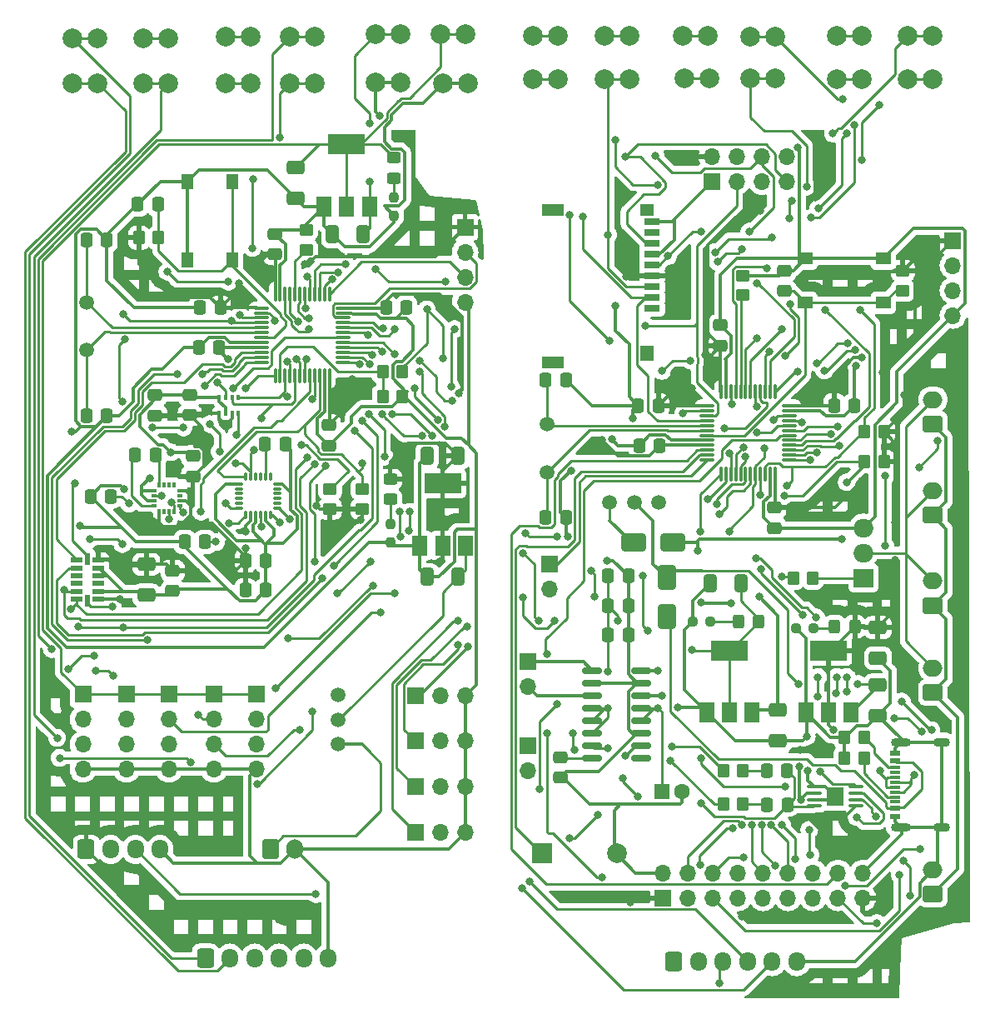
<source format=gtl>
%TF.GenerationSoftware,KiCad,Pcbnew,(7.0.0)*%
%TF.CreationDate,2024-03-11T20:32:41+02:00*%
%TF.ProjectId,quadraptor,71756164-7261-4707-946f-722e6b696361,rev?*%
%TF.SameCoordinates,Original*%
%TF.FileFunction,Copper,L1,Top*%
%TF.FilePolarity,Positive*%
%FSLAX46Y46*%
G04 Gerber Fmt 4.6, Leading zero omitted, Abs format (unit mm)*
G04 Created by KiCad (PCBNEW (7.0.0)) date 2024-03-11 20:32:41*
%MOMM*%
%LPD*%
G01*
G04 APERTURE LIST*
G04 Aperture macros list*
%AMRoundRect*
0 Rectangle with rounded corners*
0 $1 Rounding radius*
0 $2 $3 $4 $5 $6 $7 $8 $9 X,Y pos of 4 corners*
0 Add a 4 corners polygon primitive as box body*
4,1,4,$2,$3,$4,$5,$6,$7,$8,$9,$2,$3,0*
0 Add four circle primitives for the rounded corners*
1,1,$1+$1,$2,$3*
1,1,$1+$1,$4,$5*
1,1,$1+$1,$6,$7*
1,1,$1+$1,$8,$9*
0 Add four rect primitives between the rounded corners*
20,1,$1+$1,$2,$3,$4,$5,0*
20,1,$1+$1,$4,$5,$6,$7,0*
20,1,$1+$1,$6,$7,$8,$9,0*
20,1,$1+$1,$8,$9,$2,$3,0*%
G04 Aperture macros list end*
%TA.AperFunction,SMDPad,CuDef*%
%ADD10RoundRect,0.100000X0.625000X0.100000X-0.625000X0.100000X-0.625000X-0.100000X0.625000X-0.100000X0*%
%TD*%
%TA.AperFunction,SMDPad,CuDef*%
%ADD11R,1.680000X1.880000*%
%TD*%
%TA.AperFunction,SMDPad,CuDef*%
%ADD12RoundRect,0.250000X-0.650000X1.000000X-0.650000X-1.000000X0.650000X-1.000000X0.650000X1.000000X0*%
%TD*%
%TA.AperFunction,SMDPad,CuDef*%
%ADD13RoundRect,0.250000X-1.000000X-0.650000X1.000000X-0.650000X1.000000X0.650000X-1.000000X0.650000X0*%
%TD*%
%TA.AperFunction,SMDPad,CuDef*%
%ADD14R,1.140000X0.600000*%
%TD*%
%TA.AperFunction,SMDPad,CuDef*%
%ADD15R,1.140000X0.300000*%
%TD*%
%TA.AperFunction,ComponentPad*%
%ADD16O,2.000000X0.900000*%
%TD*%
%TA.AperFunction,ComponentPad*%
%ADD17O,1.700000X0.900000*%
%TD*%
%TA.AperFunction,SMDPad,CuDef*%
%ADD18RoundRect,0.075000X-0.350000X-0.075000X0.350000X-0.075000X0.350000X0.075000X-0.350000X0.075000X0*%
%TD*%
%TA.AperFunction,SMDPad,CuDef*%
%ADD19RoundRect,0.075000X0.075000X-0.350000X0.075000X0.350000X-0.075000X0.350000X-0.075000X-0.350000X0*%
%TD*%
%TA.AperFunction,SMDPad,CuDef*%
%ADD20RoundRect,0.250000X0.475000X-0.337500X0.475000X0.337500X-0.475000X0.337500X-0.475000X-0.337500X0*%
%TD*%
%TA.AperFunction,SMDPad,CuDef*%
%ADD21RoundRect,0.250000X-0.475000X0.337500X-0.475000X-0.337500X0.475000X-0.337500X0.475000X0.337500X0*%
%TD*%
%TA.AperFunction,ComponentPad*%
%ADD22RoundRect,0.250000X0.750000X-0.600000X0.750000X0.600000X-0.750000X0.600000X-0.750000X-0.600000X0*%
%TD*%
%TA.AperFunction,ComponentPad*%
%ADD23O,2.000000X1.700000*%
%TD*%
%TA.AperFunction,SMDPad,CuDef*%
%ADD24RoundRect,0.250000X-0.450000X0.350000X-0.450000X-0.350000X0.450000X-0.350000X0.450000X0.350000X0*%
%TD*%
%TA.AperFunction,SMDPad,CuDef*%
%ADD25RoundRect,0.250000X0.337500X0.475000X-0.337500X0.475000X-0.337500X-0.475000X0.337500X-0.475000X0*%
%TD*%
%TA.AperFunction,ComponentPad*%
%ADD26R,2.000000X2.000000*%
%TD*%
%TA.AperFunction,ComponentPad*%
%ADD27C,2.000000*%
%TD*%
%TA.AperFunction,SMDPad,CuDef*%
%ADD28RoundRect,0.075000X-0.662500X-0.075000X0.662500X-0.075000X0.662500X0.075000X-0.662500X0.075000X0*%
%TD*%
%TA.AperFunction,SMDPad,CuDef*%
%ADD29RoundRect,0.075000X-0.075000X-0.662500X0.075000X-0.662500X0.075000X0.662500X-0.075000X0.662500X0*%
%TD*%
%TA.AperFunction,SMDPad,CuDef*%
%ADD30RoundRect,0.250000X0.450000X-0.350000X0.450000X0.350000X-0.450000X0.350000X-0.450000X-0.350000X0*%
%TD*%
%TA.AperFunction,ComponentPad*%
%ADD31R,1.700000X1.700000*%
%TD*%
%TA.AperFunction,ComponentPad*%
%ADD32O,1.700000X1.700000*%
%TD*%
%TA.AperFunction,ComponentPad*%
%ADD33RoundRect,0.250000X-0.600000X-0.750000X0.600000X-0.750000X0.600000X0.750000X-0.600000X0.750000X0*%
%TD*%
%TA.AperFunction,ComponentPad*%
%ADD34O,1.700000X2.000000*%
%TD*%
%TA.AperFunction,ComponentPad*%
%ADD35C,1.500000*%
%TD*%
%TA.AperFunction,SMDPad,CuDef*%
%ADD36RoundRect,0.250000X-0.350000X-0.450000X0.350000X-0.450000X0.350000X0.450000X-0.350000X0.450000X0*%
%TD*%
%TA.AperFunction,SMDPad,CuDef*%
%ADD37RoundRect,0.250000X-0.337500X-0.475000X0.337500X-0.475000X0.337500X0.475000X-0.337500X0.475000X0*%
%TD*%
%TA.AperFunction,ComponentPad*%
%ADD38RoundRect,0.250000X-0.600000X-0.725000X0.600000X-0.725000X0.600000X0.725000X-0.600000X0.725000X0*%
%TD*%
%TA.AperFunction,ComponentPad*%
%ADD39O,1.700000X1.950000*%
%TD*%
%TA.AperFunction,SMDPad,CuDef*%
%ADD40RoundRect,0.250000X0.350000X0.450000X-0.350000X0.450000X-0.350000X-0.450000X0.350000X-0.450000X0*%
%TD*%
%TA.AperFunction,SMDPad,CuDef*%
%ADD41RoundRect,0.250000X0.412500X0.650000X-0.412500X0.650000X-0.412500X-0.650000X0.412500X-0.650000X0*%
%TD*%
%TA.AperFunction,SMDPad,CuDef*%
%ADD42R,1.145000X0.550000*%
%TD*%
%TA.AperFunction,SMDPad,CuDef*%
%ADD43R,0.550000X1.145000*%
%TD*%
%TA.AperFunction,SMDPad,CuDef*%
%ADD44RoundRect,0.237500X0.237500X-0.250000X0.237500X0.250000X-0.237500X0.250000X-0.237500X-0.250000X0*%
%TD*%
%TA.AperFunction,SMDPad,CuDef*%
%ADD45RoundRect,0.250000X0.450000X-0.325000X0.450000X0.325000X-0.450000X0.325000X-0.450000X-0.325000X0*%
%TD*%
%TA.AperFunction,SMDPad,CuDef*%
%ADD46RoundRect,0.250000X-0.650000X0.412500X-0.650000X-0.412500X0.650000X-0.412500X0.650000X0.412500X0*%
%TD*%
%TA.AperFunction,SMDPad,CuDef*%
%ADD47R,1.600000X0.700000*%
%TD*%
%TA.AperFunction,SMDPad,CuDef*%
%ADD48R,2.200000X1.200000*%
%TD*%
%TA.AperFunction,SMDPad,CuDef*%
%ADD49R,1.400000X1.600000*%
%TD*%
%TA.AperFunction,SMDPad,CuDef*%
%ADD50R,1.400000X1.200000*%
%TD*%
%TA.AperFunction,SMDPad,CuDef*%
%ADD51R,1.500000X2.000000*%
%TD*%
%TA.AperFunction,SMDPad,CuDef*%
%ADD52R,3.800000X2.000000*%
%TD*%
%TA.AperFunction,ComponentPad*%
%ADD53R,1.600000X1.600000*%
%TD*%
%TA.AperFunction,ComponentPad*%
%ADD54C,1.600000*%
%TD*%
%TA.AperFunction,SMDPad,CuDef*%
%ADD55RoundRect,0.237500X-0.250000X-0.237500X0.250000X-0.237500X0.250000X0.237500X-0.250000X0.237500X0*%
%TD*%
%TA.AperFunction,ComponentPad*%
%ADD56R,2.000000X1.905000*%
%TD*%
%TA.AperFunction,ComponentPad*%
%ADD57O,2.000000X1.905000*%
%TD*%
%TA.AperFunction,SMDPad,CuDef*%
%ADD58RoundRect,0.250000X-0.325000X-0.450000X0.325000X-0.450000X0.325000X0.450000X-0.325000X0.450000X0*%
%TD*%
%TA.AperFunction,SMDPad,CuDef*%
%ADD59R,1.550000X1.300000*%
%TD*%
%TA.AperFunction,SMDPad,CuDef*%
%ADD60R,0.350000X0.500000*%
%TD*%
%TA.AperFunction,ComponentPad*%
%ADD61C,1.508000*%
%TD*%
%TA.AperFunction,SMDPad,CuDef*%
%ADD62RoundRect,0.150000X-0.850000X-0.150000X0.850000X-0.150000X0.850000X0.150000X-0.850000X0.150000X0*%
%TD*%
%TA.AperFunction,SMDPad,CuDef*%
%ADD63R,0.550000X0.300000*%
%TD*%
%TA.AperFunction,SMDPad,CuDef*%
%ADD64R,0.300000X0.550000*%
%TD*%
%TA.AperFunction,SMDPad,CuDef*%
%ADD65R,1.300000X1.550000*%
%TD*%
%TA.AperFunction,ViaPad*%
%ADD66C,0.800000*%
%TD*%
%TA.AperFunction,Conductor*%
%ADD67C,0.250000*%
%TD*%
%TA.AperFunction,Conductor*%
%ADD68C,0.300000*%
%TD*%
G04 APERTURE END LIST*
D10*
%TO.P,U14,1,Vdd*%
%TO.N,3.3V_APPboard*%
X150066000Y-133601000D03*
%TO.P,U14,2,~{CS}*%
%TO.N,/U2_PA10*%
X150066000Y-132951000D03*
%TO.P,U14,3,SCK*%
%TO.N,/U2_PA5_ADC5*%
X150066000Y-132301000D03*
%TO.P,U14,4,SDI*%
%TO.N,/U2_PA7_ADC7*%
X150066000Y-131651000D03*
%TO.P,U14,5,~{LDAC}*%
%TO.N,GND_APPboard*%
X145766000Y-131651000D03*
%TO.P,U14,6,Vref*%
%TO.N,3.3V_APPboard*%
X145766000Y-132301000D03*
%TO.P,U14,7,Vss*%
%TO.N,GND_APPboard*%
X145766000Y-132951000D03*
%TO.P,U14,8,Vout*%
%TO.N,Net-(U14-Vout)*%
X145766000Y-133601000D03*
D11*
%TO.P,U14,9,PAD/Vss*%
%TO.N,GND_APPboard*%
X147915999Y-132625999D03*
%TD*%
D12*
%TO.P,D6,1,K*%
%TO.N,Net-(D6-K)*%
X130810000Y-110395000D03*
%TO.P,D6,2,A*%
%TO.N,/usb_vbus*%
X130810000Y-114395000D03*
%TD*%
D13*
%TO.P,D5,1,K*%
%TO.N,Net-(D5-K)*%
X127413000Y-106807000D03*
%TO.P,D5,2,A*%
%TO.N,12V_APPboard*%
X131413000Y-106807000D03*
%TD*%
D14*
%TO.P,J26,A1_B12,GND*%
%TO.N,GND_APPboard*%
X153999999Y-134644999D03*
%TO.P,J26,A4_B9,VBUS*%
%TO.N,/usb_vbus*%
X153999999Y-133844999D03*
D15*
%TO.P,J26,A6,DP1*%
%TO.N,/U2_PB7_USB2DP*%
X153999999Y-131694999D03*
%TO.P,J26,B7,DN2*%
%TO.N,/U2_PB6_USB2DM*%
X153999999Y-132194999D03*
%TO.P,J26,A5,CC1*%
%TO.N,Net-(J26-CC1)*%
X153999999Y-132694999D03*
%TO.P,J26,B8,SBU2*%
%TO.N,unconnected-(J26-SBU2-PadB8)*%
X153999999Y-133194999D03*
%TO.P,J26,A7,DN1*%
%TO.N,/U2_PB6_USB2DM*%
X153999999Y-131194999D03*
%TO.P,J26,B6,DP2*%
%TO.N,/U2_PB7_USB2DP*%
X153999999Y-130694999D03*
%TO.P,J26,A8,SBU1*%
%TO.N,unconnected-(J26-SBU1-PadA8)*%
X153999999Y-130194999D03*
%TO.P,J26,B5,CC2*%
%TO.N,Net-(J26-CC2)*%
X153999999Y-129694999D03*
D14*
%TO.P,J26,B4_A9,VBUS*%
%TO.N,/usb_vbus*%
X153999999Y-129044999D03*
%TO.P,J26,B1_A12,GND*%
%TO.N,GND_APPboard*%
X153999999Y-128244999D03*
D16*
%TO.P,J26,S1,SHIELD*%
X154579999Y-135769999D03*
%TO.P,J26,S2,SHIELD*%
X154579999Y-127119999D03*
D17*
%TO.P,J26,S3,SHIELD*%
X158749999Y-135769999D03*
%TO.P,J26,S4,SHIELD*%
X158749999Y-127119999D03*
%TD*%
D18*
%TO.P,U10,1,CLKIN*%
%TO.N,GND_Dboard*%
X87288972Y-100872000D03*
%TO.P,U10,2,NC*%
%TO.N,unconnected-(U10-NC-Pad2)*%
X87288972Y-101372000D03*
%TO.P,U10,3,NC*%
%TO.N,unconnected-(U10-NC-Pad3)*%
X87288972Y-101872000D03*
%TO.P,U10,4,NC*%
%TO.N,unconnected-(U10-NC-Pad4)*%
X87288972Y-102372000D03*
%TO.P,U10,5,NC*%
%TO.N,unconnected-(U10-NC-Pad5)*%
X87288972Y-102872000D03*
%TO.P,U10,6,AUX_DA*%
%TO.N,/hmc5883_SDA*%
X87288972Y-103372000D03*
D19*
%TO.P,U10,7,AUX_CL*%
%TO.N,/hmc5883_SCL*%
X87988972Y-104072000D03*
%TO.P,U10,8,VLOGIC*%
%TO.N,3.3V_Dboard*%
X88488972Y-104072000D03*
%TO.P,U10,9,AD0*%
%TO.N,GND_Dboard*%
X88988972Y-104072000D03*
%TO.P,U10,10,REGOUT*%
%TO.N,Net-(U10-REGOUT)*%
X89488972Y-104072000D03*
%TO.P,U10,11,FSYNC*%
%TO.N,GND_Dboard*%
X89988972Y-104072000D03*
%TO.P,U10,12,INT*%
%TO.N,/U1_PA12_USB1DP*%
X90488972Y-104072000D03*
D18*
%TO.P,U10,13,VDD*%
%TO.N,3.3V_Dboard*%
X91188972Y-103372000D03*
%TO.P,U10,14,NC*%
%TO.N,unconnected-(U10-NC-Pad14)*%
X91188972Y-102872000D03*
%TO.P,U10,15,NC*%
%TO.N,unconnected-(U10-NC-Pad15)*%
X91188972Y-102372000D03*
%TO.P,U10,16,NC*%
%TO.N,unconnected-(U10-NC-Pad16)*%
X91188972Y-101872000D03*
%TO.P,U10,17,NC*%
%TO.N,unconnected-(U10-NC-Pad17)*%
X91188972Y-101372000D03*
%TO.P,U10,18,GND*%
%TO.N,GND_Dboard*%
X91188972Y-100872000D03*
D19*
%TO.P,U10,19,RESV*%
%TO.N,unconnected-(U10-RESV-Pad19)*%
X90488972Y-100172000D03*
%TO.P,U10,20,CPOUT*%
%TO.N,Net-(U10-CPOUT)*%
X89988972Y-100172000D03*
%TO.P,U10,21,RESV*%
%TO.N,unconnected-(U10-RESV-Pad21)*%
X89488972Y-100172000D03*
%TO.P,U10,22,RESV*%
%TO.N,unconnected-(U10-RESV-Pad22)*%
X88988972Y-100172000D03*
%TO.P,U10,23,SCL*%
%TO.N,/U1_PB10*%
X88488972Y-100172000D03*
%TO.P,U10,24,SDA*%
%TO.N,/U1_PB11*%
X87988972Y-100172000D03*
%TD*%
D20*
%TO.P,C23,1*%
%TO.N,3.3V_Dboard*%
X90967222Y-77550750D03*
%TO.P,C23,2*%
%TO.N,GND_Dboard*%
X90967222Y-75475750D03*
%TD*%
D21*
%TO.P,C21,1*%
%TO.N,3.3V_Dboard*%
X96428222Y-94906750D03*
%TO.P,C21,2*%
%TO.N,GND_Dboard*%
X96428222Y-96981750D03*
%TD*%
D22*
%TO.P,J17,1,Pin_1*%
%TO.N,12V_APPboard*%
X157861000Y-113228250D03*
D23*
%TO.P,J17,2,Pin_2*%
%TO.N,Net-(J15-Pin_2)*%
X157860999Y-110728249D03*
%TD*%
D24*
%TO.P,R15,1*%
%TO.N,3.3V_APPboard*%
X154813000Y-79229750D03*
%TO.P,R15,2*%
%TO.N,/U2_NRST*%
X154813000Y-81229750D03*
%TD*%
D25*
%TO.P,C39,1*%
%TO.N,Net-(U14-Vout)*%
X143061000Y-133459250D03*
%TO.P,C39,2*%
%TO.N,Net-(C39-Pad2)*%
X140986000Y-133459250D03*
%TD*%
D26*
%TO.P,BZ1,1,-*%
%TO.N,/U2_PA1_ADC1*%
X118109999Y-138429999D03*
D27*
%TO.P,BZ1,2,+*%
%TO.N,GND_APPboard*%
X125710000Y-138430000D03*
%TD*%
D28*
%TO.P,U1,1,VBAT*%
%TO.N,3.3V_Dboard*%
X89570222Y-83006250D03*
%TO.P,U1,2,PC13_TAMPER_RTC*%
%TO.N,/U1_PC13_TAMPER_RTC*%
X89570222Y-83506250D03*
%TO.P,U1,3,PC14_OSC32IN*%
%TO.N,/U1_PC14_OSC32IN*%
X89570222Y-84006250D03*
%TO.P,U1,4,PC15_OSC32OUT*%
%TO.N,/U1_PC15_OSC32OUT*%
X89570222Y-84506250D03*
%TO.P,U1,5,OSC_IN_PD0*%
%TO.N,/U1_OSC_IN_PD0*%
X89570222Y-85006250D03*
%TO.P,U1,6,OSC_OUT_PD1*%
%TO.N,/U1_OSC_OUT_PD1*%
X89570222Y-85506250D03*
%TO.P,U1,7,NRST*%
%TO.N,/U1_NRST*%
X89570222Y-86006250D03*
%TO.P,U1,8,VSSA*%
%TO.N,GND_Dboard*%
X89570222Y-86506250D03*
%TO.P,U1,9,VDDA*%
%TO.N,3.3V_Dboard*%
X89570222Y-87006250D03*
%TO.P,U1,10,PA0_WKUP_ADC0*%
%TO.N,/U1_PA0_WKUP_ADC0*%
X89570222Y-87506250D03*
%TO.P,U1,11,PA1_ADC1*%
%TO.N,/U1_PA1_ADC1*%
X89570222Y-88006250D03*
%TO.P,U1,12,PA2_ADC2*%
%TO.N,/U1_PA2_ADC2*%
X89570222Y-88506250D03*
D29*
%TO.P,U1,13,PA3_ADC3*%
%TO.N,/U1_PA3_ADC3*%
X90982722Y-89918750D03*
%TO.P,U1,14,PA4_ADC4*%
%TO.N,/U1_PA4_ADC4*%
X91482722Y-89918750D03*
%TO.P,U1,15,PA5_ADC5*%
%TO.N,/U1_PA5_ADC5*%
X91982722Y-89918750D03*
%TO.P,U1,16,PA6_ADC6*%
%TO.N,/U1_PA6_ADC6*%
X92482722Y-89918750D03*
%TO.P,U1,17,PA7_ADC7*%
%TO.N,/U1_PA7_ADC7*%
X92982722Y-89918750D03*
%TO.P,U1,18,PB0_ADC8*%
%TO.N,/U1_PB0_ADC8*%
X93482722Y-89918750D03*
%TO.P,U1,19,PB1_ADC9*%
%TO.N,/U1_PB1_ADC9*%
X93982722Y-89918750D03*
%TO.P,U1,20,PB2_BOOT1*%
%TO.N,/U1_PB2_BOOT1*%
X94482722Y-89918750D03*
%TO.P,U1,21,PB10*%
%TO.N,/U1_PB10*%
X94982722Y-89918750D03*
%TO.P,U1,22,PB11*%
%TO.N,/U1_PB11*%
X95482722Y-89918750D03*
%TO.P,U1,23,VSS1*%
%TO.N,GND_Dboard*%
X95982722Y-89918750D03*
%TO.P,U1,24,VDD_VIO1*%
%TO.N,3.3V_Dboard*%
X96482722Y-89918750D03*
D28*
%TO.P,U1,25,PB12*%
%TO.N,/U1_PB12*%
X97895222Y-88506250D03*
%TO.P,U1,26,PB13*%
%TO.N,/U1_PB13*%
X97895222Y-88006250D03*
%TO.P,U1,27,PB14*%
%TO.N,/U1_PB14*%
X97895222Y-87506250D03*
%TO.P,U1,28,PB15*%
%TO.N,/U1_PB15*%
X97895222Y-87006250D03*
%TO.P,U1,29,PA8*%
%TO.N,/U1_PA8*%
X97895222Y-86506250D03*
%TO.P,U1,30,PA9*%
%TO.N,/U1_PA9*%
X97895222Y-86006250D03*
%TO.P,U1,31,PA10*%
%TO.N,/U1_PA10*%
X97895222Y-85506250D03*
%TO.P,U1,32,PA11_USB1DM*%
%TO.N,/U1_PA11_USB1DM*%
X97895222Y-85006250D03*
%TO.P,U1,33,PA12_USB1DP*%
%TO.N,/U1_PA12_USB1DP*%
X97895222Y-84506250D03*
%TO.P,U1,34,PA13_SWDIO*%
%TO.N,/U1_PA13_SWDIO*%
X97895222Y-84006250D03*
%TO.P,U1,35,VSS_2*%
%TO.N,GND_Dboard*%
X97895222Y-83506250D03*
%TO.P,U1,36,VDD_2*%
%TO.N,3.3V_Dboard*%
X97895222Y-83006250D03*
D29*
%TO.P,U1,37,PA14_SWCLK*%
%TO.N,/U1_PA14_SWCLK*%
X96482722Y-81593750D03*
%TO.P,U1,38,PA15*%
%TO.N,/U1_PA15*%
X95982722Y-81593750D03*
%TO.P,U1,39,PB3*%
%TO.N,/U1_PB3*%
X95482722Y-81593750D03*
%TO.P,U1,40,PB4*%
%TO.N,/U1_PB4*%
X94982722Y-81593750D03*
%TO.P,U1,41,PB5*%
%TO.N,/U1_PB5*%
X94482722Y-81593750D03*
%TO.P,U1,42,PB6_USB2DM*%
%TO.N,/U1_PB6_USB2DM*%
X93982722Y-81593750D03*
%TO.P,U1,43,PB7_USB2DP*%
%TO.N,/U1_PB7_USB2DP*%
X93482722Y-81593750D03*
%TO.P,U1,44,BOOT0*%
%TO.N,/U1_BOOT0*%
X92982722Y-81593750D03*
%TO.P,U1,45,PB8*%
%TO.N,/U1_PB8*%
X92482722Y-81593750D03*
%TO.P,U1,46,PB9*%
%TO.N,/U1_PB9*%
X91982722Y-81593750D03*
%TO.P,U1,47,VSS_3*%
%TO.N,GND_Dboard*%
X91482722Y-81593750D03*
%TO.P,U1,48,VDD_VIO_3*%
%TO.N,3.3V_Dboard*%
X90982722Y-81593750D03*
%TD*%
D27*
%TO.P,TP7,1,1*%
%TO.N,/U1_PA5_ADC5*%
X92456000Y-55443250D03*
X94996000Y-55443250D03*
%TD*%
D30*
%TO.P,R19,1*%
%TO.N,/U2_BOOT0*%
X138557000Y-81716250D03*
%TO.P,R19,2*%
%TO.N,GND_APPboard*%
X138557000Y-79716250D03*
%TD*%
D22*
%TO.P,J14,1,Pin_1*%
%TO.N,12V_APPboard*%
X157861000Y-142565250D03*
D23*
%TO.P,J14,2,Pin_2*%
%TO.N,GND_APPboard*%
X157860999Y-140065249D03*
%TD*%
D31*
%TO.P,J8,1,Pin_1*%
%TO.N,/U1_PB7_USB2DP*%
X105221721Y-127018249D03*
D32*
%TO.P,J8,2,Pin_2*%
%TO.N,unconnected-(J8-Pin_2-Pad2)*%
X107761721Y-127018249D03*
%TO.P,J8,3,Pin_3*%
%TO.N,GND_Dboard*%
X110301721Y-127018249D03*
%TD*%
D33*
%TO.P,J2,1,Pin_1*%
%TO.N,12V_Dboard*%
X90494722Y-137958250D03*
D34*
%TO.P,J2,2,Pin_2*%
%TO.N,GND_Dboard*%
X92994721Y-137958249D03*
%TD*%
D35*
%TO.P,Y1,1,1*%
%TO.N,/U1_OSC_OUT_PD1*%
X71790222Y-87308250D03*
%TO.P,Y1,2,2*%
%TO.N,/U1_OSC_IN_PD0*%
X71790222Y-82408250D03*
%TD*%
D36*
%TO.P,R12,1*%
%TO.N,Net-(U8-INR)*%
X136557000Y-129992250D03*
%TO.P,R12,2*%
%TO.N,Net-(C40-Pad2)*%
X138557000Y-129992250D03*
%TD*%
D37*
%TO.P,C37,1*%
%TO.N,5V_APPboard*%
X124819500Y-116238250D03*
%TO.P,C37,2*%
%TO.N,GND_APPboard*%
X126894500Y-116238250D03*
%TD*%
D38*
%TO.P,J24,1,Pin_1*%
%TO.N,3.3V_Dboard*%
X71758722Y-138018250D03*
D39*
%TO.P,J24,2,Pin_2*%
%TO.N,/U1_PA9*%
X74258721Y-138018249D03*
%TO.P,J24,3,Pin_3*%
%TO.N,/U1_PA10*%
X76758721Y-138018249D03*
%TO.P,J24,4,Pin_4*%
%TO.N,GND_Dboard*%
X79258721Y-138018249D03*
%TD*%
D40*
%TO.P,R7,1*%
%TO.N,Net-(J26-CC2)*%
X150860000Y-126661250D03*
%TO.P,R7,2*%
%TO.N,GND_APPboard*%
X148860000Y-126661250D03*
%TD*%
D31*
%TO.P,J1,1,Pin_1*%
%TO.N,3.3V_Dboard*%
X110286721Y-74782249D03*
D32*
%TO.P,J1,2,Pin_2*%
%TO.N,/U1_PA13_SWDIO*%
X110286721Y-77322249D03*
%TO.P,J1,3,Pin_3*%
%TO.N,/U1_PA14_SWCLK*%
X110286721Y-79862249D03*
%TO.P,J1,4,Pin_4*%
%TO.N,GND_Dboard*%
X110286721Y-82402249D03*
%TD*%
D37*
%TO.P,C3,1*%
%TO.N,Net-(U10-CPOUT)*%
X89959472Y-96871000D03*
%TO.P,C3,2*%
%TO.N,GND_Dboard*%
X92034472Y-96871000D03*
%TD*%
D41*
%TO.P,C29,1*%
%TO.N,Net-(U7-VI)*%
X109563222Y-110332250D03*
%TO.P,C29,2*%
%TO.N,GND_Dboard*%
X106438222Y-110332250D03*
%TD*%
D27*
%TO.P,TP11,1,1*%
%TO.N,/U2_PC14_OSC32IN*%
X132461000Y-55316250D03*
X135001000Y-55316250D03*
%TD*%
D40*
%TO.P,R13,1*%
%TO.N,Net-(Q1-B)*%
X145653000Y-110434250D03*
%TO.P,R13,2*%
%TO.N,/U2_PB9*%
X143653000Y-110434250D03*
%TD*%
D31*
%TO.P,LS1,1,1*%
%TO.N,Net-(U8-LOUT+)*%
X116712999Y-118938249D03*
D32*
%TO.P,LS1,2,2*%
%TO.N,Net-(U8-LOUT-)*%
X116712999Y-121478249D03*
%TD*%
D42*
%TO.P,U3,1,VDD_I/O*%
%TO.N,3.3V_Dboard*%
X73014721Y-112614749D03*
%TO.P,U3,2,GND*%
%TO.N,GND_Dboard*%
X73014721Y-111814749D03*
%TO.P,U3,3,RES*%
%TO.N,unconnected-(U3-RES-Pad3)*%
X73014721Y-111014749D03*
%TO.P,U3,4,GND*%
%TO.N,GND_Dboard*%
X73014721Y-110214749D03*
%TO.P,U3,5,GND*%
X73014721Y-109414749D03*
%TO.P,U3,6,VS*%
%TO.N,3.3V_Dboard*%
X73014721Y-108614749D03*
D43*
%TO.P,U3,7,~{CS}*%
%TO.N,/U1_PC14_OSC32IN*%
X71917221Y-108517249D03*
D42*
%TO.P,U3,8,INT1*%
%TO.N,/U1_PA0_WKUP_ADC0*%
X70819721Y-108614749D03*
%TO.P,U3,9,INT2*%
%TO.N,/U1_PB14*%
X70819721Y-109414749D03*
%TO.P,U3,10,NC*%
%TO.N,unconnected-(U3-NC-Pad10)*%
X70819721Y-110214749D03*
%TO.P,U3,11,RES*%
%TO.N,unconnected-(U3-RES-Pad11)*%
X70819721Y-111014749D03*
%TO.P,U3,12,SDO/ALT_ADD*%
%TO.N,/U1_PA6_ADC6*%
X70819721Y-111814749D03*
%TO.P,U3,13,SDA/SDI/SDIO*%
%TO.N,/U1_PA7_ADC7*%
X70819721Y-112614749D03*
D43*
%TO.P,U3,14,SCL/SCLK*%
%TO.N,/U1_PA5_ADC5*%
X71917221Y-112712249D03*
%TD*%
D25*
%TO.P,C16,1*%
%TO.N,Net-(U6-C1)*%
X74266472Y-102133000D03*
%TO.P,C16,2*%
%TO.N,GND_Dboard*%
X72191472Y-102133000D03*
%TD*%
%TO.P,C6,1*%
%TO.N,Net-(U10-REGOUT)*%
X83841500Y-106777000D03*
%TO.P,C6,2*%
%TO.N,GND_Dboard*%
X81766500Y-106777000D03*
%TD*%
D31*
%TO.P,J9,1,Pin_1*%
%TO.N,/U1_PB6_USB2DM*%
X105221721Y-122368249D03*
D32*
%TO.P,J9,2,Pin_2*%
%TO.N,unconnected-(J9-Pin_2-Pad2)*%
X107761721Y-122368249D03*
%TO.P,J9,3,Pin_3*%
%TO.N,GND_Dboard*%
X110301721Y-122368249D03*
%TD*%
D44*
%TO.P,R5,1*%
%TO.N,GND_Dboard*%
X102666722Y-106799750D03*
%TO.P,R5,2*%
%TO.N,Net-(D1-K)*%
X102666722Y-104974750D03*
%TD*%
D45*
%TO.P,D3,1,K*%
%TO.N,Net-(D3-K)*%
X103079472Y-69803250D03*
%TO.P,D3,2,A*%
%TO.N,5V_Dboard*%
X103079472Y-67753250D03*
%TD*%
D37*
%TO.P,C2,1*%
%TO.N,/U1_OSC_OUT_PD1*%
X71796722Y-93973750D03*
%TO.P,C2,2*%
%TO.N,GND_Dboard*%
X73871722Y-93973750D03*
%TD*%
D46*
%TO.P,C13,1*%
%TO.N,3.3V_Dboard*%
X77886222Y-109052250D03*
%TO.P,C13,2*%
%TO.N,GND_Dboard*%
X77886222Y-112177250D03*
%TD*%
D31*
%TO.P,J13,1,Pin_1*%
%TO.N,3.3V_APPboard*%
X159892999Y-76144249D03*
D32*
%TO.P,J13,2,Pin_2*%
%TO.N,/U2_PA13_SWDIO*%
X159892999Y-78684249D03*
%TO.P,J13,3,Pin_3*%
%TO.N,/U2_PA14_SWCLK*%
X159892999Y-81224249D03*
%TO.P,J13,4,Pin_4*%
%TO.N,GND_APPboard*%
X159892999Y-83764249D03*
%TD*%
D27*
%TO.P,TP4,1,1*%
%TO.N,/U1_PC14_OSC32IN*%
X85979000Y-55443250D03*
X88519000Y-55443250D03*
%TD*%
D31*
%TO.P,LS2,1,1*%
%TO.N,Net-(U8-ROUT-)*%
X116712999Y-127447249D03*
D32*
%TO.P,LS2,2,2*%
%TO.N,Net-(U8-ROUT+)*%
X116712999Y-129987249D03*
%TD*%
D27*
%TO.P,TP6,1,1*%
%TO.N,/U1_PA6_ADC6*%
X77597000Y-60142250D03*
X80137000Y-60142250D03*
%TD*%
D47*
%TO.P,J4,1,DAT2*%
%TO.N,unconnected-(J4-DAT2-Pad1)*%
X129321854Y-83042281D03*
%TO.P,J4,2,DAT3/CD*%
%TO.N,/U2_PC15_OSC32OUT*%
X129321854Y-81942281D03*
%TO.P,J4,3,CMD*%
%TO.N,/U2_PA7_ADC7*%
X129321854Y-80842281D03*
%TO.P,J4,4,VDD*%
%TO.N,3.3V_APPboard*%
X129321854Y-79742281D03*
%TO.P,J4,5,CLK*%
%TO.N,/U2_PA5_ADC5*%
X129321854Y-78642281D03*
%TO.P,J4,6,VSS*%
%TO.N,GND_APPboard*%
X129321854Y-77542281D03*
%TO.P,J4,7,DAT0*%
%TO.N,/U2_PA6_ADC6*%
X129321854Y-76442281D03*
%TO.P,J4,8,DAT1*%
%TO.N,unconnected-(J4-DAT1-Pad8)*%
X129321854Y-75342281D03*
%TO.P,J4,9,SHIELD*%
%TO.N,GND_APPboard*%
X129321854Y-74242281D03*
D48*
%TO.P,J4,SH*%
%TO.N,N/C*%
X119221854Y-88542281D03*
D49*
X128821854Y-87642281D03*
D48*
X119221854Y-73042281D03*
D50*
X128821854Y-73042281D03*
%TD*%
D27*
%TO.P,TP3,1,1*%
%TO.N,/U1_PC15_OSC32OUT*%
X77597000Y-55570250D03*
X80137000Y-55570250D03*
%TD*%
D22*
%TO.P,J16,1,Pin_1*%
%TO.N,12V_APPboard*%
X157844000Y-104064250D03*
D23*
%TO.P,J16,2,Pin_2*%
%TO.N,Net-(J15-Pin_2)*%
X157843999Y-101564249D03*
%TD*%
D27*
%TO.P,TP2,1,1*%
%TO.N,/U1_PB11*%
X101219000Y-55189250D03*
X103759000Y-55189250D03*
%TD*%
D20*
%TO.P,C12,1*%
%TO.N,3.3V_Dboard*%
X82293222Y-93912250D03*
%TO.P,C12,2*%
%TO.N,GND_Dboard*%
X82293222Y-91837250D03*
%TD*%
D21*
%TO.P,C38,1*%
%TO.N,Net-(U8-VREF)*%
X120015000Y-128629500D03*
%TO.P,C38,2*%
%TO.N,GND_APPboard*%
X120015000Y-130704500D03*
%TD*%
D51*
%TO.P,U9,1,GND*%
%TO.N,GND_Dboard*%
X95953471Y-72690249D03*
%TO.P,U9,2,VO*%
%TO.N,5V_Dboard*%
X98253471Y-72690249D03*
D52*
X98253471Y-66390249D03*
D51*
%TO.P,U9,3,VI*%
%TO.N,12V_Dboard*%
X100553471Y-72690249D03*
%TD*%
D36*
%TO.P,R4,1*%
%TO.N,/U1_PA4_ADC4*%
X101905222Y-92007250D03*
%TO.P,R4,2*%
%TO.N,GND_Dboard*%
X103905222Y-92007250D03*
%TD*%
D53*
%TO.P,C35,1*%
%TO.N,5V_APPboard*%
X130333999Y-132151249D03*
D54*
%TO.P,C35,2*%
%TO.N,GND_APPboard*%
X132334000Y-132151250D03*
%TD*%
D31*
%TO.P,J10,1,Pin_1*%
%TO.N,5V_Dboard*%
X71424721Y-122270249D03*
D32*
%TO.P,J10,2,Pin_2*%
%TO.N,/U1_PC13_TAMPER_RTC*%
X71424721Y-124810249D03*
%TO.P,J10,3,Pin_3*%
%TO.N,/U1_PA2_ADC2*%
X71424721Y-127350249D03*
%TO.P,J10,4,Pin_4*%
%TO.N,GND_Dboard*%
X71424721Y-129890249D03*
%TD*%
D37*
%TO.P,C8,1*%
%TO.N,3.3V_Dboard*%
X87948972Y-111692000D03*
%TO.P,C8,2*%
%TO.N,GND_Dboard*%
X90023972Y-111692000D03*
%TD*%
D55*
%TO.P,R8,1*%
%TO.N,GND_APPboard*%
X143920750Y-115515250D03*
%TO.P,R8,2*%
%TO.N,Net-(D2-K)*%
X145745750Y-115515250D03*
%TD*%
D27*
%TO.P,TP12,1,1*%
%TO.N,/U2_PC15_OSC32OUT*%
X132588000Y-59634250D03*
X135128000Y-59634250D03*
%TD*%
D30*
%TO.P,R18,1*%
%TO.N,/U1_BOOT0*%
X94122222Y-77094250D03*
%TO.P,R18,2*%
%TO.N,GND_Dboard*%
X94122222Y-75094250D03*
%TD*%
D31*
%TO.P,J7,1,Pin_1*%
%TO.N,/U1_PB9*%
X105221721Y-131668249D03*
D32*
%TO.P,J7,2,Pin_2*%
%TO.N,unconnected-(J7-Pin_2-Pad2)*%
X107761721Y-131668249D03*
%TO.P,J7,3,Pin_3*%
%TO.N,GND_Dboard*%
X110301721Y-131668249D03*
%TD*%
D25*
%TO.P,C14,1*%
%TO.N,Net-(U6-SETP)*%
X78816972Y-97976250D03*
%TO.P,C14,2*%
%TO.N,Net-(U6-SETC)*%
X76741972Y-97976250D03*
%TD*%
D27*
%TO.P,TP9,1,1*%
%TO.N,/U2_PA6_ADC6*%
X124460000Y-55316250D03*
X127000000Y-55316250D03*
%TD*%
D25*
%TO.P,C4,1*%
%TO.N,/U1_NRST*%
X79066222Y-72486250D03*
%TO.P,C4,2*%
%TO.N,GND_Dboard*%
X76991222Y-72486250D03*
%TD*%
D40*
%TO.P,R9,1*%
%TO.N,3.3V_APPboard*%
X152892000Y-98623250D03*
%TO.P,R9,2*%
%TO.N,/U2_PB10*%
X150892000Y-98623250D03*
%TD*%
D37*
%TO.P,C27,1*%
%TO.N,/U2_OSC_IN_PD0*%
X118469500Y-90297000D03*
%TO.P,C27,2*%
%TO.N,GND_APPboard*%
X120544500Y-90297000D03*
%TD*%
D27*
%TO.P,TP19,1,1*%
%TO.N,/U2_PA10*%
X117221000Y-59761250D03*
X119761000Y-59761250D03*
%TD*%
D31*
%TO.P,J22,1,Pin_1*%
%TO.N,5V_Dboard*%
X89077721Y-122270249D03*
D32*
%TO.P,J22,2,Pin_2*%
%TO.N,/U1_PA8*%
X89077721Y-124810249D03*
%TO.P,J22,3,Pin_3*%
%TO.N,/U1_PA15*%
X89077721Y-127350249D03*
%TO.P,J22,4,Pin_4*%
%TO.N,GND_Dboard*%
X89077721Y-129890249D03*
%TD*%
D56*
%TO.P,Q1,1,B*%
%TO.N,Net-(Q1-B)*%
X150804999Y-110434249D03*
D57*
%TO.P,Q1,2,C*%
%TO.N,Net-(J15-Pin_2)*%
X150804999Y-107894249D03*
%TO.P,Q1,3,E*%
%TO.N,GND_APPboard*%
X150804999Y-105354249D03*
%TD*%
D31*
%TO.P,J21,1,Pin_1*%
%TO.N,5V_Dboard*%
X84759721Y-122270249D03*
D32*
%TO.P,J21,2,Pin_2*%
%TO.N,/U1_PB5*%
X84759721Y-124810249D03*
%TO.P,J21,3,Pin_3*%
%TO.N,/U1_PA11_USB1DM*%
X84759721Y-127350249D03*
%TO.P,J21,4,Pin_4*%
%TO.N,GND_Dboard*%
X84759721Y-129890249D03*
%TD*%
D30*
%TO.P,R1,1*%
%TO.N,3.3V_Dboard*%
X96555222Y-103405250D03*
%TO.P,R1,2*%
%TO.N,/U1_PB10*%
X96555222Y-101405250D03*
%TD*%
D27*
%TO.P,TP15,1,1*%
%TO.N,/U2_PB6_USB2DM*%
X139319000Y-55457250D03*
X141859000Y-55457250D03*
%TD*%
%TO.P,TP5,1,1*%
%TO.N,/U1_PA7_ADC7*%
X85979000Y-60142250D03*
X88519000Y-60142250D03*
%TD*%
D31*
%TO.P,J19,1,Pin_1*%
%TO.N,5V_Dboard*%
X75869721Y-122270249D03*
D32*
%TO.P,J19,2,Pin_2*%
%TO.N,/U1_PB15*%
X75869721Y-124810249D03*
%TO.P,J19,3,Pin_3*%
%TO.N,/U1_PA3_ADC3*%
X75869721Y-127350249D03*
%TO.P,J19,4,Pin_4*%
%TO.N,GND_Dboard*%
X75869721Y-129890249D03*
%TD*%
D27*
%TO.P,TP24,1,1*%
%TO.N,5V_Dboard*%
X107823000Y-55189250D03*
X110363000Y-55189250D03*
%TD*%
D46*
%TO.P,C31,1*%
%TO.N,3.3V_APPboard*%
X152273000Y-115475750D03*
%TO.P,C31,2*%
%TO.N,GND_APPboard*%
X152273000Y-118600750D03*
%TD*%
D31*
%TO.P,J11,1,Pin_1*%
%TO.N,3.3V_APPboard*%
X130428999Y-142946249D03*
D32*
%TO.P,J11,2,Pin_2*%
%TO.N,GND_APPboard*%
X130428999Y-140406249D03*
%TO.P,J11,3,Pin_3*%
%TO.N,/U2_PB10*%
X132968999Y-142946249D03*
%TO.P,J11,4,Pin_4*%
%TO.N,/U2_PB11*%
X132968999Y-140406249D03*
%TO.P,J11,5,Pin_5*%
%TO.N,/U2_PA12_USB1DP*%
X135508999Y-142946249D03*
%TO.P,J11,6,Pin_6*%
%TO.N,/U2_PA11_USB1DM*%
X135508999Y-140406249D03*
%TO.P,J11,7,Pin_7*%
%TO.N,/U2_PA15*%
X138048999Y-142946249D03*
%TO.P,J11,8,Pin_8*%
%TO.N,/U2_PA8*%
X138048999Y-140406249D03*
%TO.P,J11,9,Pin_9*%
%TO.N,/U2_PA4_ADC4*%
X140588999Y-142946249D03*
%TO.P,J11,10,Pin_10*%
%TO.N,/U2_PB12*%
X140588999Y-140406249D03*
%TO.P,J11,11,Pin_11*%
%TO.N,/U2_PB13*%
X143128999Y-142946249D03*
%TO.P,J11,12,Pin_12*%
%TO.N,/U2_PB14*%
X143128999Y-140406249D03*
%TO.P,J11,13,Pin_13*%
%TO.N,/U2_PA9*%
X145668999Y-142946249D03*
%TO.P,J11,14,Pin_14*%
%TO.N,/U2_PB5*%
X145668999Y-140406249D03*
%TO.P,J11,15,Pin_15*%
%TO.N,/U2_PB8*%
X148208999Y-142946249D03*
%TO.P,J11,16,Pin_16*%
%TO.N,/U2_PA0_WKUP_ADC0*%
X148208999Y-140406249D03*
%TO.P,J11,17,Pin_17*%
%TO.N,3.3V_APPboard*%
X150748999Y-142946249D03*
%TO.P,J11,18,Pin_18*%
%TO.N,GND_APPboard*%
X150748999Y-140406249D03*
%TD*%
D27*
%TO.P,TP21,1,1*%
%TO.N,Net-(U14-Vout)*%
X155321000Y-55316250D03*
X157861000Y-55316250D03*
%TD*%
D37*
%TO.P,C22,1*%
%TO.N,3.3V_Dboard*%
X102264222Y-82990250D03*
%TO.P,C22,2*%
%TO.N,GND_Dboard*%
X104339222Y-82990250D03*
%TD*%
D58*
%TO.P,D4,1,K*%
%TO.N,Net-(D4-K)*%
X138120000Y-114853250D03*
%TO.P,D4,2,A*%
%TO.N,5V_APPboard*%
X140170000Y-114853250D03*
%TD*%
D27*
%TO.P,TP25,1,1*%
%TO.N,GND_Dboard*%
X108077000Y-60142250D03*
X110617000Y-60142250D03*
%TD*%
D58*
%TO.P,D2,1,K*%
%TO.N,Net-(D2-K)*%
X147863250Y-115388250D03*
%TO.P,D2,2,A*%
%TO.N,3.3V_APPboard*%
X149913250Y-115388250D03*
%TD*%
D59*
%TO.P,SW2,1,1*%
%TO.N,GND_APPboard*%
X144868999Y-77979749D03*
X152818999Y-77979749D03*
%TO.P,SW2,2,2*%
%TO.N,/U2_NRST*%
X144868999Y-82479749D03*
X152818999Y-82479749D03*
%TD*%
D27*
%TO.P,TP27,1,1*%
%TO.N,/U1_PB0_ADC8*%
X70358000Y-55570250D03*
X72898000Y-55570250D03*
%TD*%
D20*
%TO.P,C24,1*%
%TO.N,/U2_NRST*%
X142748000Y-81267250D03*
%TO.P,C24,2*%
%TO.N,GND_APPboard*%
X142748000Y-79192250D03*
%TD*%
D60*
%TO.P,U4,1,GND*%
%TO.N,GND_Dboard*%
X85293221Y-92096249D03*
%TO.P,U4,2,CSB*%
%TO.N,/U1_PC15_OSC32OUT*%
X85943221Y-92096249D03*
%TO.P,U4,3,SDI*%
%TO.N,/U1_PA7_ADC7*%
X86593221Y-92096249D03*
%TO.P,U4,4,SCK*%
%TO.N,/U1_PA5_ADC5*%
X87243221Y-92096249D03*
%TO.P,U4,5,SDO*%
%TO.N,/U1_PA6_ADC6*%
X87243221Y-93696249D03*
%TO.P,U4,6,VDDIO*%
%TO.N,3.3V_Dboard*%
X86593221Y-93696249D03*
%TO.P,U4,7,GND*%
%TO.N,GND_Dboard*%
X85943221Y-93696249D03*
%TO.P,U4,8,VDD*%
%TO.N,3.3V_Dboard*%
X85293221Y-93696249D03*
%TD*%
D61*
%TO.P,SW3,1*%
%TO.N,12V_Dboard*%
X97409000Y-127341000D03*
%TO.P,SW3,2*%
%TO.N,Net-(U7-VI)*%
X97409000Y-124841000D03*
%TO.P,SW3,3*%
%TO.N,N/C*%
X97409000Y-122341000D03*
%TD*%
D31*
%TO.P,J12,1,Pin_1*%
%TO.N,GND_APPboard*%
X135381999Y-70175249D03*
D32*
%TO.P,J12,2,Pin_2*%
%TO.N,3.3V_APPboard*%
X135381999Y-67635249D03*
%TO.P,J12,3,Pin_3*%
%TO.N,/U2_PC14_OSC32IN*%
X137921999Y-70175249D03*
%TO.P,J12,4,Pin_4*%
%TO.N,/U2_PC13_TAMPER_RTC*%
X137921999Y-67635249D03*
%TO.P,J12,5,Pin_5*%
%TO.N,/U2_PA5_ADC5*%
X140461999Y-70175249D03*
%TO.P,J12,6,Pin_6*%
%TO.N,/U2_PA7_ADC7*%
X140461999Y-67635249D03*
%TO.P,J12,7,Pin_7*%
%TO.N,/U2_PA6_ADC6*%
X143001999Y-70175249D03*
%TO.P,J12,8,Pin_8*%
%TO.N,/U2_PB15*%
X143001999Y-67635249D03*
%TD*%
D25*
%TO.P,C1,1*%
%TO.N,3.3V_Dboard*%
X85400722Y-82990250D03*
%TO.P,C1,2*%
%TO.N,GND_Dboard*%
X83325722Y-82990250D03*
%TD*%
D37*
%TO.P,C44,1*%
%TO.N,3.3V_APPboard*%
X147806500Y-92908250D03*
%TO.P,C44,2*%
%TO.N,GND_APPboard*%
X149881500Y-92908250D03*
%TD*%
D20*
%TO.P,C15,1*%
%TO.N,3.3V_Dboard*%
X82626972Y-100122500D03*
%TO.P,C15,2*%
%TO.N,GND_Dboard*%
X82626972Y-98047500D03*
%TD*%
D37*
%TO.P,C36,1*%
%TO.N,5V_APPboard*%
X124819500Y-113228250D03*
%TO.P,C36,2*%
%TO.N,GND_APPboard*%
X126894500Y-113228250D03*
%TD*%
D46*
%TO.P,C32,1*%
%TO.N,12V_APPboard*%
X142113000Y-123857750D03*
%TO.P,C32,2*%
%TO.N,GND_APPboard*%
X142113000Y-126982750D03*
%TD*%
D38*
%TO.P,J23,1,Pin_1*%
%TO.N,/U1_PB0_ADC8*%
X83870722Y-149067250D03*
D39*
%TO.P,J23,2,Pin_2*%
%TO.N,/U1_PB1_ADC9*%
X86370721Y-149067249D03*
%TO.P,J23,3,Pin_3*%
%TO.N,/U1_PB2_BOOT1*%
X88870721Y-149067249D03*
%TO.P,J23,4,Pin_4*%
%TO.N,/U1_PB3*%
X91370721Y-149067249D03*
%TO.P,J23,5,Pin_5*%
%TO.N,/U1_PB4*%
X93870721Y-149067249D03*
%TO.P,J23,6,Pin_6*%
%TO.N,GND_Dboard*%
X96370721Y-149067249D03*
%TD*%
D25*
%TO.P,C47,1*%
%TO.N,3.3V_APPboard*%
X130069500Y-96972250D03*
%TO.P,C47,2*%
%TO.N,GND_APPboard*%
X127994500Y-96972250D03*
%TD*%
D44*
%TO.P,R16,1*%
%TO.N,GND_Dboard*%
X103079472Y-73627750D03*
%TO.P,R16,2*%
%TO.N,Net-(D3-K)*%
X103079472Y-71802750D03*
%TD*%
D46*
%TO.P,C42,1*%
%TO.N,5V_Dboard*%
X93046472Y-68739750D03*
%TO.P,C42,2*%
%TO.N,GND_Dboard*%
X93046472Y-71864750D03*
%TD*%
D21*
%TO.P,C10,1*%
%TO.N,3.3V_Dboard*%
X80553222Y-109704250D03*
%TO.P,C10,2*%
%TO.N,GND_Dboard*%
X80553222Y-111779250D03*
%TD*%
D27*
%TO.P,TP17,1,1*%
%TO.N,/U2_PB2_BOOT1*%
X148082000Y-55316250D03*
X150622000Y-55316250D03*
%TD*%
D22*
%TO.P,J18,1,Pin_1*%
%TO.N,12V_APPboard*%
X157861000Y-122078250D03*
D23*
%TO.P,J18,2,Pin_2*%
%TO.N,Net-(J15-Pin_2)*%
X157860999Y-119578249D03*
%TD*%
D27*
%TO.P,TP28,1,1*%
%TO.N,/U1_PB1_ADC9*%
X70358000Y-60142250D03*
X72898000Y-60142250D03*
%TD*%
D37*
%TO.P,C34,1*%
%TO.N,5V_APPboard*%
X124819500Y-110218250D03*
%TO.P,C34,2*%
%TO.N,GND_APPboard*%
X126894500Y-110218250D03*
%TD*%
%TO.P,C5,1*%
%TO.N,/U1_OSC_IN_PD0*%
X71796722Y-76066750D03*
%TO.P,C5,2*%
%TO.N,GND_Dboard*%
X73871722Y-76066750D03*
%TD*%
D51*
%TO.P,U11,1,GND*%
%TO.N,GND_APPboard*%
X134859999Y-124100249D03*
%TO.P,U11,2,VO*%
%TO.N,5V_APPboard*%
X137159999Y-124100249D03*
D52*
X137159999Y-117800249D03*
D51*
%TO.P,U11,3,VI*%
%TO.N,12V_APPboard*%
X139459999Y-124100249D03*
%TD*%
D20*
%TO.P,C11,1*%
%TO.N,3.3V_Dboard*%
X78775222Y-93933750D03*
%TO.P,C11,2*%
%TO.N,GND_Dboard*%
X78775222Y-91858750D03*
%TD*%
D41*
%TO.P,C9,1*%
%TO.N,3.3V_Dboard*%
X109563222Y-98013250D03*
%TO.P,C9,2*%
%TO.N,GND_Dboard*%
X106438222Y-98013250D03*
%TD*%
D30*
%TO.P,R2,1*%
%TO.N,3.3V_Dboard*%
X99857222Y-103405250D03*
%TO.P,R2,2*%
%TO.N,/U1_PB11*%
X99857222Y-101405250D03*
%TD*%
D27*
%TO.P,TP1,1,1*%
%TO.N,/U1_PB10*%
X92456000Y-60142250D03*
X94996000Y-60142250D03*
%TD*%
D51*
%TO.P,U7,1,GND*%
%TO.N,GND_Dboard*%
X105700721Y-107132249D03*
%TO.P,U7,2,VO*%
%TO.N,3.3V_Dboard*%
X108000721Y-107132249D03*
D52*
X108000721Y-100832249D03*
D51*
%TO.P,U7,3,VI*%
%TO.N,Net-(U7-VI)*%
X110300721Y-107132249D03*
%TD*%
D41*
%TO.P,C41,1*%
%TO.N,12V_Dboard*%
X99942972Y-75509250D03*
%TO.P,C41,2*%
%TO.N,GND_Dboard*%
X96817972Y-75509250D03*
%TD*%
D35*
%TO.P,Y2,1,1*%
%TO.N,/U2_OSC_OUT_PD1*%
X118618000Y-99732000D03*
%TO.P,Y2,2,2*%
%TO.N,/U2_OSC_IN_PD0*%
X118618000Y-94832000D03*
%TD*%
D46*
%TO.P,C30,1*%
%TO.N,Net-(D6-K)*%
X152273000Y-121317750D03*
%TO.P,C30,2*%
%TO.N,GND_APPboard*%
X152273000Y-124442750D03*
%TD*%
D51*
%TO.P,U12,1,GND*%
%TO.N,GND_APPboard*%
X144948999Y-124126249D03*
%TO.P,U12,2,VO*%
%TO.N,3.3V_APPboard*%
X147248999Y-124126249D03*
D52*
X147248999Y-117826249D03*
D51*
%TO.P,U12,3,VI*%
%TO.N,Net-(D6-K)*%
X149548999Y-124126249D03*
%TD*%
D28*
%TO.P,U2,1,VBAT*%
%TO.N,3.3V_APPboard*%
X134902500Y-92952250D03*
%TO.P,U2,2,PC13_TAMPER_RTC*%
%TO.N,/U2_PC13_TAMPER_RTC*%
X134902500Y-93452250D03*
%TO.P,U2,3,PC14_OSC32IN*%
%TO.N,/U2_PC14_OSC32IN*%
X134902500Y-93952250D03*
%TO.P,U2,4,PC15_OSC32OUT*%
%TO.N,/U2_PC15_OSC32OUT*%
X134902500Y-94452250D03*
%TO.P,U2,5,OSC_IN_PD0*%
%TO.N,/U2_OSC_IN_PD0*%
X134902500Y-94952250D03*
%TO.P,U2,6,OSC_OUT_PD1*%
%TO.N,/U2_OSC_OUT_PD1*%
X134902500Y-95452250D03*
%TO.P,U2,7,NRST*%
%TO.N,/U2_NRST*%
X134902500Y-95952250D03*
%TO.P,U2,8,VSSA*%
%TO.N,GND_APPboard*%
X134902500Y-96452250D03*
%TO.P,U2,9,VDDA*%
%TO.N,3.3V_APPboard*%
X134902500Y-96952250D03*
%TO.P,U2,10,PA0_WKUP_ADC0*%
%TO.N,/U2_PA0_WKUP_ADC0*%
X134902500Y-97452250D03*
%TO.P,U2,11,PA1_ADC1*%
%TO.N,/U2_PA1_ADC1*%
X134902500Y-97952250D03*
%TO.P,U2,12,PA2_ADC2*%
%TO.N,/U2_PA2_ADC2*%
X134902500Y-98452250D03*
D29*
%TO.P,U2,13,PA3_ADC3*%
%TO.N,/U2_PA3_ADC3*%
X136315000Y-99864750D03*
%TO.P,U2,14,PA4_ADC4*%
%TO.N,/U2_PA4_ADC4*%
X136815000Y-99864750D03*
%TO.P,U2,15,PA5_ADC5*%
%TO.N,/U2_PA5_ADC5*%
X137315000Y-99864750D03*
%TO.P,U2,16,PA6_ADC6*%
%TO.N,/U2_PA6_ADC6*%
X137815000Y-99864750D03*
%TO.P,U2,17,PA7_ADC7*%
%TO.N,/U2_PA7_ADC7*%
X138315000Y-99864750D03*
%TO.P,U2,18,PB0_ADC8*%
%TO.N,/U2_PB0_ADC8*%
X138815000Y-99864750D03*
%TO.P,U2,19,PB1_ADC9*%
%TO.N,/U2_PB1_ADC9*%
X139315000Y-99864750D03*
%TO.P,U2,20,PB2_BOOT1*%
%TO.N,/U2_PB2_BOOT1*%
X139815000Y-99864750D03*
%TO.P,U2,21,PB10*%
%TO.N,/U2_PB10*%
X140315000Y-99864750D03*
%TO.P,U2,22,PB11*%
%TO.N,/U2_PB11*%
X140815000Y-99864750D03*
%TO.P,U2,23,VSS1*%
%TO.N,GND_APPboard*%
X141315000Y-99864750D03*
%TO.P,U2,24,VDD_VIO1*%
%TO.N,3.3V_APPboard*%
X141815000Y-99864750D03*
D28*
%TO.P,U2,25,PB12*%
%TO.N,/U2_PB12*%
X143227500Y-98452250D03*
%TO.P,U2,26,PB13*%
%TO.N,/U2_PB13*%
X143227500Y-97952250D03*
%TO.P,U2,27,PB14*%
%TO.N,/U2_PB14*%
X143227500Y-97452250D03*
%TO.P,U2,28,PB15*%
%TO.N,/U2_PB15*%
X143227500Y-96952250D03*
%TO.P,U2,29,PA8*%
%TO.N,/U2_PA8*%
X143227500Y-96452250D03*
%TO.P,U2,30,PA9*%
%TO.N,/U2_PA9*%
X143227500Y-95952250D03*
%TO.P,U2,31,PA10*%
%TO.N,/U2_PA10*%
X143227500Y-95452250D03*
%TO.P,U2,32,PA11_USB1DM*%
%TO.N,/U2_PA11_USB1DM*%
X143227500Y-94952250D03*
%TO.P,U2,33,PA12_USB1DP*%
%TO.N,/U2_PA12_USB1DP*%
X143227500Y-94452250D03*
%TO.P,U2,34,PA13_SWDIO*%
%TO.N,/U2_PA13_SWDIO*%
X143227500Y-93952250D03*
%TO.P,U2,35,VSS_2*%
%TO.N,GND_APPboard*%
X143227500Y-93452250D03*
%TO.P,U2,36,VDD_2*%
%TO.N,3.3V_APPboard*%
X143227500Y-92952250D03*
D29*
%TO.P,U2,37,PA14_SWCLK*%
%TO.N,/U2_PA14_SWCLK*%
X141815000Y-91539750D03*
%TO.P,U2,38,PA15*%
%TO.N,/U2_PA15*%
X141315000Y-91539750D03*
%TO.P,U2,39,PB3*%
%TO.N,/U2_PB3*%
X140815000Y-91539750D03*
%TO.P,U2,40,PB4*%
%TO.N,/U2_PB4*%
X140315000Y-91539750D03*
%TO.P,U2,41,PB5*%
%TO.N,/U2_PB5*%
X139815000Y-91539750D03*
%TO.P,U2,42,PB6_USB2DM*%
%TO.N,/U2_PB6_USB2DM*%
X139315000Y-91539750D03*
%TO.P,U2,43,PB7_USB2DP*%
%TO.N,/U2_PB7_USB2DP*%
X138815000Y-91539750D03*
%TO.P,U2,44,BOOT0*%
%TO.N,/U2_BOOT0*%
X138315000Y-91539750D03*
%TO.P,U2,45,PB8*%
%TO.N,/U2_PB8*%
X137815000Y-91539750D03*
%TO.P,U2,46,PB9*%
%TO.N,/U2_PB9*%
X137315000Y-91539750D03*
%TO.P,U2,47,VSS_3*%
%TO.N,GND_APPboard*%
X136815000Y-91539750D03*
%TO.P,U2,48,VDD_VIO_3*%
%TO.N,3.3V_APPboard*%
X136315000Y-91539750D03*
%TD*%
D62*
%TO.P,U8,1,LOUT+*%
%TO.N,Net-(U8-LOUT+)*%
X123230000Y-119832250D03*
%TO.P,U8,2,PGND*%
%TO.N,GND_APPboard*%
X123230000Y-121102250D03*
%TO.P,U8,3,LOUT-*%
%TO.N,Net-(U8-LOUT-)*%
X123230000Y-122372250D03*
%TO.P,U8,4,PVDD*%
%TO.N,5V_APPboard*%
X123230000Y-123642250D03*
%TO.P,U8,5,~{MUTE}*%
X123230000Y-124912250D03*
%TO.P,U8,6,VDD*%
X123230000Y-126182250D03*
%TO.P,U8,7,INL*%
%TO.N,Net-(U8-INL)*%
X123230000Y-127452250D03*
%TO.P,U8,8,VREF*%
%TO.N,Net-(U8-VREF)*%
X123230000Y-128722250D03*
%TO.P,U8,9,NC*%
%TO.N,unconnected-(U8-NC-Pad9)*%
X128230000Y-128722250D03*
%TO.P,U8,10,INR*%
%TO.N,Net-(U8-INR)*%
X128230000Y-127452250D03*
%TO.P,U8,11,GND*%
%TO.N,GND_APPboard*%
X128230000Y-126182250D03*
%TO.P,U8,12,~{SHDN}*%
%TO.N,5V_APPboard*%
X128230000Y-124912250D03*
%TO.P,U8,13,PVDD*%
X128230000Y-123642250D03*
%TO.P,U8,14,ROUT-*%
%TO.N,Net-(U8-ROUT-)*%
X128230000Y-122372250D03*
%TO.P,U8,15,PGND*%
%TO.N,GND_APPboard*%
X128230000Y-121102250D03*
%TO.P,U8,16,ROUT+*%
%TO.N,Net-(U8-ROUT+)*%
X128230000Y-119832250D03*
%TD*%
D27*
%TO.P,TP8,1,1*%
%TO.N,/U2_PA5_ADC5*%
X117221000Y-55316250D03*
X119761000Y-55316250D03*
%TD*%
D63*
%TO.P,U6,1,SCL*%
%TO.N,/hmc5883_SCL*%
X81272971Y-103081999D03*
%TO.P,U6,2,VDD*%
%TO.N,3.3V_Dboard*%
X81272971Y-102581999D03*
%TO.P,U6,3*%
%TO.N,N/C*%
X81272971Y-102081999D03*
%TO.P,U6,4,S1*%
%TO.N,3.3V_Dboard*%
X81272971Y-101581999D03*
D64*
%TO.P,U6,5*%
%TO.N,N/C*%
X80697971Y-101006999D03*
%TO.P,U6,6*%
X80197971Y-101006999D03*
%TO.P,U6,7*%
X79697971Y-101006999D03*
%TO.P,U6,8,SETP*%
%TO.N,Net-(U6-SETP)*%
X79197971Y-101006999D03*
D63*
%TO.P,U6,9,GND*%
%TO.N,GND_Dboard*%
X78622971Y-101581999D03*
%TO.P,U6,10,C1*%
%TO.N,Net-(U6-C1)*%
X78622971Y-102081999D03*
%TO.P,U6,11,GND*%
%TO.N,GND_Dboard*%
X78622971Y-102581999D03*
%TO.P,U6,12,SETC*%
%TO.N,Net-(U6-SETC)*%
X78622971Y-103081999D03*
D64*
%TO.P,U6,13,VDDIO*%
%TO.N,3.3V_Dboard*%
X79197971Y-103656999D03*
%TO.P,U6,14*%
%TO.N,N/C*%
X79697971Y-103656999D03*
%TO.P,U6,15,DRDY*%
%TO.N,/U1_PB12*%
X80197971Y-103656999D03*
%TO.P,U6,16,SDA*%
%TO.N,/hmc5883_SDA*%
X80697971Y-103656999D03*
%TD*%
D36*
%TO.P,R14,1*%
%TO.N,3.3V_Dboard*%
X77119722Y-75877250D03*
%TO.P,R14,2*%
%TO.N,/U1_NRST*%
X79119722Y-75877250D03*
%TD*%
D21*
%TO.P,C43,1*%
%TO.N,3.3V_APPboard*%
X141732000Y-103300750D03*
%TO.P,C43,2*%
%TO.N,GND_APPboard*%
X141732000Y-105375750D03*
%TD*%
D27*
%TO.P,TP13,1,1*%
%TO.N,/U2_PB10*%
X155321000Y-59761250D03*
X157861000Y-59761250D03*
%TD*%
D37*
%TO.P,C46,1*%
%TO.N,GND_APPboard*%
X127867500Y-92908250D03*
%TO.P,C46,2*%
%TO.N,3.3V_APPboard*%
X129942500Y-92908250D03*
%TD*%
D61*
%TO.P,SW4,1,A*%
%TO.N,Net-(D5-K)*%
X125008000Y-102743000D03*
%TO.P,SW4,2,B*%
%TO.N,Net-(D6-K)*%
X127508000Y-102743000D03*
%TO.P,SW4,3,C*%
%TO.N,unconnected-(SW4-C-Pad3)*%
X130008000Y-102743000D03*
%TD*%
D45*
%TO.P,D1,1,K*%
%TO.N,Net-(D1-K)*%
X102666722Y-102467250D03*
%TO.P,D1,2,A*%
%TO.N,3.3V_Dboard*%
X102666722Y-100417250D03*
%TD*%
D40*
%TO.P,R6,1*%
%TO.N,Net-(J26-CC1)*%
X150860000Y-128722250D03*
%TO.P,R6,2*%
%TO.N,GND_APPboard*%
X148860000Y-128722250D03*
%TD*%
D27*
%TO.P,TP10,1,1*%
%TO.N,/U2_PA7_ADC7*%
X124460000Y-59761250D03*
X127000000Y-59761250D03*
%TD*%
D40*
%TO.P,R3,1*%
%TO.N,12V_Dboard*%
X103905222Y-89467250D03*
%TO.P,R3,2*%
%TO.N,/U1_PA4_ADC4*%
X101905222Y-89467250D03*
%TD*%
D37*
%TO.P,C7,1*%
%TO.N,3.3V_Dboard*%
X87948972Y-108682000D03*
%TO.P,C7,2*%
%TO.N,GND_Dboard*%
X90023972Y-108682000D03*
%TD*%
D36*
%TO.P,R11,1*%
%TO.N,Net-(U8-INL)*%
X136541000Y-133421250D03*
%TO.P,R11,2*%
%TO.N,Net-(C39-Pad2)*%
X138541000Y-133421250D03*
%TD*%
D38*
%TO.P,J5,1,Pin_1*%
%TO.N,/U2_PB1_ADC9*%
X131518000Y-149423250D03*
D39*
%TO.P,J5,2,Pin_2*%
%TO.N,/U2_PB0_ADC8*%
X134017999Y-149423249D03*
%TO.P,J5,3,Pin_3*%
%TO.N,/U2_PB2_BOOT1*%
X136517999Y-149423249D03*
%TO.P,J5,4,Pin_4*%
%TO.N,/U2_PB4*%
X139017999Y-149423249D03*
%TO.P,J5,5,Pin_5*%
%TO.N,/U2_PB3*%
X141517999Y-149423249D03*
%TO.P,J5,6,Pin_6*%
%TO.N,GND_APPboard*%
X144017999Y-149423249D03*
%TD*%
D21*
%TO.P,C45,1*%
%TO.N,GND_APPboard*%
X136271000Y-84758750D03*
%TO.P,C45,2*%
%TO.N,3.3V_APPboard*%
X136271000Y-86833750D03*
%TD*%
D65*
%TO.P,SW1,1,1*%
%TO.N,GND_Dboard*%
X82081971Y-78084999D03*
X82081971Y-70134999D03*
%TO.P,SW1,2,2*%
%TO.N,/U1_NRST*%
X86581971Y-78084999D03*
X86581971Y-70134999D03*
%TD*%
D22*
%TO.P,J15,1,Pin_1*%
%TO.N,12V_APPboard*%
X157861000Y-94813250D03*
D23*
%TO.P,J15,2,Pin_2*%
%TO.N,Net-(J15-Pin_2)*%
X157860999Y-92313249D03*
%TD*%
D27*
%TO.P,TP23,1,1*%
%TO.N,3.3V_Dboard*%
X101219000Y-60071000D03*
X103759000Y-60071000D03*
%TD*%
D41*
%TO.P,C33,1*%
%TO.N,5V_APPboard*%
X138341500Y-110942250D03*
%TO.P,C33,2*%
%TO.N,GND_APPboard*%
X135216500Y-110942250D03*
%TD*%
D55*
%TO.P,R17,1*%
%TO.N,GND_APPboard*%
X133430000Y-114854250D03*
%TO.P,R17,2*%
%TO.N,Net-(D4-K)*%
X135255000Y-114854250D03*
%TD*%
D25*
%TO.P,C25,1*%
%TO.N,3.3V_Dboard*%
X85273722Y-87054250D03*
%TO.P,C25,2*%
%TO.N,GND_Dboard*%
X83198722Y-87054250D03*
%TD*%
D37*
%TO.P,C28,1*%
%TO.N,/U2_OSC_OUT_PD1*%
X118469500Y-104267000D03*
%TO.P,C28,2*%
%TO.N,GND_APPboard*%
X120544500Y-104267000D03*
%TD*%
D25*
%TO.P,C40,1*%
%TO.N,Net-(U14-Vout)*%
X143039500Y-129992250D03*
%TO.P,C40,2*%
%TO.N,Net-(C40-Pad2)*%
X140964500Y-129992250D03*
%TD*%
D31*
%TO.P,J6,1,Pin_1*%
%TO.N,/U1_PB8*%
X105221721Y-136318249D03*
D32*
%TO.P,J6,2,Pin_2*%
%TO.N,unconnected-(J6-Pin_2-Pad2)*%
X107761721Y-136318249D03*
%TO.P,J6,3,Pin_3*%
%TO.N,GND_Dboard*%
X110301721Y-136318249D03*
%TD*%
D27*
%TO.P,TP16,1,1*%
%TO.N,/U2_PB7_USB2DP*%
X139319000Y-59690000D03*
X141859000Y-59690000D03*
%TD*%
D31*
%TO.P,J25,1,Pin_1*%
%TO.N,/U2_PA2_ADC2*%
X118871999Y-109037249D03*
D32*
%TO.P,J25,2,Pin_2*%
%TO.N,/U2_PA3_ADC3*%
X118871999Y-111577249D03*
%TD*%
D31*
%TO.P,J20,1,Pin_1*%
%TO.N,5V_Dboard*%
X80187721Y-122270249D03*
D32*
%TO.P,J20,2,Pin_2*%
%TO.N,/U1_PB13*%
X80187721Y-124810249D03*
%TO.P,J20,3,Pin_3*%
%TO.N,/U1_PA1_ADC1*%
X80187721Y-127350249D03*
%TO.P,J20,4,Pin_4*%
%TO.N,GND_Dboard*%
X80187721Y-129890249D03*
%TD*%
D27*
%TO.P,TP14,1,1*%
%TO.N,/U2_PB11*%
X148082000Y-59761250D03*
X150622000Y-59761250D03*
%TD*%
D40*
%TO.P,R10,1*%
%TO.N,3.3V_APPboard*%
X152892000Y-95575250D03*
%TO.P,R10,2*%
%TO.N,/U2_PB11*%
X150892000Y-95575250D03*
%TD*%
D66*
%TO.N,/U2_PA5_ADC5*%
X150114000Y-134747000D03*
%TO.N,/U1_PB12*%
X100965000Y-111233750D03*
X92329000Y-116586000D03*
%TO.N,/U1_PA11_USB1DM*%
X93434500Y-125857000D03*
%TO.N,/U1_PB14*%
X97282000Y-112014000D03*
X100680372Y-108742628D03*
X95720500Y-110490000D03*
%TO.N,/U1_PA1_ADC1*%
X77978000Y-116725500D03*
%TO.N,GND_APPboard*%
X150069500Y-88844250D03*
X124714000Y-108656250D03*
X120732500Y-106238253D03*
X121098800Y-99508800D03*
X125603000Y-82804000D03*
X127381000Y-94178250D03*
X145034000Y-126563250D03*
X131920500Y-123585628D03*
X125222000Y-96337250D03*
X145161000Y-129992250D03*
X144145000Y-66675000D03*
%TO.N,3.3V_Dboard*%
X86649222Y-109533250D03*
X87314765Y-80472207D03*
X87948972Y-105761000D03*
X107238722Y-104871250D03*
X109678222Y-91638250D03*
X101600000Y-63444250D03*
X92456386Y-104440379D03*
X86156722Y-88234250D03*
X75171945Y-112564250D03*
X107696000Y-108783250D03*
X95186972Y-103068250D03*
X98806000Y-90191750D03*
X99657215Y-104579464D03*
X82966222Y-109787250D03*
X75473222Y-109217750D03*
X83582942Y-96582906D03*
X88950722Y-78836250D03*
X93980000Y-78557250D03*
X87948972Y-107412000D03*
X92033660Y-144428910D03*
%TO.N,Net-(U10-REGOUT)*%
X84963000Y-106777000D03*
X89591974Y-105260998D03*
%TO.N,Net-(U6-C1)*%
X76130312Y-102883938D03*
X79388679Y-102076397D03*
%TO.N,3.3V_APPboard*%
X154051000Y-108618750D03*
X144526000Y-134874000D03*
X138462174Y-144819750D03*
X150659500Y-88037465D03*
X147155500Y-127762000D03*
X140302826Y-73119826D03*
X144432601Y-132978234D03*
X126682500Y-79819500D03*
X124206000Y-96393000D03*
X147741370Y-125849506D03*
X144253331Y-129573750D03*
X133350000Y-91186000D03*
X150622000Y-100584000D03*
X145161000Y-144780000D03*
X147574000Y-138557000D03*
X134747000Y-87757000D03*
X144399000Y-127889000D03*
X127127000Y-143396750D03*
X145923000Y-65913000D03*
X154051000Y-104775000D03*
X154940000Y-91821000D03*
X153797000Y-97028000D03*
X152781000Y-89593750D03*
X145923000Y-71755000D03*
%TO.N,5V_APPboard*%
X133350000Y-117729000D03*
X125857000Y-114808000D03*
X124841000Y-123642250D03*
X124841000Y-119959250D03*
X129921000Y-123642250D03*
%TO.N,Net-(U14-Vout)*%
X123081500Y-109728000D03*
X116459000Y-105880500D03*
X147701000Y-65278000D03*
X119610424Y-106275424D03*
X134276500Y-133350000D03*
X123444000Y-112301750D03*
%TO.N,/U2_PB7_USB2DP*%
X152527000Y-129992250D03*
X139954000Y-86050250D03*
X143510000Y-72136000D03*
X143256000Y-73869326D03*
X145021500Y-70679348D03*
%TO.N,/U2_PB6_USB2DM*%
X155993500Y-130429000D03*
X148678813Y-61760187D03*
X142494000Y-85161250D03*
X149897500Y-64417625D03*
X145490000Y-73847749D03*
%TO.N,/U2_PC15_OSC32OUT*%
X122259250Y-73701750D03*
%TO.N,/U2_PA7_ADC7*%
X146177000Y-122499250D03*
X129662701Y-67559701D03*
X146431000Y-130137500D03*
X144593800Y-114185050D03*
X140358050Y-109559700D03*
X138738327Y-98123229D03*
X139192000Y-75255250D03*
X146177000Y-120504750D03*
X124841000Y-75565000D03*
%TO.N,/U2_PA5_ADC5*%
X137128500Y-97731435D03*
X130937000Y-77724000D03*
X128905000Y-115824000D03*
X128397000Y-110182201D03*
X125565500Y-65913000D03*
X134276500Y-75255250D03*
X134276500Y-128738424D03*
X142875000Y-131643250D03*
X129921000Y-70485000D03*
%TO.N,/U2_PA6_ADC6*%
X126551200Y-67623200D03*
X138577500Y-97136750D03*
%TO.N,/U2_PB1_ADC9*%
X136175500Y-103930707D03*
%TO.N,/U2_PB0_ADC8*%
X135890000Y-102941250D03*
%TO.N,/U2_PB2_BOOT1*%
X136144000Y-151582250D03*
X137128500Y-105739590D03*
X140719283Y-97282000D03*
X146214500Y-72898000D03*
X142860375Y-87869376D03*
X149119977Y-65256023D03*
X143352372Y-82580628D03*
%TO.N,/U2_PB4*%
X116840000Y-141295250D03*
X136678500Y-95227750D03*
%TO.N,/U2_PB3*%
X116072161Y-141935116D03*
X138453049Y-77018799D03*
X135959578Y-78303250D03*
X141228299Y-87451549D03*
%TO.N,/U1_PB8*%
X93348910Y-84395341D03*
X109524722Y-114777250D03*
%TO.N,/U1_PB9*%
X110464673Y-115352701D03*
X94411722Y-85186250D03*
%TO.N,/U1_PB7_USB2DP*%
X94411722Y-84043250D03*
X109554818Y-117279933D03*
%TO.N,/U1_PB6_USB2DM*%
X110540722Y-117444250D03*
X94030722Y-83027250D03*
%TO.N,/U1_PC13_TAMPER_RTC*%
X90932000Y-84272250D03*
%TO.N,/U1_PA2_ADC2*%
X83820000Y-90876250D03*
%TO.N,/U2_PB10*%
X156464000Y-99187000D03*
X140295023Y-102012273D03*
X149098000Y-100711000D03*
X158369000Y-96520000D03*
X142748000Y-102052250D03*
X137488658Y-135860750D03*
X134175059Y-139602211D03*
%TO.N,/U2_PB11*%
X143022585Y-101091204D03*
X152400000Y-62357000D03*
X150622000Y-67945000D03*
X138438216Y-135548750D03*
X150454430Y-83204250D03*
%TO.N,/U2_PA12_USB1DP*%
X144554096Y-94604367D03*
X153919701Y-124653951D03*
X154463500Y-140626451D03*
X156718000Y-126055250D03*
%TO.N,/U2_PA11_USB1DM*%
X148073402Y-120504750D03*
X145992496Y-114440750D03*
X139994783Y-95687750D03*
X138602935Y-138827716D03*
X139895497Y-108460753D03*
X147998500Y-122118250D03*
X145288000Y-136017000D03*
X145415000Y-138557000D03*
%TO.N,/U2_PA15*%
X116173500Y-107894250D03*
X133185500Y-88336250D03*
X117738500Y-114808000D03*
X135725500Y-77331544D03*
X139953500Y-80465750D03*
X117859500Y-131897250D03*
X141478000Y-75819000D03*
X119634000Y-123261250D03*
X130302000Y-89408000D03*
%TO.N,/U2_PA8*%
X147457888Y-95791860D03*
X143853500Y-139007822D03*
X142525614Y-135548750D03*
%TO.N,/U2_PC14_OSC32IN*%
X124968000Y-86360000D03*
X128651000Y-84836000D03*
X120921357Y-73533000D03*
%TO.N,/U2_PC13_TAMPER_RTC*%
X132461000Y-93701750D03*
%TO.N,/U2_PB15*%
X146939000Y-83204250D03*
%TO.N,/U2_PA13_SWDIO*%
X146807003Y-89357247D03*
X149945201Y-87235049D03*
X141678398Y-94353624D03*
%TO.N,/U2_PA14_SWCLK*%
X149150737Y-86628558D03*
X146045003Y-88595247D03*
X144144500Y-89483793D03*
%TO.N,/U1_PB15*%
X89141500Y-131338763D03*
X96083413Y-99068750D03*
X94996000Y-108783250D03*
X101837143Y-87466483D03*
X94750299Y-124014951D03*
%TO.N,/U1_PA3_ADC3*%
X72771000Y-119832250D03*
X88001884Y-91139366D03*
X74549000Y-120340250D03*
%TO.N,/U1_PB13*%
X100567092Y-88714092D03*
X101689500Y-113971769D03*
X102872910Y-93806542D03*
X106915418Y-95949238D03*
%TO.N,/U1_PB14*%
X105156000Y-91130250D03*
X100859396Y-87758287D03*
X107524563Y-94343858D03*
%TO.N,/U1_PB5*%
X75438000Y-107005250D03*
X94258222Y-79827250D03*
X72136000Y-106497250D03*
X83185000Y-124359750D03*
%TO.N,/U1_PB12*%
X105918000Y-96013750D03*
X101872685Y-93806750D03*
X99568000Y-88742750D03*
%TO.N,/U1_PA8*%
X108249063Y-95050614D03*
X91061062Y-121612312D03*
X103137825Y-87687021D03*
X103632000Y-103703250D03*
X105700652Y-89483207D03*
X103138500Y-111958250D03*
X103759000Y-106243250D03*
%TO.N,/U1_PA15*%
X69056500Y-128722250D03*
X96750456Y-80108131D03*
X82423000Y-129140750D03*
%TO.N,/U1_PB0_ADC8*%
X96911107Y-109174353D03*
X93167839Y-88187166D03*
X99784500Y-94470980D03*
%TO.N,/U1_PB1_ADC9*%
X94191499Y-88186228D03*
X100511198Y-93784750D03*
X102102460Y-98110406D03*
%TO.N,/U1_PB2_BOOT1*%
X83439000Y-103703250D03*
%TO.N,/U1_PB3*%
X97409000Y-79356250D03*
%TO.N,/U1_PB4*%
X98171000Y-78544750D03*
%TO.N,/U1_PA9*%
X69977000Y-119705250D03*
X86741000Y-91130250D03*
X72557722Y-118364000D03*
%TO.N,/U1_PA10*%
X108966000Y-92400250D03*
X105700652Y-88336250D03*
X100457000Y-85781750D03*
X104644051Y-103715798D03*
X95123000Y-142565250D03*
X104574565Y-105665445D03*
%TO.N,Net-(U8-ROUT-)*%
X130302000Y-122372250D03*
%TO.N,Net-(U8-ROUT+)*%
X129921000Y-119832250D03*
%TO.N,/U1_PB10*%
X81661000Y-95133406D03*
X85339701Y-97602951D03*
X91440000Y-65665750D03*
X94758222Y-92261250D03*
X78486000Y-95120750D03*
X88778566Y-97450830D03*
X84323701Y-94808951D03*
X75692000Y-86180750D03*
X75450263Y-92524981D03*
X86995000Y-98750250D03*
X93634222Y-96960250D03*
%TO.N,/U1_PB11*%
X99822000Y-98750250D03*
X101219000Y-79027750D03*
X109232500Y-85161250D03*
X108331000Y-80312750D03*
X100584000Y-64206250D03*
X108844839Y-91008116D03*
%TO.N,Net-(U8-INL)*%
X124841000Y-127706250D03*
X131191000Y-128976250D03*
%TO.N,Net-(U8-INR)*%
X126619000Y-128468250D03*
X131318000Y-127579250D03*
%TO.N,/U2_PB9*%
X137409078Y-92789993D03*
X142494000Y-110307250D03*
%TO.N,/U1_PC15_OSC32OUT*%
X85112161Y-90608689D03*
X86522222Y-84281750D03*
X75565000Y-83637250D03*
%TO.N,/U1_PC14_OSC32IN*%
X70577500Y-100824410D03*
X80010000Y-79319250D03*
X86233000Y-80335250D03*
X87362006Y-83739750D03*
%TO.N,/U1_PA7_ADC7*%
X88646000Y-76906250D03*
X70231000Y-113609250D03*
X94255599Y-98160602D03*
X88773000Y-69921250D03*
X89546258Y-94189508D03*
%TO.N,/U1_PA6_ADC6*%
X92207222Y-88463250D03*
X68807500Y-126690250D03*
X87041813Y-95876062D03*
X94979815Y-98849453D03*
X69506500Y-111677142D03*
%TO.N,/U1_PA5_ADC5*%
X99060000Y-95448250D03*
X74457222Y-113364250D03*
X92237222Y-92007250D03*
X70954479Y-115404254D03*
X75565000Y-115464750D03*
X68258201Y-117669799D03*
%TO.N,/U2_PA9*%
X118618000Y-126206750D03*
X118618000Y-118188750D03*
X124206000Y-140856750D03*
%TO.N,/U2_PB5*%
X148971000Y-141676250D03*
X139968444Y-93020978D03*
X154702500Y-123007250D03*
X156591000Y-137993250D03*
X153035000Y-100076000D03*
X153035000Y-107169750D03*
X157707457Y-125913899D03*
%TO.N,/U2_PB8*%
X152157046Y-145497295D03*
X140970000Y-78938250D03*
%TO.N,/U2_PA10*%
X120904000Y-136906000D03*
X121412000Y-127889000D03*
X116167500Y-112395000D03*
X127889000Y-132671750D03*
X152101180Y-134673419D03*
X149098000Y-120504750D03*
X155559222Y-142732222D03*
X126365000Y-130822500D03*
X121285000Y-126206750D03*
X119347826Y-114775826D03*
X154850500Y-139158676D03*
X148173538Y-95067360D03*
X123825000Y-134493000D03*
X149098000Y-121953750D03*
%TO.N,/U1_PA1_ADC1*%
X83605521Y-89725549D03*
X81071619Y-89731647D03*
%TO.N,/U1_PA11_USB1DM*%
X103159634Y-85192750D03*
%TO.N,/U1_PB12*%
X80179725Y-104431342D03*
%TO.N,/U1_PA12_USB1DP*%
X91475222Y-104834250D03*
X101982665Y-85101750D03*
%TO.N,/U2_PA3_ADC3*%
X134239000Y-105747750D03*
%TO.N,/U2_PA4_ADC4*%
X134963500Y-102433250D03*
%TO.N,/U2_PB12*%
X139437719Y-135548750D03*
X145347200Y-98406750D03*
%TO.N,/U2_PB13*%
X141861907Y-139702310D03*
X140437222Y-135548750D03*
X146064723Y-97710929D03*
%TO.N,/U2_PB14*%
X141436725Y-135548750D03*
X148331701Y-96967951D03*
%TO.N,/hmc5883_SDA*%
X80400803Y-102784831D03*
X85916972Y-102840000D03*
%TO.N,/hmc5883_SCL*%
X81595245Y-103755773D03*
X86319949Y-104850023D03*
%TO.N,GND_Dboard*%
X71082500Y-105100250D03*
X78232000Y-100274250D03*
X70281722Y-95600250D03*
X80366472Y-97662500D03*
X75574430Y-101389917D03*
%TO.N,12V_APPboard*%
X134275477Y-112943227D03*
X140208000Y-112339250D03*
X133985000Y-107640250D03*
X137350000Y-112974250D03*
X148590000Y-106497250D03*
%TO.N,12V_Dboard*%
X100584000Y-70175250D03*
X108072003Y-88087247D03*
X106404023Y-83151227D03*
%TO.N,Net-(D6-K)*%
X150241000Y-121229250D03*
X144199500Y-121229250D03*
%TD*%
D67*
%TO.N,/U2_PA13_SWDIO*%
X149569551Y-87235049D02*
X149945201Y-87235049D01*
X149451042Y-87353558D02*
X149569551Y-87235049D01*
X149062133Y-87353558D02*
X149451042Y-87353558D01*
X147058444Y-89357247D02*
X149062133Y-87353558D01*
X146807003Y-89357247D02*
X147058444Y-89357247D01*
%TO.N,/U2_PA14_SWCLK*%
X146227753Y-88595247D02*
X148194442Y-86628558D01*
X148194442Y-86628558D02*
X149150737Y-86628558D01*
X146045003Y-88595247D02*
X146227753Y-88595247D01*
D68*
%TO.N,3.3V_Dboard*%
X87948972Y-108246106D02*
X84593433Y-104890567D01*
X87948972Y-108682000D02*
X87948972Y-108246106D01*
D67*
%TO.N,Net-(U10-REGOUT)*%
X84963000Y-106777000D02*
X83841500Y-106777000D01*
D68*
%TO.N,GND_Dboard*%
X76835472Y-106777000D02*
X81766500Y-106777000D01*
X75399722Y-105341250D02*
X76835472Y-106777000D01*
%TO.N,3.3V_Dboard*%
X81568972Y-104842000D02*
X84534633Y-104842000D01*
X87948972Y-108268972D02*
X87948972Y-108682000D01*
D67*
%TO.N,/U1_PB14*%
X90259500Y-115951000D02*
X95720500Y-110490000D01*
X77473195Y-116205000D02*
X77727195Y-115951000D01*
X68781500Y-115008104D02*
X69978396Y-116205000D01*
X68781500Y-110630472D02*
X68781500Y-115008104D01*
X69978396Y-116205000D02*
X77473195Y-116205000D01*
X77727195Y-115951000D02*
X90259500Y-115951000D01*
X69997222Y-109414750D02*
X68781500Y-110630472D01*
X70819722Y-109414750D02*
X69997222Y-109414750D01*
%TO.N,/U1_PA5_ADC5*%
X75543250Y-115443000D02*
X75565000Y-115464750D01*
X70954479Y-115404254D02*
X70993225Y-115443000D01*
X70993225Y-115443000D02*
X75543250Y-115443000D01*
%TO.N,/U2_PA5_ADC5*%
X150765419Y-135398419D02*
X150114000Y-134747000D01*
X152401485Y-135398419D02*
X150765419Y-135398419D01*
X152826180Y-134373114D02*
X152826180Y-134973724D01*
X150066000Y-132301000D02*
X150754066Y-132301000D01*
X150754066Y-132301000D02*
X152826180Y-134373114D01*
X152826180Y-134973724D02*
X152401485Y-135398419D01*
%TO.N,/U2_PA10*%
X150742041Y-132951000D02*
X150066000Y-132951000D01*
X151638000Y-133846959D02*
X150742041Y-132951000D01*
X151638000Y-134210239D02*
X151638000Y-133846959D01*
X152101180Y-134673419D02*
X151638000Y-134210239D01*
%TO.N,/usb_vbus*%
X153105000Y-133670000D02*
X153280000Y-133845000D01*
X153105000Y-133281696D02*
X153105000Y-133670000D01*
X150687700Y-130864396D02*
X153105000Y-133281696D01*
X150673604Y-130864396D02*
X150687700Y-130864396D01*
X153280000Y-133845000D02*
X154000000Y-133845000D01*
X149830958Y-130021750D02*
X150673604Y-130864396D01*
X148546327Y-130021750D02*
X149830958Y-130021750D01*
X145607055Y-129413000D02*
X147932423Y-129413000D01*
X147932423Y-129413000D02*
X147935000Y-129410423D01*
X145042805Y-128848750D02*
X145607055Y-129413000D01*
X136049896Y-128848750D02*
X145042805Y-128848750D01*
X131195500Y-123994354D02*
X136049896Y-128848750D01*
X131195500Y-114780500D02*
X131195500Y-123994354D01*
X130810000Y-114395000D02*
X131195500Y-114780500D01*
X147935000Y-129410423D02*
X148546327Y-130021750D01*
%TO.N,/U2_PA7_ADC7*%
X147654500Y-131361000D02*
X146431000Y-130137500D01*
X149776000Y-131361000D02*
X147654500Y-131361000D01*
X150066000Y-131651000D02*
X149776000Y-131361000D01*
D68*
%TO.N,3.3V_APPboard*%
X150066000Y-133601000D02*
X148793000Y-134874000D01*
X148793000Y-134874000D02*
X144526000Y-134874000D01*
D67*
%TO.N,Net-(U14-Vout)*%
X143304984Y-133703234D02*
X143061000Y-133459250D01*
X145663766Y-133703234D02*
X143304984Y-133703234D01*
X145766000Y-133601000D02*
X145663766Y-133703234D01*
D68*
%TO.N,3.3V_APPboard*%
X144432601Y-132923003D02*
X144432601Y-132978234D01*
X145054604Y-132301000D02*
X144432601Y-132923003D01*
X145766000Y-132301000D02*
X145054604Y-132301000D01*
%TO.N,GND_APPboard*%
X146941000Y-131651000D02*
X147916000Y-132626000D01*
X145766000Y-131651000D02*
X146941000Y-131651000D01*
X147591000Y-132951000D02*
X147916000Y-132626000D01*
X145766000Y-132951000D02*
X147591000Y-132951000D01*
X145161000Y-129992250D02*
X145161000Y-131046000D01*
X145161000Y-131046000D02*
X145766000Y-131651000D01*
%TO.N,3.3V_APPboard*%
X144432601Y-132978234D02*
X144253331Y-132798964D01*
X144253331Y-132798964D02*
X144253331Y-129573750D01*
X147574000Y-137242339D02*
X147574000Y-138557000D01*
X145130411Y-134798750D02*
X147574000Y-137242339D01*
X144601250Y-134798750D02*
X145130411Y-134798750D01*
X144526000Y-134874000D02*
X144601250Y-134798750D01*
D67*
%TO.N,/U2_PA11_USB1DM*%
X145288000Y-138430000D02*
X145415000Y-138557000D01*
X145288000Y-136017000D02*
X145288000Y-138430000D01*
D68*
%TO.N,Net-(D6-K)*%
X129413000Y-104648000D02*
X129413000Y-108998000D01*
X129413000Y-108998000D02*
X130810000Y-110395000D01*
X127508000Y-102743000D02*
X129413000Y-104648000D01*
X131487750Y-109717250D02*
X134355250Y-109717250D01*
X130810000Y-110395000D02*
X131487750Y-109717250D01*
D67*
%TO.N,/U2_PA5_ADC5*%
X128397000Y-115316000D02*
X128905000Y-115824000D01*
X128397000Y-110182201D02*
X128397000Y-115316000D01*
D68*
%TO.N,Net-(D5-K)*%
X127220000Y-106807000D02*
X125008000Y-104595000D01*
X127413000Y-106807000D02*
X127220000Y-106807000D01*
%TO.N,12V_APPboard*%
X133802250Y-106807000D02*
X133985000Y-106624250D01*
X131413000Y-106807000D02*
X133802250Y-106807000D01*
%TO.N,GND_APPboard*%
X154580000Y-126749750D02*
X152273000Y-124442750D01*
X154580000Y-127120000D02*
X154580000Y-126749750D01*
D67*
%TO.N,Net-(J26-CC2)*%
X151892000Y-127693250D02*
X150860000Y-126661250D01*
%TO.N,/U2_PB7_USB2DP*%
X152527000Y-130276000D02*
X153105000Y-130854000D01*
X152527000Y-129992250D02*
X152527000Y-130276000D01*
X153264000Y-130695000D02*
X154000000Y-130695000D01*
X153105000Y-130854000D02*
X153264000Y-130695000D01*
X153130000Y-131695000D02*
X153105000Y-131670000D01*
X153105000Y-131670000D02*
X153105000Y-130854000D01*
X154000000Y-131695000D02*
X153130000Y-131695000D01*
%TO.N,/U2_PB6_USB2DM*%
X154000000Y-131195000D02*
X155484500Y-131195000D01*
X155615500Y-131404500D02*
X155615500Y-131064000D01*
X155615500Y-131064000D02*
X155615500Y-130807000D01*
X155484500Y-131195000D02*
X155615500Y-131064000D01*
X155615500Y-130807000D02*
X155993500Y-130429000D01*
X154825000Y-132195000D02*
X155615500Y-131404500D01*
X154000000Y-132195000D02*
X154825000Y-132195000D01*
%TO.N,Net-(J26-CC1)*%
X150860000Y-130286000D02*
X150860000Y-128722250D01*
X153269000Y-132695000D02*
X150860000Y-130286000D01*
X154000000Y-132695000D02*
X153269000Y-132695000D01*
D68*
%TO.N,GND_APPboard*%
X158750000Y-135770000D02*
X158750000Y-127120000D01*
X154580000Y-127120000D02*
X158750000Y-127120000D01*
X154000000Y-127700000D02*
X154580000Y-127120000D01*
X154000000Y-128245000D02*
X154000000Y-127700000D01*
D67*
%TO.N,/usb_vbus*%
X155769805Y-129180000D02*
X154135000Y-129180000D01*
X154135000Y-129180000D02*
X154000000Y-129045000D01*
X154855000Y-133710000D02*
X156718000Y-131847000D01*
X156718000Y-131847000D02*
X156718000Y-130128195D01*
X156718000Y-130128195D02*
X155769805Y-129180000D01*
X154135000Y-133710000D02*
X154855000Y-133710000D01*
X154000000Y-133845000D02*
X154135000Y-133710000D01*
%TO.N,Net-(J26-CC2)*%
X151892000Y-128270000D02*
X151892000Y-127693250D01*
X153317000Y-129695000D02*
X151892000Y-128270000D01*
X154000000Y-129695000D02*
X153317000Y-129695000D01*
%TO.N,/U2_PB6_USB2DM*%
X155727500Y-130695000D02*
X155993500Y-130429000D01*
D68*
%TO.N,GND_APPboard*%
X154000000Y-135190000D02*
X154580000Y-135770000D01*
X154000000Y-134645000D02*
X154000000Y-135190000D01*
X154707000Y-135897000D02*
X154580000Y-135770000D01*
X154707000Y-136448250D02*
X154707000Y-135897000D01*
X158369000Y-139557250D02*
X158369000Y-136151000D01*
X158369000Y-136151000D02*
X158750000Y-135770000D01*
X157861000Y-140065250D02*
X158369000Y-139557250D01*
X154580000Y-135770000D02*
X158750000Y-135770000D01*
X150749000Y-140406250D02*
X154707000Y-136448250D01*
%TO.N,12V_APPboard*%
X160401000Y-140025250D02*
X157861000Y-142565250D01*
X160401000Y-124618250D02*
X160401000Y-140025250D01*
X157861000Y-122078250D02*
X160401000Y-124618250D01*
D67*
%TO.N,/U1_PB12*%
X100803228Y-111233750D02*
X100965000Y-111233750D01*
X95450978Y-116586000D02*
X100803228Y-111233750D01*
X92329000Y-116586000D02*
X95450978Y-116586000D01*
%TO.N,/U1_PA11_USB1DM*%
X92869069Y-125857000D02*
X90200819Y-128525250D01*
X90200819Y-128525250D02*
X85934722Y-128525250D01*
X93434500Y-125857000D02*
X92869069Y-125857000D01*
X85934722Y-128525250D02*
X84759722Y-127350250D01*
%TO.N,/U1_PB14*%
X100680372Y-108742628D02*
X97409000Y-112014000D01*
%TO.N,/U1_PA5_ADC5*%
X100838000Y-97226250D02*
X99060000Y-95448250D01*
X100838000Y-100772855D02*
X100838000Y-97226250D01*
X99464611Y-105596250D02*
X99665027Y-105596250D01*
X94911972Y-110148889D02*
X99464611Y-105596250D01*
X99665027Y-105596250D02*
X100882222Y-104379055D01*
X94911972Y-110600069D02*
X94911972Y-110148889D01*
X100882222Y-104379055D02*
X100882222Y-100817077D01*
X90069041Y-115443000D02*
X94911972Y-110600069D01*
X75565000Y-115464750D02*
X75586750Y-115443000D01*
X75586750Y-115443000D02*
X90069041Y-115443000D01*
X100882222Y-100817077D02*
X100838000Y-100772855D01*
%TO.N,/U1_PA6_ADC6*%
X69644108Y-111814750D02*
X70819722Y-111814750D01*
X69506500Y-111677142D02*
X69644108Y-111814750D01*
X93508000Y-100321268D02*
X94979815Y-98849453D01*
X93508000Y-103123186D02*
X93508000Y-100321268D01*
X94131386Y-103746572D02*
X93508000Y-103123186D01*
X94131386Y-110744259D02*
X94131386Y-103746572D01*
X90135395Y-114740250D02*
X94131386Y-110744259D01*
X71244305Y-114740250D02*
X90135395Y-114740250D01*
X71039305Y-114535250D02*
X71244305Y-114740250D01*
X69506500Y-114154750D02*
X69887000Y-114535250D01*
X69506500Y-111677142D02*
X69506500Y-114154750D01*
X69887000Y-114535250D02*
X71039305Y-114535250D01*
%TO.N,/U1_PA1_ADC1*%
X68282000Y-100235224D02*
X68282000Y-115145000D01*
X68282000Y-115145000D02*
X69862500Y-116725500D01*
X69862500Y-116725500D02*
X77978000Y-116725500D01*
X73493474Y-95023750D02*
X68282000Y-100235224D01*
X75437751Y-95023750D02*
X73493474Y-95023750D01*
X76291000Y-94170501D02*
X75437751Y-95023750D01*
X76291000Y-93448796D02*
X76291000Y-94170501D01*
X77026222Y-92713574D02*
X76291000Y-93448796D01*
X77026222Y-91345681D02*
X77026222Y-92713574D01*
X78640256Y-89731647D02*
X77026222Y-91345681D01*
X81071619Y-89731647D02*
X78640256Y-89731647D01*
D68*
%TO.N,GND_Dboard*%
X89834362Y-117475000D02*
X100509612Y-106799750D01*
X67807000Y-115522248D02*
X69759752Y-117475000D01*
X69759752Y-117475000D02*
X89834362Y-117475000D01*
X67807000Y-100038472D02*
X67807000Y-115522248D01*
X100509612Y-106799750D02*
X102666722Y-106799750D01*
X73871722Y-93973750D02*
X67807000Y-100038472D01*
D67*
%TO.N,/U1_PA9*%
X71318250Y-118364000D02*
X69977000Y-119705250D01*
X72557722Y-118364000D02*
X71318250Y-118364000D01*
%TO.N,/U1_PA5_ADC5*%
X90715000Y-57184250D02*
X92456000Y-55443250D01*
X90715000Y-65940250D02*
X90715000Y-57184250D01*
X68258201Y-117661201D02*
X66882000Y-116285000D01*
X68258201Y-117669799D02*
X68258201Y-117661201D01*
X66882000Y-78012296D02*
X78954046Y-65940250D01*
X66882000Y-116285000D02*
X66882000Y-78012296D01*
X78954046Y-65940250D02*
X90715000Y-65940250D01*
%TO.N,5V_Dboard*%
X67332000Y-115719000D02*
X67332000Y-78198692D01*
X67332000Y-78198692D02*
X79140442Y-66390250D01*
X69215000Y-117602000D02*
X67332000Y-115719000D01*
X71424722Y-122270250D02*
X69215000Y-120060528D01*
X69215000Y-120060528D02*
X69215000Y-117602000D01*
X79140442Y-66390250D02*
X98253472Y-66390250D01*
%TO.N,/U1_PA0_WKUP_ADC0*%
X86881722Y-88195528D02*
X87571000Y-87506250D01*
X86881722Y-88534555D02*
X86881722Y-88195528D01*
X86457027Y-88959250D02*
X86881722Y-88534555D01*
X85856417Y-88959250D02*
X86457027Y-88959250D01*
X85614417Y-88717250D02*
X85856417Y-88959250D01*
X83589222Y-88717250D02*
X85614417Y-88717250D01*
X81696222Y-90610250D02*
X83589222Y-88717250D01*
X78398049Y-90610250D02*
X81696222Y-90610250D01*
X77505222Y-91503077D02*
X78398049Y-90610250D01*
X76741000Y-93635192D02*
X77505222Y-92870970D01*
X75624147Y-95473750D02*
X76741000Y-94356897D01*
X76741000Y-94356897D02*
X76741000Y-93635192D01*
X73679870Y-95473750D02*
X75624147Y-95473750D01*
X77505222Y-92870970D02*
X77505222Y-91503077D01*
X68732000Y-100421620D02*
X73679870Y-95473750D01*
X87571000Y-87506250D02*
X89570222Y-87506250D01*
X68732000Y-106527028D02*
X68732000Y-100421620D01*
X70819722Y-108614750D02*
X68732000Y-106527028D01*
D68*
%TO.N,GND_Dboard*%
X75063250Y-93973750D02*
X73871722Y-93973750D01*
X76551222Y-92516822D02*
X75469044Y-93599000D01*
X75469044Y-93599000D02*
X75438000Y-93599000D01*
X76551222Y-91148929D02*
X76551222Y-92516822D01*
X79470603Y-89256647D02*
X78443504Y-89256647D01*
X81673000Y-87054250D02*
X79470603Y-89256647D01*
X78443504Y-89256647D02*
X76551222Y-91148929D01*
X75438000Y-93599000D02*
X75063250Y-93973750D01*
X83198722Y-87054250D02*
X81673000Y-87054250D01*
D67*
%TO.N,/U1_PB10*%
X75450263Y-92524981D02*
X75127281Y-92201999D01*
X75127281Y-92201999D02*
X75127281Y-86745469D01*
X75127281Y-86745469D02*
X75692000Y-86180750D01*
%TO.N,/U1_PA6_ADC6*%
X79375000Y-60904250D02*
X80137000Y-60142250D01*
X79375000Y-64882900D02*
X79375000Y-60904250D01*
X66432000Y-124314750D02*
X66432000Y-77825900D01*
X68807500Y-126690250D02*
X66432000Y-124314750D01*
X66432000Y-77825900D02*
X79375000Y-64882900D01*
%TO.N,/U1_PB0_ADC8*%
X80416000Y-149067250D02*
X83870722Y-149067250D01*
X65982000Y-77493773D02*
X65982000Y-134633250D01*
X76200000Y-67275773D02*
X65982000Y-77493773D01*
X76200000Y-61412250D02*
X76200000Y-67275773D01*
X70358000Y-55570250D02*
X76200000Y-61412250D01*
X65982000Y-134633250D02*
X80416000Y-149067250D01*
%TO.N,/U1_PB1_ADC9*%
X85070722Y-150367250D02*
X86370722Y-149067250D01*
X65532000Y-134819646D02*
X81079604Y-150367250D01*
X81079604Y-150367250D02*
X85070722Y-150367250D01*
X75750000Y-67089377D02*
X65532000Y-77307377D01*
X65532000Y-77307377D02*
X65532000Y-134819646D01*
X72898000Y-60142250D02*
X75750000Y-62994250D01*
X75750000Y-62994250D02*
X75750000Y-67089377D01*
%TO.N,/U2_PA1_ADC1*%
X118058750Y-138430000D02*
X118110000Y-138430000D01*
X120775604Y-107259250D02*
X116563805Y-107259250D01*
X115443000Y-107514646D02*
X115443000Y-135814250D01*
X132412315Y-99639250D02*
X122102750Y-99639250D01*
X121457000Y-100285000D02*
X121457000Y-106577854D01*
X134902500Y-97952250D02*
X134099315Y-97952250D01*
X116473805Y-107169250D02*
X115788396Y-107169250D01*
X134099315Y-97952250D02*
X132412315Y-99639250D01*
X115443000Y-135814250D02*
X118058750Y-138430000D01*
X115788396Y-107169250D02*
X115443000Y-107514646D01*
X121457000Y-106577854D02*
X120775604Y-107259250D01*
X116563805Y-107259250D02*
X116473805Y-107169250D01*
X122102750Y-99639250D02*
X121457000Y-100285000D01*
D68*
%TO.N,GND_APPboard*%
X149881500Y-89032250D02*
X150069500Y-88844250D01*
X138557000Y-79716250D02*
X142224000Y-79716250D01*
X132588000Y-121828250D02*
X132588000Y-115696250D01*
X142113000Y-126982750D02*
X137742500Y-126982750D01*
X153523000Y-119850750D02*
X153523000Y-123192750D01*
X124714000Y-108656250D02*
X125332500Y-108656250D01*
X151942000Y-104217250D02*
X150805000Y-105354250D01*
X129321855Y-77542282D02*
X130058057Y-77542282D01*
X148860000Y-126661250D02*
X148929000Y-126661250D01*
X130655528Y-95897250D02*
X131210528Y-96452250D01*
X127994500Y-96972250D02*
X129069500Y-95897250D01*
X129069500Y-95897250D02*
X130655528Y-95897250D01*
X127792893Y-126182250D02*
X128230000Y-126182250D01*
X152273000Y-124442750D02*
X151239500Y-125476250D01*
X120578750Y-130140750D02*
X123834393Y-130140750D01*
X151239500Y-125476250D02*
X150114000Y-125476250D01*
X161163000Y-75198250D02*
X161163000Y-82494250D01*
X144018000Y-149423250D02*
X149928148Y-149423250D01*
X151942000Y-94876722D02*
X151942000Y-104217250D01*
X133430000Y-112728750D02*
X133430000Y-114854250D01*
X127635000Y-140406250D02*
X130429000Y-140406250D01*
X126880000Y-120189357D02*
X127792893Y-121102250D01*
X127792893Y-121102250D02*
X128230000Y-121102250D01*
X160909000Y-74944250D02*
X161163000Y-75198250D01*
X144949000Y-116543500D02*
X144949000Y-124126250D01*
X141753500Y-105354250D02*
X141732000Y-105375750D01*
X134860000Y-124100250D02*
X132588000Y-121828250D01*
X149928148Y-149423250D02*
X156511000Y-142840398D01*
X120544500Y-90297000D02*
X123155750Y-92908250D01*
X131210528Y-96452250D02*
X134902500Y-96452250D01*
X144272000Y-67310000D02*
X144272000Y-66802000D01*
X126880000Y-122015143D02*
X126880000Y-125808250D01*
X137346000Y-87642250D02*
X136779000Y-88209250D01*
X127792893Y-121102250D02*
X126880000Y-122015143D01*
X156511000Y-141415250D02*
X157861000Y-140065250D01*
X148860000Y-128722250D02*
X148860000Y-126661250D01*
X123230000Y-121102250D02*
X128230000Y-121102250D01*
X120197750Y-130704500D02*
X120015000Y-130704500D01*
X147441750Y-126619000D02*
X144949000Y-124126250D01*
X150114000Y-125476250D02*
X148971250Y-126619000D01*
X145034000Y-126563250D02*
X145034000Y-124211250D01*
X137346000Y-85833750D02*
X137346000Y-87642250D01*
X153523000Y-123192750D02*
X152273000Y-124442750D01*
X126111000Y-133421250D02*
X122914500Y-133421250D01*
X144614500Y-126982750D02*
X145034000Y-126563250D01*
X127381000Y-93394750D02*
X127867500Y-92908250D01*
X142748000Y-79192250D02*
X143656500Y-79192250D01*
X137954749Y-77979750D02*
X144869000Y-77979750D01*
X125710000Y-138430000D02*
X125476000Y-138196000D01*
X120015000Y-130704500D02*
X120578750Y-130140750D01*
X131920500Y-123585628D02*
X134345378Y-123585628D01*
X155854500Y-74944250D02*
X160909000Y-74944250D01*
X144272000Y-66802000D02*
X144145000Y-66675000D01*
X143656500Y-79192250D02*
X144869000Y-77979750D01*
X149881500Y-92908250D02*
X148806500Y-93983250D01*
X125603000Y-85305250D02*
X127000000Y-86702250D01*
X148929000Y-126661250D02*
X150114000Y-125476250D01*
X132334000Y-132151250D02*
X132334000Y-133282620D01*
X152273000Y-118600750D02*
X153523000Y-119850750D01*
X126880000Y-125808250D02*
X127254000Y-126182250D01*
X131544125Y-74013125D02*
X135382000Y-70175250D01*
X144869000Y-77979750D02*
X144272000Y-77382750D01*
X127381000Y-94178250D02*
X127381000Y-93394750D01*
X127254000Y-126182250D02*
X128230000Y-126182250D01*
X131314968Y-74242282D02*
X131544125Y-74013125D01*
X123834393Y-130140750D02*
X127792893Y-126182250D01*
X132588000Y-115696250D02*
X133430000Y-114854250D01*
X121098800Y-99508800D02*
X120015000Y-100592600D01*
X132195370Y-133421250D02*
X126111000Y-133421250D01*
X146395000Y-93452250D02*
X143227500Y-93452250D01*
X136271000Y-79663499D02*
X137954749Y-77979750D01*
X126880000Y-116252750D02*
X126880000Y-120189357D01*
X134345378Y-123585628D02*
X134860000Y-124100250D01*
X130058057Y-77542282D02*
X131544125Y-76056214D01*
X142113000Y-126982750D02*
X144614500Y-126982750D01*
X126894500Y-113228250D02*
X126894500Y-116238250D01*
X148806500Y-93983250D02*
X146998000Y-93983250D01*
X148971250Y-126619000D02*
X147441750Y-126619000D01*
X141315000Y-102052250D02*
X141315000Y-99864750D01*
X136779000Y-88209250D02*
X136815000Y-88245250D01*
X126894500Y-116238250D02*
X126880000Y-116252750D01*
X127000000Y-86702250D02*
X127000000Y-92040750D01*
X144869000Y-77979750D02*
X152819000Y-77979750D01*
X154178000Y-92640722D02*
X151942000Y-94876722D01*
X136815000Y-88245250D02*
X136815000Y-91539750D01*
X140657000Y-104300750D02*
X140657000Y-102710250D01*
X125710000Y-138481250D02*
X127635000Y-140406250D01*
X125857000Y-96972250D02*
X125222000Y-96337250D01*
X149881500Y-92908250D02*
X149881500Y-89032250D01*
X126894500Y-113228250D02*
X126894500Y-110218250D01*
X123155750Y-92908250D02*
X127867500Y-92908250D01*
X156511000Y-142840398D02*
X156511000Y-141415250D01*
X136271000Y-84758750D02*
X137346000Y-85833750D01*
X142224000Y-79716250D02*
X142748000Y-79192250D01*
X125603000Y-82804000D02*
X125603000Y-85305250D01*
X154178000Y-89479250D02*
X154178000Y-92640722D01*
X136271000Y-84758750D02*
X136271000Y-79663499D01*
X132334000Y-133282620D02*
X132195370Y-133421250D01*
X120015000Y-100592600D02*
X120015000Y-103737500D01*
X129321855Y-74242282D02*
X131314968Y-74242282D01*
X137742500Y-126982750D02*
X134860000Y-124100250D01*
X125710000Y-138430000D02*
X125710000Y-138481250D01*
X120544500Y-104267000D02*
X120544500Y-106050253D01*
X140657000Y-102710250D02*
X141315000Y-102052250D01*
X120015000Y-103737500D02*
X120544500Y-104267000D01*
X159893000Y-83764250D02*
X154178000Y-89479250D01*
X135216500Y-110942250D02*
X133430000Y-112728750D01*
X120544500Y-106050253D02*
X120732500Y-106238253D01*
X144272000Y-77382750D02*
X144272000Y-67310000D01*
X122914500Y-133421250D02*
X120197750Y-130704500D01*
X125476000Y-134056250D02*
X126111000Y-133421250D01*
X152819000Y-77979750D02*
X155854500Y-74944250D01*
X150805000Y-105354250D02*
X141753500Y-105354250D01*
X125476000Y-138196000D02*
X125476000Y-134056250D01*
X145034000Y-124211250D02*
X144949000Y-124126250D01*
X146431000Y-93416250D02*
X146395000Y-93452250D01*
X125332500Y-108656250D02*
X126894500Y-110218250D01*
X143920750Y-115515250D02*
X144949000Y-116543500D01*
X161163000Y-82494250D02*
X159893000Y-83764250D01*
X146998000Y-93983250D02*
X146431000Y-93416250D01*
X127000000Y-92040750D02*
X127867500Y-92908250D01*
X141732000Y-105375750D02*
X140657000Y-104300750D01*
X131544125Y-76056214D02*
X131544125Y-74013125D01*
X127994500Y-96972250D02*
X125857000Y-96972250D01*
%TO.N,3.3V_Dboard*%
X85293222Y-93696250D02*
X82509222Y-93696250D01*
X88488972Y-104598041D02*
X88488972Y-104072000D01*
X73014722Y-108614750D02*
X74870222Y-108614750D01*
X95186972Y-103068250D02*
X95523972Y-103405250D01*
X101219000Y-63063250D02*
X101600000Y-63444250D01*
X95069750Y-77795250D02*
X94820750Y-78044250D01*
X107238722Y-104871250D02*
X107619722Y-104871250D01*
X81897972Y-102582000D02*
X81272972Y-102582000D01*
X83481472Y-95100500D02*
X82293222Y-93912250D01*
X87314765Y-81076207D02*
X85400722Y-82990250D01*
X82372972Y-104038000D02*
X82372972Y-103784000D01*
X82626972Y-100122500D02*
X82626972Y-101803000D01*
X96482722Y-94852250D02*
X96482722Y-89918750D01*
X110286722Y-74782250D02*
X107273722Y-77795250D01*
X74870222Y-108614750D02*
X75473222Y-109217750D01*
X91388007Y-103372000D02*
X91188972Y-103372000D01*
X102248222Y-83006250D02*
X102264222Y-82990250D01*
X84325722Y-81915250D02*
X85400722Y-82990250D01*
X86593222Y-94222250D02*
X86593222Y-93696250D01*
X82883222Y-109704250D02*
X82966222Y-109787250D01*
X85594222Y-94547250D02*
X86268222Y-94547250D01*
X80447000Y-81915250D02*
X84325722Y-81915250D01*
X89570222Y-83006250D02*
X89078222Y-83006250D01*
X96428222Y-94906750D02*
X96482722Y-94852250D01*
X87097722Y-109533250D02*
X87948972Y-108682000D01*
X87948972Y-105126000D02*
X88227972Y-104847000D01*
X83701972Y-99047500D02*
X83701972Y-97461472D01*
X83701972Y-97461472D02*
X83350500Y-97110000D01*
X82509222Y-93696250D02*
X82293222Y-93912250D01*
X101219000Y-60071000D02*
X103759000Y-60071000D01*
X87948972Y-111692000D02*
X87948972Y-108682000D01*
X109982000Y-83891250D02*
X107721000Y-81630250D01*
X102666722Y-100417250D02*
X102666722Y-98603722D01*
X79197972Y-103657000D02*
X79197972Y-104800000D01*
X86649222Y-109533250D02*
X87097722Y-109533250D01*
X108000722Y-107132250D02*
X108000722Y-108478528D01*
X92033660Y-144428910D02*
X78169382Y-144428910D01*
X80553222Y-109704250D02*
X82883222Y-109704250D01*
X96555222Y-103405250D02*
X99857222Y-103405250D01*
X87948972Y-105761000D02*
X87948972Y-105126000D01*
X82372972Y-103784000D02*
X82372972Y-103057000D01*
X82372972Y-103057000D02*
X81897972Y-102582000D01*
X82372972Y-102057000D02*
X82372972Y-103057000D01*
X89078222Y-83006250D02*
X89062222Y-82990250D01*
X104507194Y-96763250D02*
X108313222Y-96763250D01*
X79578972Y-105181000D02*
X81229972Y-105181000D01*
X98806000Y-90191750D02*
X98806000Y-92528972D01*
X79901222Y-109052250D02*
X80553222Y-109704250D01*
X82626972Y-100122500D02*
X83701972Y-99047500D01*
X88240013Y-104847000D02*
X88488972Y-104598041D01*
X75473222Y-109217750D02*
X77720722Y-109217750D01*
X81229972Y-105181000D02*
X81568972Y-104842000D01*
X81897972Y-101582000D02*
X82372972Y-102057000D01*
X89062222Y-82990250D02*
X85400722Y-82990250D01*
X99657215Y-104579464D02*
X99857222Y-104379457D01*
X109678222Y-91638250D02*
X109982000Y-91334472D01*
X82804000Y-97110000D02*
X82804000Y-95777972D01*
X85321722Y-87006250D02*
X89570222Y-87006250D01*
X85293222Y-93696250D02*
X85293222Y-94246250D01*
X83582942Y-95201970D02*
X83481472Y-95100500D01*
X77119722Y-75877250D02*
X77119722Y-78587972D01*
X108000722Y-104490250D02*
X108000722Y-100832250D01*
X102666722Y-98603722D02*
X104507194Y-96763250D01*
X102264222Y-82286750D02*
X102264222Y-82990250D01*
X107619722Y-104871250D02*
X108000722Y-104490250D01*
X108000722Y-100832250D02*
X108000722Y-99575750D01*
X82626972Y-101803000D02*
X82372972Y-102057000D01*
X77119722Y-78587972D02*
X80447000Y-81915250D01*
X83582942Y-96582906D02*
X83582942Y-95201970D01*
X108000722Y-107132250D02*
X108000722Y-104490250D01*
X78169382Y-144428910D02*
X71758722Y-138018250D01*
X95523972Y-103405250D02*
X96555222Y-103405250D01*
X85273722Y-87054250D02*
X85273722Y-87351250D01*
X108000722Y-108478528D02*
X107696000Y-108783250D01*
X82293222Y-93912250D02*
X79283222Y-93912250D01*
X82804000Y-95777972D02*
X83481472Y-95100500D01*
X85273722Y-87054250D02*
X85321722Y-87006250D01*
X97895222Y-83006250D02*
X102248222Y-83006250D01*
X108000722Y-99575750D02*
X109563222Y-98013250D01*
X90967222Y-77550750D02*
X90236222Y-77550750D01*
X79197972Y-104800000D02*
X79578972Y-105181000D01*
X90982722Y-81593750D02*
X90982722Y-77566250D01*
X102920722Y-81630250D02*
X102264222Y-82286750D01*
X87948972Y-108682000D02*
X87948972Y-107412000D01*
X109982000Y-91334472D02*
X109982000Y-83891250D01*
X92456386Y-104440379D02*
X91388007Y-103372000D01*
X81272972Y-101582000D02*
X81897972Y-101582000D01*
X85273722Y-87351250D02*
X86156722Y-88234250D01*
X99857222Y-104379457D02*
X99857222Y-103405250D01*
X98806000Y-92528972D02*
X96428222Y-94906750D01*
X73014722Y-112614750D02*
X75121445Y-112614750D01*
X94493000Y-78044250D02*
X93980000Y-78557250D01*
X107721000Y-81630250D02*
X102920722Y-81630250D01*
X85293222Y-94246250D02*
X85594222Y-94547250D01*
X77886222Y-109052250D02*
X79901222Y-109052250D01*
X81568972Y-104842000D02*
X82372972Y-104038000D01*
X107273722Y-77795250D02*
X95069750Y-77795250D01*
X83350500Y-97110000D02*
X82804000Y-97110000D01*
X90236222Y-77550750D02*
X88950722Y-78836250D01*
X87314765Y-80472207D02*
X87314765Y-81076207D01*
X108313222Y-96763250D02*
X109563222Y-98013250D01*
X86268222Y-94547250D02*
X86593222Y-94222250D01*
X94820750Y-78044250D02*
X94493000Y-78044250D01*
X75121445Y-112614750D02*
X75171945Y-112564250D01*
X77720722Y-109217750D02*
X77886222Y-109052250D01*
X88227972Y-104847000D02*
X88240013Y-104847000D01*
X101219000Y-60071000D02*
X101219000Y-63063250D01*
D67*
%TO.N,/U1_OSC_OUT_PD1*%
X71790222Y-87308250D02*
X73695222Y-85403250D01*
X71796722Y-93973750D02*
X71790222Y-93967250D01*
X74148826Y-85403250D02*
X74201826Y-85456250D01*
X88717037Y-85456250D02*
X88767037Y-85506250D01*
X74201826Y-85456250D02*
X88717037Y-85456250D01*
X88767037Y-85506250D02*
X89570222Y-85506250D01*
X73695222Y-85403250D02*
X74148826Y-85403250D01*
X71790222Y-93967250D02*
X71790222Y-87308250D01*
%TO.N,Net-(U10-CPOUT)*%
X89988972Y-96900500D02*
X89959472Y-96871000D01*
X89988972Y-100172000D02*
X89988972Y-96900500D01*
%TO.N,/U1_NRST*%
X79119722Y-75877250D02*
X79119722Y-72539750D01*
X79119722Y-75877250D02*
X79119722Y-77197750D01*
X79119722Y-77197750D02*
X81106972Y-79185000D01*
X79119722Y-72539750D02*
X79066222Y-72486250D01*
X81106972Y-79185000D02*
X85481972Y-79185000D01*
X90849000Y-86006250D02*
X89570222Y-86006250D01*
X92001850Y-84853400D02*
X90849000Y-86006250D01*
X92001850Y-84321073D02*
X92001850Y-84853400D01*
X91532722Y-83665566D02*
X91532722Y-83851945D01*
X86581972Y-78714815D02*
X91532722Y-83665566D01*
X86581972Y-78085000D02*
X86581972Y-78714815D01*
X91532722Y-83851945D02*
X92001850Y-84321073D01*
X85481972Y-79185000D02*
X86581972Y-78085000D01*
X86581972Y-70135000D02*
X86581972Y-78085000D01*
%TO.N,/U1_OSC_IN_PD0*%
X71790222Y-76073250D02*
X71796722Y-76066750D01*
X74388222Y-85006250D02*
X89570222Y-85006250D01*
X71790222Y-82408250D02*
X71790222Y-76073250D01*
X71790222Y-82408250D02*
X74388222Y-85006250D01*
%TO.N,Net-(U10-REGOUT)*%
X89488972Y-104072000D02*
X89488972Y-105157996D01*
X89488972Y-105157996D02*
X89591974Y-105260998D01*
%TO.N,Net-(U6-SETP)*%
X78816972Y-97976250D02*
X79197972Y-98357250D01*
X79197972Y-98357250D02*
X79197972Y-101007000D01*
%TO.N,Net-(U6-SETC)*%
X76366972Y-102096000D02*
X77352972Y-103082000D01*
X76741972Y-97976250D02*
X76366972Y-98351250D01*
X76366972Y-98351250D02*
X76366972Y-102096000D01*
X77352972Y-103082000D02*
X78622972Y-103082000D01*
%TO.N,Net-(U6-C1)*%
X76130312Y-102883938D02*
X75379374Y-102133000D01*
X79383076Y-102082000D02*
X78622972Y-102082000D01*
X79388679Y-102076397D02*
X79383076Y-102082000D01*
X75379374Y-102133000D02*
X74266472Y-102133000D01*
%TO.N,/U2_NRST*%
X154813000Y-81229750D02*
X154069000Y-81229750D01*
X144869000Y-89788935D02*
X138705685Y-95952250D01*
X143656500Y-81267250D02*
X144869000Y-82479750D01*
X144869000Y-82479750D02*
X144869000Y-89788935D01*
X138705685Y-95952250D02*
X134902500Y-95952250D01*
X154069000Y-81229750D02*
X152819000Y-82479750D01*
X152819000Y-82479750D02*
X144869000Y-82479750D01*
X142748000Y-81267250D02*
X143656500Y-81267250D01*
%TO.N,/U2_OSC_IN_PD0*%
X118738250Y-94952250D02*
X134902500Y-94952250D01*
X118469500Y-90297000D02*
X118618000Y-90445500D01*
X118618000Y-94832000D02*
X118738250Y-94952250D01*
X118618000Y-90445500D02*
X118618000Y-94832000D01*
%TO.N,/U2_OSC_OUT_PD1*%
X130882279Y-95452250D02*
X134902500Y-95452250D01*
X118469500Y-104267000D02*
X118618000Y-104118500D01*
X122927750Y-95422250D02*
X130852279Y-95422250D01*
X118618000Y-99732000D02*
X122927750Y-95422250D01*
X118618000Y-104118500D02*
X118618000Y-99732000D01*
X130852279Y-95422250D02*
X130882279Y-95452250D01*
%TO.N,Net-(U7-VI)*%
X97409000Y-124841000D02*
X108000722Y-114249278D01*
X110300722Y-107132250D02*
X110300722Y-109594750D01*
X110300722Y-109594750D02*
X109563222Y-110332250D01*
X108000722Y-114249278D02*
X108000722Y-111894750D01*
X108000722Y-111894750D02*
X109563222Y-110332250D01*
D68*
%TO.N,3.3V_APPboard*%
X130089500Y-96952250D02*
X134902500Y-96952250D01*
X145161000Y-144780000D02*
X138501924Y-144780000D01*
X134902500Y-92952250D02*
X129986500Y-92952250D01*
X152273000Y-115475750D02*
X154051000Y-113697750D01*
X154940000Y-91821000D02*
X154940000Y-93527250D01*
X137795000Y-73787000D02*
X139635652Y-73787000D01*
X154051000Y-97282000D02*
X153797000Y-97028000D01*
X154940000Y-93527250D02*
X152892000Y-95575250D01*
X147475250Y-117826250D02*
X149913250Y-115388250D01*
X147249000Y-124126250D02*
X147249000Y-125357136D01*
X153797000Y-97028000D02*
X153797000Y-96480250D01*
X153797000Y-96480250D02*
X152892000Y-95575250D01*
X125860250Y-98047250D02*
X128994500Y-98047250D01*
X147806500Y-92908250D02*
X147806500Y-90046589D01*
X147249000Y-125357136D02*
X147741370Y-125849506D01*
X141732000Y-103300750D02*
X147905250Y-103300750D01*
X152781000Y-89535000D02*
X156061606Y-86254394D01*
X134975500Y-85538250D02*
X134975500Y-76606500D01*
X147905250Y-103300750D02*
X150622000Y-100584000D01*
X156061606Y-79975644D02*
X159893000Y-76144250D01*
X126759718Y-79742282D02*
X126682500Y-79819500D01*
X129986500Y-92952250D02*
X129942500Y-92908250D01*
X143271500Y-92908250D02*
X143227500Y-92952250D01*
X144526000Y-127762000D02*
X144399000Y-127889000D01*
X136271000Y-91495750D02*
X136315000Y-91539750D01*
X134975500Y-76606500D02*
X137795000Y-73787000D01*
X147249000Y-117826250D02*
X147475250Y-117826250D01*
X152781000Y-89593750D02*
X152781000Y-89535000D01*
X134747000Y-87757000D02*
X135347750Y-87757000D01*
X154051000Y-113697750D02*
X154051000Y-108618750D01*
X141815000Y-103217750D02*
X141815000Y-99864750D01*
X130069500Y-96972250D02*
X130089500Y-96952250D01*
X147249000Y-124126250D02*
X147249000Y-117826250D01*
X152273000Y-115475750D02*
X150000750Y-115475750D01*
X124206000Y-96393000D02*
X125860250Y-98047250D01*
X138501924Y-144780000D02*
X138462174Y-144819750D01*
X139635652Y-73787000D02*
X140302826Y-73119826D01*
X136271000Y-86833750D02*
X134975500Y-85538250D01*
X147806500Y-92908250D02*
X143271500Y-92908250D01*
X147155500Y-127762000D02*
X144526000Y-127762000D01*
X141732000Y-103300750D02*
X141815000Y-103217750D01*
X129321855Y-79742282D02*
X126759718Y-79742282D01*
X152892000Y-98623250D02*
X152892000Y-95575250D01*
X136271000Y-86833750D02*
X136271000Y-91495750D01*
X128994500Y-98047250D02*
X130069500Y-96972250D01*
X150000750Y-115475750D02*
X149913250Y-115388250D01*
X156061606Y-86254394D02*
X156061606Y-79975644D01*
X127127000Y-143396750D02*
X127577500Y-142946250D01*
X131664750Y-91186000D02*
X133350000Y-91186000D01*
X145923000Y-71755000D02*
X145923000Y-65913000D01*
X135347750Y-87757000D02*
X136271000Y-86833750D01*
X154813000Y-79229750D02*
X157898500Y-76144250D01*
X127577500Y-142946250D02*
X130429000Y-142946250D01*
X149815624Y-88037465D02*
X150659500Y-88037465D01*
X129942500Y-92908250D02*
X131664750Y-91186000D01*
X154051000Y-104775000D02*
X154051000Y-97282000D01*
X147806500Y-90046589D02*
X149815624Y-88037465D01*
X157898500Y-76144250D02*
X159893000Y-76144250D01*
D67*
%TO.N,5V_APPboard*%
X137160000Y-117800250D02*
X137223000Y-117800250D01*
X136326750Y-117800250D02*
X136271000Y-117856000D01*
X124819500Y-110218250D02*
X124819500Y-113228250D01*
X124841000Y-123642250D02*
X124841000Y-124571250D01*
X137160000Y-117800250D02*
X136326750Y-117800250D01*
X124841000Y-123642250D02*
X124500000Y-123642250D01*
X129500000Y-123642250D02*
X128230000Y-124912250D01*
X138341500Y-112758750D02*
X140170000Y-114587250D01*
X137160000Y-124100250D02*
X137160000Y-117800250D01*
X124819500Y-113228250D02*
X124819500Y-116238250D01*
X129921000Y-123642250D02*
X129500000Y-123642250D01*
X124841000Y-124571250D02*
X123230000Y-126182250D01*
X133477000Y-117856000D02*
X133350000Y-117729000D01*
X130334000Y-132151250D02*
X130334000Y-124055250D01*
X124841000Y-123642250D02*
X123230000Y-123642250D01*
X138341500Y-110942250D02*
X138341500Y-112758750D01*
X124819500Y-119937750D02*
X124841000Y-119959250D01*
X136271000Y-117856000D02*
X133477000Y-117856000D01*
X137223000Y-117800250D02*
X140170000Y-114853250D01*
X124500000Y-123642250D02*
X123230000Y-124912250D01*
X124819500Y-116238250D02*
X124819500Y-119937750D01*
X125857000Y-114265750D02*
X124819500Y-113228250D01*
X129921000Y-123642250D02*
X128230000Y-123642250D01*
X140170000Y-114587250D02*
X140170000Y-114853250D01*
X130334000Y-124055250D02*
X129921000Y-123642250D01*
X125857000Y-114808000D02*
X125857000Y-114265750D01*
%TO.N,Net-(U8-VREF)*%
X120107750Y-128722250D02*
X120015000Y-128629500D01*
X123230000Y-128722250D02*
X120107750Y-128722250D01*
%TO.N,Net-(U14-Vout)*%
X155321000Y-55316250D02*
X157861000Y-55316250D01*
X119610424Y-106275424D02*
X116853924Y-106275424D01*
X148209000Y-64807500D02*
X148209000Y-64770000D01*
X138622750Y-134685750D02*
X135612250Y-134685750D01*
X123444000Y-112301750D02*
X123444000Y-110090500D01*
X143039500Y-129992250D02*
X143734000Y-130686750D01*
X143734000Y-130686750D02*
X143734000Y-132786250D01*
X123444000Y-110090500D02*
X123081500Y-109728000D01*
X147738500Y-65278000D02*
X147701000Y-65278000D01*
X148209000Y-64770000D02*
X148520527Y-64770000D01*
X154051000Y-56586250D02*
X155321000Y-55316250D01*
X143061000Y-133459250D02*
X141696500Y-134823750D01*
X154051000Y-59239527D02*
X154051000Y-56586250D01*
X138760750Y-134823750D02*
X138622750Y-134685750D01*
X148100750Y-64915750D02*
X147738500Y-65278000D01*
X141696500Y-134823750D02*
X138760750Y-134823750D01*
X148100750Y-64915750D02*
X148209000Y-64807500D01*
X116853924Y-106275424D02*
X116459000Y-105880500D01*
X143734000Y-132786250D02*
X143061000Y-133459250D01*
X135612250Y-134685750D02*
X134276500Y-133350000D01*
X148520527Y-64770000D02*
X154051000Y-59239527D01*
%TO.N,Net-(C39-Pad2)*%
X140948000Y-133421250D02*
X140986000Y-133459250D01*
X138541000Y-133421250D02*
X140948000Y-133421250D01*
%TO.N,Net-(C40-Pad2)*%
X138557000Y-129992250D02*
X140964500Y-129992250D01*
%TO.N,5V_Dboard*%
X103491446Y-61977499D02*
X102325000Y-63143945D01*
X103816249Y-61699250D02*
X103538000Y-61977499D01*
X84759722Y-122270250D02*
X89077722Y-122270250D01*
X102325000Y-63143945D02*
X102325000Y-63744555D01*
X98253472Y-72690250D02*
X98253472Y-66390250D01*
X93046472Y-68739750D02*
X95395972Y-66390250D01*
X80187722Y-122270250D02*
X84759722Y-122270250D01*
X75869722Y-122270250D02*
X80187722Y-122270250D01*
X107823000Y-58491250D02*
X104615000Y-61699250D01*
X71424722Y-122270250D02*
X75869722Y-122270250D01*
X104615000Y-61699250D02*
X103816249Y-61699250D01*
X95395972Y-66390250D02*
X98253472Y-66390250D01*
X102325000Y-63744555D02*
X99679305Y-66390250D01*
X103538000Y-61977499D02*
X103491446Y-61977499D01*
X103079472Y-67753250D02*
X101716472Y-66390250D01*
X107823000Y-55189250D02*
X107823000Y-58491250D01*
X99679305Y-66390250D02*
X98253472Y-66390250D01*
X107823000Y-55189250D02*
X110363000Y-55189250D01*
X101716472Y-66390250D02*
X98253472Y-66390250D01*
%TO.N,Net-(D1-K)*%
X102666722Y-104974750D02*
X102666722Y-102467250D01*
%TO.N,Net-(D2-K)*%
X147736250Y-115515250D02*
X147863250Y-115388250D01*
X145745750Y-115515250D02*
X147736250Y-115515250D01*
%TO.N,Net-(D3-K)*%
X103079472Y-71802750D02*
X103079472Y-69803250D01*
%TO.N,Net-(D4-K)*%
X138119000Y-114854250D02*
X138120000Y-114853250D01*
X135255000Y-114854250D02*
X138119000Y-114854250D01*
%TO.N,/U1_PA13_SWDIO*%
X111461722Y-78497250D02*
X111461722Y-80348951D01*
X101097549Y-82531250D02*
X97067037Y-82531250D01*
X110773423Y-81037250D02*
X102591549Y-81037250D01*
X96832722Y-82765565D02*
X96832722Y-83746935D01*
X111461722Y-80348951D02*
X110773423Y-81037250D01*
X96832722Y-83746935D02*
X97092037Y-84006250D01*
X110286722Y-77322250D02*
X111461722Y-78497250D01*
X97067037Y-82531250D02*
X96832722Y-82765565D01*
X102591549Y-81037250D02*
X101097549Y-82531250D01*
X97092037Y-84006250D02*
X97895222Y-84006250D01*
%TO.N,/U1_PA14_SWCLK*%
X108727722Y-78303250D02*
X110286722Y-79862250D01*
X99773222Y-78303250D02*
X108727722Y-78303250D01*
X96482722Y-81593750D02*
X99773222Y-78303250D01*
%TO.N,/U2_PB7_USB2DP*%
X139954000Y-86050250D02*
X138815000Y-87189250D01*
X143519305Y-65024000D02*
X140716000Y-65024000D01*
X145021500Y-70679348D02*
X145021500Y-66526195D01*
X143256000Y-73869326D02*
X143256000Y-72390000D01*
X145021500Y-66526195D02*
X143519305Y-65024000D01*
X139319000Y-63627000D02*
X139319000Y-59690000D01*
X138815000Y-87189250D02*
X138815000Y-91539750D01*
X141859000Y-59690000D02*
X139319000Y-59690000D01*
X143256000Y-72390000D02*
X143510000Y-72136000D01*
X140716000Y-65024000D02*
X139319000Y-63627000D01*
%TO.N,/U2_PB6_USB2DM*%
X142494000Y-85161250D02*
X139315000Y-88340250D01*
X139315000Y-88340250D02*
X139315000Y-91539750D01*
X145490000Y-73847749D02*
X146290056Y-73847749D01*
X146290056Y-73847749D02*
X149897500Y-70240305D01*
X149897500Y-70240305D02*
X149897500Y-64417625D01*
X148678813Y-61760187D02*
X148161937Y-61760187D01*
X148161937Y-61760187D02*
X141859000Y-55457250D01*
X139319000Y-55457250D02*
X141859000Y-55457250D01*
%TO.N,/U2_PC15_OSC32OUT*%
X129860827Y-94452250D02*
X128905000Y-93496423D01*
X128905000Y-93496423D02*
X128905000Y-89875427D01*
X122259250Y-77057951D02*
X122259250Y-73701750D01*
X128905000Y-89875427D02*
X127796855Y-88767282D01*
X128623718Y-81942282D02*
X129321855Y-81942282D01*
X127796855Y-88767282D02*
X127796855Y-82769145D01*
X134902500Y-94452250D02*
X129860827Y-94452250D01*
X129321855Y-81942282D02*
X127143581Y-81942282D01*
X127796855Y-82769145D02*
X128623718Y-81942282D01*
X127143581Y-81942282D02*
X122259250Y-77057951D01*
X132588000Y-59634250D02*
X135128000Y-59634250D01*
%TO.N,/U2_PA7_ADC7*%
X134183250Y-69215000D02*
X131318000Y-69215000D01*
X124460000Y-59761250D02*
X127000000Y-59761250D01*
X138738327Y-98638238D02*
X138315000Y-99061565D01*
X131318000Y-69215000D02*
X129662701Y-67559701D01*
X124841000Y-79003305D02*
X124841000Y-75565000D01*
X134588000Y-68810250D02*
X139287000Y-68810250D01*
X141637000Y-69688549D02*
X140462000Y-68513549D01*
X140358050Y-109949300D02*
X144593800Y-114185050D01*
X139287000Y-68810250D02*
X140462000Y-67635250D01*
X146177000Y-120504750D02*
X146177000Y-122499250D01*
X124841000Y-75565000D02*
X124841000Y-71755000D01*
X134588000Y-68810250D02*
X134183250Y-69215000D01*
X140462000Y-68513549D02*
X140462000Y-67635250D01*
X124841000Y-60142250D02*
X124841000Y-71755000D01*
X124460000Y-59761250D02*
X124841000Y-60142250D01*
X139192000Y-75255250D02*
X141637000Y-72810250D01*
X126679977Y-80842282D02*
X124841000Y-79003305D01*
X129321855Y-80842282D02*
X126679977Y-80842282D01*
X140358050Y-109559700D02*
X140358050Y-109949300D01*
X138315000Y-99061565D02*
X138315000Y-99864750D01*
X141637000Y-72810250D02*
X141637000Y-69688549D01*
X138738327Y-98123229D02*
X138738327Y-98638238D01*
%TO.N,/U2_PA5_ADC5*%
X134276500Y-128738424D02*
X134276500Y-129324923D01*
X125565500Y-65913000D02*
X125565500Y-68669500D01*
X137315000Y-97917935D02*
X137315000Y-99864750D01*
X119761000Y-55316250D02*
X117221000Y-55316250D01*
X125565500Y-68669500D02*
X127381000Y-70485000D01*
X127381000Y-70485000D02*
X129921000Y-70485000D01*
X130018718Y-78642282D02*
X130937000Y-77724000D01*
X136594827Y-131643250D02*
X142875000Y-131643250D01*
X134276500Y-129324923D02*
X136594827Y-131643250D01*
X129321855Y-78642282D02*
X130018718Y-78642282D01*
X130937000Y-77724000D02*
X133405750Y-75255250D01*
X137128500Y-97731435D02*
X137315000Y-97917935D01*
X133405750Y-75255250D02*
X134276500Y-75255250D01*
%TO.N,/U2_PA6_ADC6*%
X130683000Y-70748305D02*
X130683000Y-70221695D01*
X126551200Y-67623200D02*
X127809150Y-66365250D01*
X126732896Y-73181241D02*
X128480442Y-71433695D01*
X137815000Y-98070240D02*
X137815000Y-99864750D01*
X127809150Y-66365250D02*
X135128000Y-66365250D01*
X128084505Y-67623200D02*
X126551200Y-67623200D01*
X126732896Y-74492750D02*
X126732896Y-73181241D01*
X129321855Y-76442282D02*
X128682428Y-76442282D01*
X127000000Y-55316250D02*
X124460000Y-55316250D01*
X129997610Y-71433695D02*
X130683000Y-70748305D01*
X140853701Y-66365250D02*
X135128000Y-66365250D01*
X137853500Y-97860750D02*
X137853500Y-98031740D01*
X141827000Y-69000250D02*
X141827000Y-67338549D01*
X138577500Y-97136750D02*
X137853500Y-97860750D01*
X141827000Y-67338549D02*
X140853701Y-66365250D01*
X143002000Y-70175250D02*
X141827000Y-69000250D01*
X130683000Y-70221695D02*
X128084505Y-67623200D01*
X137853500Y-98031740D02*
X137815000Y-98070240D01*
X128682428Y-76442282D02*
X126732896Y-74492750D01*
X128480442Y-71433695D02*
X129997610Y-71433695D01*
%TO.N,/U2_PB1_ADC9*%
X136906000Y-102179250D02*
X137541000Y-101544250D01*
X138575081Y-101544250D02*
X139315000Y-100804331D01*
X136906000Y-103200207D02*
X136906000Y-102179250D01*
X139315000Y-100804331D02*
X139315000Y-99864750D01*
X136175500Y-103930707D02*
X136906000Y-103200207D01*
X137541000Y-101544250D02*
X138575081Y-101544250D01*
%TO.N,/U2_PB0_ADC8*%
X137396000Y-100927250D02*
X135890000Y-102433250D01*
X138555685Y-100927250D02*
X137396000Y-100927250D01*
X138815000Y-99864750D02*
X138815000Y-100667935D01*
X138815000Y-100667935D02*
X138555685Y-100927250D01*
X135890000Y-102433250D02*
X135890000Y-102941250D01*
%TO.N,/U2_PB2_BOOT1*%
X139570023Y-101185704D02*
X139815000Y-100940727D01*
X148082000Y-55316250D02*
X150622000Y-55316250D01*
X143352372Y-83100726D02*
X143352372Y-82580628D01*
X139815000Y-100940727D02*
X139815000Y-99864750D01*
X149119977Y-65256023D02*
X148590000Y-65786000D01*
X139815000Y-99864750D02*
X139815000Y-99061565D01*
X136144000Y-151582250D02*
X136144000Y-149797250D01*
X140719283Y-98157282D02*
X140719283Y-97282000D01*
X137128500Y-105739590D02*
X137128500Y-105572625D01*
X139815000Y-99061565D02*
X140719283Y-98157282D01*
X148590000Y-70522500D02*
X146214500Y-72898000D01*
X142860375Y-87869376D02*
X144214000Y-86515751D01*
X144214000Y-83962354D02*
X143352372Y-83100726D01*
X144214000Y-86515751D02*
X144214000Y-83962354D01*
X137128500Y-105572625D02*
X139570023Y-103131102D01*
X139570023Y-103131102D02*
X139570023Y-101185704D01*
X136144000Y-149797250D02*
X136518000Y-149423250D01*
X148590000Y-65786000D02*
X148590000Y-70522500D01*
%TO.N,/U2_PB4*%
X140970000Y-93051539D02*
X140970000Y-92602250D01*
X140970000Y-92602250D02*
X140574315Y-92602250D01*
X140315000Y-92342935D02*
X140315000Y-91539750D01*
X136678500Y-95227750D02*
X138793789Y-95227750D01*
X119666000Y-144121250D02*
X116840000Y-141295250D01*
X139018000Y-149423250D02*
X133716000Y-144121250D01*
X138793789Y-95227750D02*
X140970000Y-93051539D01*
X140574315Y-92602250D02*
X140315000Y-92342935D01*
X133716000Y-144121250D02*
X119666000Y-144121250D01*
%TO.N,/U2_PB3*%
X126444295Y-152307250D02*
X116072161Y-141935116D01*
X136848578Y-77414250D02*
X135959578Y-78303250D01*
X138634000Y-152307250D02*
X126444295Y-152307250D01*
X141228299Y-87451549D02*
X140815000Y-87864848D01*
X138453049Y-77018799D02*
X138057598Y-77414250D01*
X140815000Y-87864848D02*
X140815000Y-91539750D01*
X138057598Y-77414250D02*
X136848578Y-77414250D01*
X141518000Y-149423250D02*
X138634000Y-152307250D01*
%TO.N,/U1_PB8*%
X102851722Y-133948250D02*
X105221722Y-136318250D01*
X109524722Y-114777250D02*
X109524722Y-114904250D01*
X109524722Y-114904250D02*
X109062930Y-114904250D01*
X92482722Y-83529153D02*
X92482722Y-81593750D01*
X93348910Y-84395341D02*
X92482722Y-83529153D01*
X109062930Y-114904250D02*
X102851722Y-121115458D01*
X102851722Y-121115458D02*
X102851722Y-133948250D01*
%TO.N,/U1_PB9*%
X93370000Y-85440250D02*
X93050091Y-85120341D01*
X110219271Y-115352701D02*
X110464673Y-115352701D01*
X103301722Y-121301854D02*
X105831326Y-118772250D01*
X92623910Y-84695646D02*
X92623910Y-84306737D01*
X94411722Y-85186250D02*
X94157722Y-85440250D01*
X94157722Y-85440250D02*
X93370000Y-85440250D01*
X93048605Y-85120341D02*
X92623910Y-84695646D01*
X91982722Y-83665549D02*
X91982722Y-81593750D01*
X92623910Y-84306737D02*
X91982722Y-83665549D01*
X105831326Y-118772250D02*
X106799722Y-118772250D01*
X106799722Y-118772250D02*
X110219271Y-115352701D01*
X93050091Y-85120341D02*
X93048605Y-85120341D01*
X105221722Y-131668250D02*
X103301722Y-129748250D01*
X103301722Y-129748250D02*
X103301722Y-121301854D01*
%TO.N,/U1_PB7_USB2DP*%
X109554818Y-117668154D02*
X109554818Y-117279933D01*
X106017722Y-119222250D02*
X108000722Y-119222250D01*
X93482722Y-82432250D02*
X93482722Y-81593750D01*
X104046722Y-121193250D02*
X106017722Y-119222250D01*
X93305722Y-83327555D02*
X93305722Y-82609250D01*
X105221722Y-127018250D02*
X104046722Y-125843250D01*
X94021417Y-84043250D02*
X93305722Y-83327555D01*
X94411722Y-84043250D02*
X94021417Y-84043250D01*
X93305722Y-82609250D02*
X93482722Y-82432250D01*
X104046722Y-125843250D02*
X104046722Y-121193250D01*
X108000722Y-119222250D02*
X109554818Y-117668154D01*
%TO.N,/U1_PB6_USB2DM*%
X105616722Y-122368250D02*
X110540722Y-117444250D01*
X105221722Y-122368250D02*
X105616722Y-122368250D01*
X94030722Y-83027250D02*
X93982722Y-82979250D01*
X93982722Y-82979250D02*
X93982722Y-81593750D01*
%TO.N,/U1_PC13_TAMPER_RTC*%
X90373407Y-83506250D02*
X90932000Y-84064843D01*
X89570222Y-83506250D02*
X90373407Y-83506250D01*
X90932000Y-84064843D02*
X90932000Y-84272250D01*
%TO.N,/U1_PA2_ADC2*%
X87781722Y-88907347D02*
X86829819Y-89859250D01*
X88095000Y-88506250D02*
X87781722Y-88819528D01*
X85357625Y-89733250D02*
X84963000Y-89733250D01*
X89570222Y-88506250D02*
X88095000Y-88506250D01*
X86829819Y-89859250D02*
X85483625Y-89859250D01*
X85483625Y-89859250D02*
X85357625Y-89733250D01*
X84963000Y-89733250D02*
X83820000Y-90876250D01*
X87781722Y-88819528D02*
X87781722Y-88907347D01*
%TO.N,/U2_PB10*%
X134112000Y-139539152D02*
X134175059Y-139602211D01*
X158369000Y-97282000D02*
X158369000Y-96520000D01*
X148082000Y-98623250D02*
X144653000Y-102052250D01*
X150892000Y-98623250D02*
X150892000Y-98917000D01*
X150892000Y-98623250D02*
X148082000Y-98623250D01*
X155321000Y-59761250D02*
X157861000Y-59761250D01*
X134112000Y-138628250D02*
X134112000Y-139539152D01*
X144653000Y-102052250D02*
X142748000Y-102052250D01*
X137488658Y-135860750D02*
X136879500Y-135860750D01*
X140295023Y-99884727D02*
X140315000Y-99864750D01*
X150892000Y-98917000D02*
X149098000Y-100711000D01*
X136879500Y-135860750D02*
X134112000Y-138628250D01*
X156464000Y-99187000D02*
X158369000Y-97282000D01*
X140295023Y-102012273D02*
X140295023Y-99884727D01*
%TO.N,/U2_PB11*%
X148082000Y-59761250D02*
X150622000Y-59761250D01*
X151892000Y-84641820D02*
X150454430Y-83204250D01*
X143510000Y-99131250D02*
X143510000Y-100603789D01*
X150622000Y-67945000D02*
X150622000Y-64135000D01*
X147895604Y-98173250D02*
X148151000Y-98173250D01*
X136579195Y-135135750D02*
X132969000Y-138745945D01*
X150892000Y-94159819D02*
X151892000Y-93159819D01*
X143510000Y-100603789D02*
X143022585Y-101091204D01*
X140815000Y-99061565D02*
X141126315Y-98750250D01*
X150749000Y-95575250D02*
X150892000Y-95575250D01*
X138025216Y-135135750D02*
X136579195Y-135135750D01*
X148151000Y-98173250D02*
X150749000Y-95575250D01*
X140815000Y-99864750D02*
X140815000Y-99061565D01*
X146937604Y-99131250D02*
X147895604Y-98173250D01*
X141126315Y-98750250D02*
X142222315Y-98750250D01*
X150622000Y-64135000D02*
X152400000Y-62357000D01*
X142222315Y-98750250D02*
X142603315Y-99131250D01*
X142603315Y-99131250D02*
X143510000Y-99131250D01*
X132969000Y-138745945D02*
X132969000Y-140406250D01*
X143510000Y-99131250D02*
X146937604Y-99131250D01*
X151892000Y-93159819D02*
X151892000Y-84641820D01*
X138438216Y-135548750D02*
X138025216Y-135135750D01*
X150892000Y-95575250D02*
X150892000Y-94159819D01*
%TO.N,/U2_PA12_USB1DP*%
X138811000Y-146248250D02*
X135509000Y-142946250D01*
X144401979Y-94452250D02*
X144554096Y-94604367D01*
X152431396Y-146248250D02*
X138811000Y-146248250D01*
X154463500Y-144216146D02*
X152431396Y-146248250D01*
X153919701Y-124653951D02*
X155316701Y-124653951D01*
X155316701Y-124653951D02*
X156718000Y-126055250D01*
X154463500Y-140626451D02*
X154463500Y-144216146D01*
X143227500Y-94452250D02*
X144401979Y-94452250D01*
%TO.N,/U2_PA11_USB1DM*%
X137087534Y-138827716D02*
X135509000Y-140406250D01*
X140284408Y-108460753D02*
X141478000Y-109654345D01*
X141478000Y-109654345D02*
X141478000Y-110412050D01*
X141369577Y-95687750D02*
X142105077Y-94952250D01*
X141478000Y-110412050D02*
X144526000Y-113460050D01*
X139994783Y-95687750D02*
X141369577Y-95687750D01*
X145011796Y-113460050D02*
X145992496Y-114440750D01*
X142105077Y-94952250D02*
X143227500Y-94952250D01*
X138602935Y-138827716D02*
X137087534Y-138827716D01*
X148073402Y-120504750D02*
X148073402Y-122043348D01*
X144526000Y-113460050D02*
X145011796Y-113460050D01*
X148073402Y-122043348D02*
X147998500Y-122118250D01*
X139895497Y-108460753D02*
X140284408Y-108460753D01*
%TO.N,/U2_PA15*%
X143764000Y-84148750D02*
X143764000Y-85941153D01*
X117893000Y-131863750D02*
X117893000Y-125002250D01*
X131373750Y-88336250D02*
X133185500Y-88336250D01*
X141478000Y-75819000D02*
X141316750Y-75980250D01*
X141315000Y-91539750D02*
X141315000Y-88390153D01*
X140081000Y-80465750D02*
X143764000Y-84148750D01*
X117893000Y-125002250D02*
X119634000Y-123261250D01*
X141315000Y-88390153D02*
X143764000Y-85941153D01*
X141316750Y-75980250D02*
X137076794Y-75980250D01*
X117348000Y-114417500D02*
X117348000Y-109068750D01*
X139953500Y-80465750D02*
X140081000Y-80465750D01*
X130302000Y-89408000D02*
X131373750Y-88336250D01*
X117738500Y-114808000D02*
X117348000Y-114417500D01*
X117859500Y-131897250D02*
X117893000Y-131863750D01*
X137076794Y-75980250D02*
X135725500Y-77331544D01*
X117348000Y-109068750D02*
X116173500Y-107894250D01*
%TO.N,/U2_PA8*%
X142525614Y-135548750D02*
X143853500Y-136876636D01*
X145027597Y-95791860D02*
X147457888Y-95791860D01*
X143227500Y-96452250D02*
X144367207Y-96452250D01*
X144367207Y-96452250D02*
X145027597Y-95791860D01*
X143853500Y-136876636D02*
X143853500Y-139007822D01*
%TO.N,/U2_PC14_OSC32IN*%
X132461000Y-55316250D02*
X135001000Y-55316250D01*
X133858000Y-88689055D02*
X133910500Y-88636555D01*
X124968000Y-86360000D02*
X120921357Y-82313357D01*
X135705685Y-93952250D02*
X135965000Y-93692935D01*
X133910500Y-88035945D02*
X133858000Y-87983445D01*
X137922000Y-72635055D02*
X137922000Y-70175250D01*
X133604000Y-84836000D02*
X128651000Y-84836000D01*
X133858000Y-84582000D02*
X133858000Y-76699055D01*
X135965000Y-92711565D02*
X133858000Y-90604565D01*
X120921357Y-82313357D02*
X120921357Y-73533000D01*
X134902500Y-93952250D02*
X135705685Y-93952250D01*
X133858000Y-76699055D02*
X137922000Y-72635055D01*
X133858000Y-84582000D02*
X133604000Y-84836000D01*
X135965000Y-93692935D02*
X135965000Y-92711565D01*
X133858000Y-87983445D02*
X133858000Y-84582000D01*
X133910500Y-88636555D02*
X133910500Y-88035945D01*
X133858000Y-90604565D02*
X133858000Y-88689055D01*
%TO.N,/U2_PC13_TAMPER_RTC*%
X134902500Y-93452250D02*
X132710500Y-93452250D01*
X132710500Y-93452250D02*
X132461000Y-93701750D01*
%TO.N,/U2_PB15*%
X143227500Y-96952250D02*
X144503603Y-96952250D01*
X148031396Y-96242951D02*
X148049299Y-96242951D01*
X149957173Y-94458250D02*
X151417000Y-92998423D01*
X151384000Y-88157250D02*
X151384000Y-87649250D01*
X144919924Y-96535929D02*
X147738418Y-96535929D01*
X151417000Y-92998423D02*
X151417000Y-88190250D01*
X148049299Y-96242951D02*
X149834000Y-94458250D01*
X149834000Y-94458250D02*
X149957173Y-94458250D01*
X144503603Y-96952250D02*
X144919924Y-96535929D01*
X151384000Y-87649250D02*
X146939000Y-83204250D01*
X147738418Y-96535929D02*
X148031396Y-96242951D01*
X151417000Y-88190250D02*
X151384000Y-88157250D01*
%TO.N,/U2_PA13_SWDIO*%
X143227500Y-93952250D02*
X142079772Y-93952250D01*
X142079772Y-93952250D02*
X141678398Y-94353624D01*
%TO.N,/U2_PA14_SWCLK*%
X143870957Y-89483793D02*
X144144500Y-89483793D01*
X141815000Y-91539750D02*
X143870957Y-89483793D01*
%TO.N,Net-(J15-Pin_2)*%
X155027000Y-107894250D02*
X155110500Y-107977750D01*
X155110500Y-104297750D02*
X155110500Y-104465250D01*
X150805000Y-107894250D02*
X155027000Y-107894250D01*
X155110500Y-107977750D02*
X155110500Y-116827750D01*
X155110500Y-95063750D02*
X155110500Y-104465250D01*
X155110500Y-107977750D02*
X157861000Y-110728250D01*
X155110500Y-116827750D02*
X157861000Y-119578250D01*
X157861000Y-92313250D02*
X155110500Y-95063750D01*
X157844000Y-101564250D02*
X155110500Y-104297750D01*
X155110500Y-104465250D02*
X155110500Y-107977750D01*
%TO.N,/U1_PB15*%
X94461972Y-100690191D02*
X94461972Y-103423222D01*
X97895222Y-87006250D02*
X101376910Y-87006250D01*
X89290910Y-131338763D02*
X89141500Y-131338763D01*
X96083413Y-99068750D02*
X94461972Y-100690191D01*
X94461972Y-103423222D02*
X94996000Y-103957250D01*
X94750299Y-124014951D02*
X94750299Y-125879374D01*
X94996000Y-103957250D02*
X94996000Y-108783250D01*
X94750299Y-125879374D02*
X89290910Y-131338763D01*
X101376910Y-87006250D02*
X101837143Y-87466483D01*
%TO.N,/U1_PA3_ADC3*%
X89222500Y-89918750D02*
X88001884Y-91139366D01*
X72771000Y-119832250D02*
X74041000Y-119832250D01*
X90982722Y-89918750D02*
X89222500Y-89918750D01*
X74041000Y-119832250D02*
X74549000Y-120340250D01*
%TO.N,/U1_PB13*%
X104772722Y-93806542D02*
X106915418Y-95949238D01*
X97895222Y-88006250D02*
X99859250Y-88006250D01*
X81432722Y-126055250D02*
X80187722Y-124810250D01*
X101689500Y-113971769D02*
X100720176Y-113971769D01*
X102872910Y-93806542D02*
X104772722Y-93806542D01*
X90252722Y-125845527D02*
X90042999Y-126055250D01*
X90252722Y-124439223D02*
X90252722Y-125845527D01*
X90042999Y-126055250D02*
X81432722Y-126055250D01*
X100720176Y-113971769D02*
X90252722Y-124439223D01*
X99859250Y-88006250D02*
X100567092Y-88714092D01*
%TO.N,/U1_PB14*%
X100607359Y-87506250D02*
X100859396Y-87758287D01*
X105156000Y-91975296D02*
X105156000Y-91130250D01*
X107524563Y-94343858D02*
X105156000Y-91975296D01*
X97895222Y-87506250D02*
X100607359Y-87506250D01*
%TO.N,/U1_PB5*%
X75438000Y-107005250D02*
X74930000Y-106497250D01*
X94482722Y-81593750D02*
X94482722Y-80051750D01*
X94482722Y-80051750D02*
X94258222Y-79827250D01*
X84759722Y-124810250D02*
X83635500Y-124810250D01*
X83635500Y-124810250D02*
X83185000Y-124359750D01*
X74930000Y-106497250D02*
X72136000Y-106497250D01*
%TO.N,/U1_PB12*%
X102147187Y-94081252D02*
X102147187Y-94106863D01*
X102147187Y-94106863D02*
X104054074Y-96013750D01*
X99331500Y-88506250D02*
X99568000Y-88742750D01*
X97895222Y-88506250D02*
X99331500Y-88506250D01*
X104054074Y-96013750D02*
X105918000Y-96013750D01*
X101872685Y-93806750D02*
X102147187Y-94081252D01*
%TO.N,/U1_PA8*%
X103137825Y-87687021D02*
X103082986Y-87687021D01*
X103632000Y-103703250D02*
X103632000Y-106116250D01*
X105881000Y-89663555D02*
X105881000Y-91675696D01*
X101902215Y-86506250D02*
X97895222Y-86506250D01*
X100715124Y-111958250D02*
X91061062Y-121612312D01*
X105700652Y-89483207D02*
X105881000Y-89663555D01*
X103082986Y-87687021D02*
X101902215Y-86506250D01*
X103138500Y-111958250D02*
X100715124Y-111958250D01*
X108249063Y-94043759D02*
X108249063Y-95050614D01*
X105881000Y-91675696D02*
X108249063Y-94043759D01*
X103632000Y-106116250D02*
X103759000Y-106243250D01*
%TO.N,/U1_PA15*%
X69063500Y-128715250D02*
X81997500Y-128715250D01*
X96665156Y-80108131D02*
X95982722Y-80790565D01*
X81997500Y-128715250D02*
X82423000Y-129140750D01*
X96750456Y-80108131D02*
X96665156Y-80108131D01*
X69056500Y-128722250D02*
X69063500Y-128715250D01*
X95982722Y-80790565D02*
X95982722Y-81593750D01*
%TO.N,/U1_PB0_ADC8*%
X93482722Y-88502049D02*
X93167839Y-88187166D01*
X101332222Y-104753238D02*
X101332222Y-96018702D01*
X93482722Y-89918750D02*
X93482722Y-88502049D01*
X70358000Y-55570250D02*
X72898000Y-55570250D01*
X101332222Y-96018702D02*
X99784500Y-94470980D01*
X96911107Y-109174353D02*
X101332222Y-104753238D01*
%TO.N,/U1_PB1_ADC9*%
X93982722Y-88395005D02*
X94191499Y-88186228D01*
X100511198Y-93784750D02*
X102102460Y-95376012D01*
X72898000Y-60142250D02*
X70358000Y-60142250D01*
X102102460Y-95376012D02*
X102102460Y-98110406D01*
X93982722Y-89918750D02*
X93982722Y-88395005D01*
%TO.N,/U1_PB2_BOOT1*%
X88854000Y-95113250D02*
X83676972Y-100290278D01*
X83439000Y-100936145D02*
X83439000Y-103703250D01*
X93472000Y-92551868D02*
X91591618Y-94432250D01*
X90505000Y-95113250D02*
X88854000Y-95113250D01*
X83676972Y-100698173D02*
X83439000Y-100936145D01*
X91591618Y-94432250D02*
X91186000Y-94432250D01*
X94482722Y-89918750D02*
X94482722Y-91511445D01*
X91186000Y-94432250D02*
X90505000Y-95113250D01*
X93472000Y-92522167D02*
X93472000Y-92551868D01*
X83676972Y-100290278D02*
X83676972Y-100698173D01*
X94482722Y-91511445D02*
X93472000Y-92522167D01*
%TO.N,/U1_PB3*%
X97409000Y-79356250D02*
X95594000Y-79356250D01*
X95594000Y-79356250D02*
X95482722Y-79467528D01*
X95482722Y-79467528D02*
X95482722Y-81593750D01*
%TO.N,/U1_PB4*%
X98158500Y-78557250D02*
X95631000Y-78557250D01*
X95631000Y-78557250D02*
X94982722Y-79205528D01*
X98171000Y-78544750D02*
X98158500Y-78557250D01*
X94982722Y-79205528D02*
X94982722Y-81593750D01*
%TO.N,/U1_PA9*%
X90632722Y-88746935D02*
X90285914Y-89093743D01*
X90285914Y-89093743D02*
X88777507Y-89093743D01*
X90632722Y-87365528D02*
X90632722Y-88746935D01*
X91992000Y-86006250D02*
X90632722Y-87365528D01*
X88777507Y-89093743D02*
X86741000Y-91130250D01*
X97895222Y-86006250D02*
X91992000Y-86006250D01*
%TO.N,/U1_PA10*%
X95123000Y-142565250D02*
X81305722Y-142565250D01*
X104644051Y-105595959D02*
X104574565Y-105665445D01*
X105700652Y-88336250D02*
X107347701Y-89983299D01*
X104644051Y-103715798D02*
X104644051Y-105595959D01*
X107347701Y-91543951D02*
X108204000Y-92400250D01*
X107347701Y-89983299D02*
X107347701Y-91543951D01*
X81305722Y-142565250D02*
X76758722Y-138018250D01*
X108204000Y-92400250D02*
X108966000Y-92400250D01*
X97895222Y-85506250D02*
X100181500Y-85506250D01*
X100181500Y-85506250D02*
X100457000Y-85781750D01*
D68*
%TO.N,Net-(U8-LOUT+)*%
X123230000Y-119832250D02*
X122336000Y-118938250D01*
X122336000Y-118938250D02*
X116713000Y-118938250D01*
%TO.N,Net-(U8-LOUT-)*%
X117607000Y-122372250D02*
X116713000Y-121478250D01*
X123230000Y-122372250D02*
X117607000Y-122372250D01*
%TO.N,Net-(U8-ROUT-)*%
X130302000Y-122372250D02*
X128230000Y-122372250D01*
%TO.N,Net-(U8-ROUT+)*%
X129921000Y-119832250D02*
X128230000Y-119832250D01*
D67*
%TO.N,Net-(Q1-B)*%
X145653000Y-110434250D02*
X150805000Y-110434250D01*
%TO.N,/U1_PB10*%
X85339701Y-97602951D02*
X85339701Y-95824951D01*
X94144653Y-96960250D02*
X93634222Y-96960250D01*
X96555222Y-101405250D02*
X98436611Y-99523860D01*
X98436611Y-99523860D02*
X97257001Y-98344250D01*
X87607907Y-98750250D02*
X86995000Y-98750250D01*
X88488972Y-100172000D02*
X88488972Y-99631315D01*
X88778566Y-97450830D02*
X88488972Y-97740424D01*
X92456000Y-60142250D02*
X94996000Y-60142250D01*
X88488972Y-97740424D02*
X88488972Y-100172000D01*
X95528653Y-98344250D02*
X94144653Y-96960250D01*
X88488972Y-99631315D02*
X87607907Y-98750250D01*
X97257001Y-98344250D02*
X95528653Y-98344250D01*
X85339701Y-95824951D02*
X84323701Y-94808951D01*
X94982722Y-92036750D02*
X94982722Y-89918750D01*
X92456000Y-60142250D02*
X91440000Y-61158250D01*
X91440000Y-61158250D02*
X91440000Y-65665750D01*
X94758222Y-92261250D02*
X94982722Y-92036750D01*
X78486000Y-95120750D02*
X78498656Y-95133406D01*
X78498656Y-95133406D02*
X81661000Y-95133406D01*
%TO.N,/U1_PB11*%
X102504000Y-80312750D02*
X108331000Y-80312750D01*
X95378222Y-97557423D02*
X95378222Y-97227472D01*
X101219000Y-79027750D02*
X102504000Y-80312750D01*
X93951722Y-95800972D02*
X93951722Y-94864750D01*
X85090698Y-99512948D02*
X89040396Y-95563250D01*
X97696000Y-97894250D02*
X95715049Y-97894250D01*
X99857222Y-100055472D02*
X99441000Y-99639250D01*
X95378222Y-97227472D02*
X93951722Y-95800972D01*
X89040396Y-95563250D02*
X93253222Y-95563250D01*
X99857222Y-101405250D02*
X99857222Y-100055472D01*
X93253222Y-95563250D02*
X93951722Y-94864750D01*
X101219000Y-55189250D02*
X99060000Y-57348250D01*
X85749750Y-100172000D02*
X85090698Y-99512948D01*
X108844839Y-85548911D02*
X108844839Y-91008116D01*
X99060000Y-61666250D02*
X100584000Y-63190250D01*
X95482722Y-93333750D02*
X95482722Y-89918750D01*
X93951722Y-94864750D02*
X95482722Y-93333750D01*
X99060000Y-57348250D02*
X99060000Y-61666250D01*
X109232500Y-85161250D02*
X108844839Y-85548911D01*
X95715049Y-97894250D02*
X95378222Y-97557423D01*
X101219000Y-55189250D02*
X103759000Y-55189250D01*
X100584000Y-63190250D02*
X100584000Y-64206250D01*
X99822000Y-98750250D02*
X99822000Y-99258250D01*
X99441000Y-99639250D02*
X97696000Y-97894250D01*
X99822000Y-99258250D02*
X99441000Y-99639250D01*
X87988972Y-100172000D02*
X85749750Y-100172000D01*
%TO.N,/U1_PA4_ADC4*%
X101905222Y-92007250D02*
X101905222Y-89467250D01*
X97334407Y-89467250D02*
X101905222Y-89467250D01*
X91482722Y-87658528D02*
X92202000Y-86939250D01*
X94806407Y-86939250D02*
X97334407Y-89467250D01*
X91482722Y-89918750D02*
X91482722Y-87658528D01*
X92202000Y-86939250D02*
X94806407Y-86939250D01*
%TO.N,Net-(U8-INL)*%
X135636000Y-133421250D02*
X131191000Y-128976250D01*
X123484000Y-127706250D02*
X123230000Y-127452250D01*
X136541000Y-133421250D02*
X135636000Y-133421250D01*
X124841000Y-127706250D02*
X123484000Y-127706250D01*
%TO.N,Net-(U8-INR)*%
X136557000Y-129992250D02*
X134144000Y-127579250D01*
X127635000Y-127452250D02*
X128230000Y-127452250D01*
X134144000Y-127579250D02*
X131318000Y-127579250D01*
X126619000Y-128468250D02*
X127635000Y-127452250D01*
%TO.N,/U2_PB9*%
X137315000Y-92695915D02*
X137409078Y-92789993D01*
X143526000Y-110307250D02*
X143653000Y-110434250D01*
X137315000Y-91539750D02*
X137315000Y-92695915D01*
X142494000Y-110307250D02*
X143526000Y-110307250D01*
%TO.N,/U1_BOOT0*%
X92982722Y-78233750D02*
X94122222Y-77094250D01*
X92982722Y-81593750D02*
X92982722Y-78233750D01*
%TO.N,/U2_BOOT0*%
X138315000Y-81958250D02*
X138557000Y-81716250D01*
X138315000Y-91539750D02*
X138315000Y-81958250D01*
%TO.N,/U1_PC15_OSC32OUT*%
X76209500Y-84281750D02*
X75565000Y-83637250D01*
X86746722Y-84506250D02*
X86522222Y-84281750D01*
X77597000Y-55570250D02*
X80137000Y-55570250D01*
X85943222Y-91439750D02*
X85943222Y-92096250D01*
X85112161Y-90608689D02*
X85943222Y-91439750D01*
X89570222Y-84506250D02*
X86746722Y-84506250D01*
X86522222Y-84281750D02*
X76209500Y-84281750D01*
%TO.N,/U1_PC14_OSC32IN*%
X70358000Y-106655528D02*
X71917222Y-108214750D01*
X87628506Y-84006250D02*
X89570222Y-84006250D01*
X70577500Y-100824410D02*
X70358000Y-101043910D01*
X71917222Y-108214750D02*
X71917222Y-108517250D01*
X87362006Y-83739750D02*
X87628506Y-84006250D01*
X85979000Y-55443250D02*
X88519000Y-55443250D01*
X86233000Y-80335250D02*
X81026000Y-80335250D01*
X70358000Y-101043910D02*
X70358000Y-106655528D01*
X81026000Y-80335250D02*
X80010000Y-79319250D01*
%TO.N,/U1_PA7_ADC7*%
X93681386Y-109660259D02*
X89252395Y-114089250D01*
X86593222Y-92596250D02*
X86593222Y-92096250D01*
X92618222Y-92769250D02*
X92982722Y-92404750D01*
X90687579Y-92771671D02*
X88554222Y-92771671D01*
X93058000Y-99358201D02*
X93058000Y-103309581D01*
X71769222Y-114089250D02*
X70819722Y-113139750D01*
X92618222Y-92769250D02*
X92615801Y-92771671D01*
X88554222Y-92771671D02*
X86768643Y-92771671D01*
X89252395Y-114089250D02*
X71769222Y-114089250D01*
X70819722Y-113020528D02*
X70231000Y-113609250D01*
X89546258Y-93912992D02*
X90687579Y-92771671D01*
X86768643Y-92771671D02*
X86593222Y-92596250D01*
X92982722Y-92404750D02*
X92982722Y-89918750D01*
X88646000Y-70048250D02*
X88773000Y-69921250D01*
X94255599Y-98160602D02*
X93058000Y-99358201D01*
X93681386Y-103932967D02*
X93681386Y-109660259D01*
X88519000Y-60142250D02*
X85979000Y-60142250D01*
X70819722Y-113139750D02*
X70819722Y-112614750D01*
X88646000Y-76906250D02*
X88646000Y-70048250D01*
X93058000Y-103309581D02*
X93681386Y-103932967D01*
X70819722Y-112614750D02*
X70819722Y-113020528D01*
X92615801Y-92771671D02*
X88554222Y-92771671D01*
X89546258Y-94189508D02*
X89546258Y-93912992D01*
%TO.N,/U1_PA6_ADC6*%
X92482722Y-89918750D02*
X92482722Y-88738750D01*
X87041813Y-95876062D02*
X87243222Y-95674653D01*
X80137000Y-60142250D02*
X77597000Y-60142250D01*
X87243222Y-95674653D02*
X87243222Y-93696250D01*
X92482722Y-88738750D02*
X92207222Y-88463250D01*
%TO.N,/U1_PA5_ADC5*%
X91792722Y-91689750D02*
X91983222Y-91499250D01*
X87243222Y-92096250D02*
X88300222Y-92096250D01*
X91983222Y-91499250D02*
X91983222Y-89919250D01*
X71917222Y-113014750D02*
X71917222Y-112712250D01*
X88300222Y-92096250D02*
X91386222Y-92096250D01*
X92456000Y-55443250D02*
X94996000Y-55443250D01*
X91386222Y-92096250D02*
X91792722Y-91689750D01*
X92110222Y-92007250D02*
X92237222Y-92007250D01*
X91792722Y-91689750D02*
X92110222Y-92007250D01*
X91983222Y-89919250D02*
X91982722Y-89918750D01*
X72266722Y-113364250D02*
X71917222Y-113014750D01*
X74457222Y-113364250D02*
X72266722Y-113364250D01*
%TO.N,/U2_PA9*%
X135399685Y-99258250D02*
X136398000Y-98259935D01*
X135382000Y-99258250D02*
X135399685Y-99258250D01*
X118618000Y-118188750D02*
X118463000Y-118033750D01*
X118584000Y-126240750D02*
X118584000Y-136237000D01*
X119253000Y-136398000D02*
X123711750Y-140856750D01*
X120650000Y-114498250D02*
X120650000Y-112466250D01*
X118463000Y-118033750D02*
X118463000Y-116685250D01*
X118463000Y-116685250D02*
X120650000Y-114498250D01*
X142371000Y-95952250D02*
X143227500Y-95952250D01*
X122357000Y-101544000D02*
X123361750Y-100539250D01*
X118584000Y-136237000D02*
X118745000Y-136398000D01*
X118745000Y-136398000D02*
X119253000Y-136398000D01*
X123711750Y-140856750D02*
X124206000Y-140856750D01*
X136398000Y-98259935D02*
X136398000Y-97436630D01*
X141911000Y-96412250D02*
X142371000Y-95952250D01*
X134101000Y-100539250D02*
X135382000Y-99258250D01*
X120650000Y-112466250D02*
X122357000Y-110759250D01*
X136398000Y-97436630D02*
X137422380Y-96412250D01*
X122357000Y-110759250D02*
X122357000Y-101544000D01*
X137422380Y-96412250D02*
X141911000Y-96412250D01*
X118618000Y-126206750D02*
X118584000Y-126240750D01*
X123361750Y-100539250D02*
X134101000Y-100539250D01*
%TO.N,/U2_PA0_WKUP_ADC0*%
X115858000Y-105156000D02*
X114993000Y-106021000D01*
X133886000Y-97452250D02*
X132816000Y-98522250D01*
X119382000Y-104980173D02*
X119045173Y-105317000D01*
X121060750Y-98522250D02*
X119693000Y-99890000D01*
X114993000Y-138014250D02*
X118560000Y-141581250D01*
X119382000Y-100488280D02*
X119382000Y-104980173D01*
X118560000Y-141581250D02*
X147034000Y-141581250D01*
X117893827Y-105317000D02*
X117732827Y-105156000D01*
X132816000Y-98522250D02*
X121060750Y-98522250D01*
X114993000Y-106021000D02*
X114993000Y-138014250D01*
X119693000Y-100177280D02*
X119382000Y-100488280D01*
X147034000Y-141581250D02*
X148209000Y-140406250D01*
X119045173Y-105317000D02*
X117893827Y-105317000D01*
X117732827Y-105156000D02*
X115858000Y-105156000D01*
X134902500Y-97452250D02*
X133886000Y-97452250D01*
X119693000Y-99890000D02*
X119693000Y-100177280D01*
%TO.N,/U2_PB5*%
X139968444Y-93020978D02*
X139815000Y-92867534D01*
X151140701Y-141676250D02*
X148971000Y-141676250D01*
X153035000Y-100076000D02*
X153035000Y-107169750D01*
X154823701Y-137993250D02*
X151140701Y-141676250D01*
X139968444Y-93020978D02*
X139968272Y-93020978D01*
X139815000Y-92867534D02*
X139815000Y-91539750D01*
X154702500Y-123007250D02*
X157609149Y-125913899D01*
X157609149Y-125913899D02*
X157707457Y-125913899D01*
X156591000Y-137993250D02*
X154823701Y-137993250D01*
%TO.N,/U2_PB8*%
X137821000Y-82593423D02*
X137532000Y-82304423D01*
X137532000Y-79074250D02*
X137815000Y-78791250D01*
X137815000Y-78791250D02*
X140696000Y-78791250D01*
X137532000Y-82304423D02*
X137532000Y-79074250D01*
X137821000Y-91533750D02*
X137821000Y-82593423D01*
X140823000Y-78791250D02*
X140970000Y-78938250D01*
X137815000Y-91539750D02*
X137821000Y-91533750D01*
X152157046Y-145497295D02*
X150760045Y-145497295D01*
X150760045Y-145497295D02*
X148209000Y-142946250D01*
X140696000Y-78791250D02*
X140823000Y-78791250D01*
%TO.N,/U2_PA10*%
X121285000Y-126206750D02*
X121285000Y-127762000D01*
X121285000Y-127762000D02*
X121412000Y-127889000D01*
X121412000Y-136906000D02*
X123825000Y-134493000D01*
X120904000Y-136906000D02*
X121412000Y-136906000D01*
X126365000Y-130822500D02*
X126365000Y-131147750D01*
X145115701Y-95067360D02*
X148173538Y-95067360D01*
X144730811Y-95452250D02*
X145115701Y-95067360D01*
X117446622Y-115541427D02*
X118582225Y-115541427D01*
X118582225Y-115541427D02*
X119347826Y-114775826D01*
X155559222Y-139867398D02*
X155559222Y-142732222D01*
X116167500Y-112395000D02*
X116167500Y-114262305D01*
X149098000Y-120504750D02*
X149098000Y-121953750D01*
X119761000Y-59761250D02*
X117221000Y-59761250D01*
X143227500Y-95452250D02*
X144730811Y-95452250D01*
X116167500Y-114262305D02*
X117446622Y-115541427D01*
X126365000Y-131147750D02*
X127889000Y-132671750D01*
X154850500Y-139158676D02*
X155559222Y-139867398D01*
%TO.N,/U1_PA1_ADC1*%
X83880521Y-89450549D02*
X84092222Y-89450549D01*
X84317521Y-89225250D02*
X85486021Y-89225250D01*
X83605521Y-89725549D02*
X83880521Y-89450549D01*
X86643423Y-89409250D02*
X87331722Y-88720951D01*
X87331722Y-88507528D02*
X87833000Y-88006250D01*
X87331722Y-88720951D02*
X87331722Y-88507528D01*
X84092222Y-89450549D02*
X84317521Y-89225250D01*
X85486021Y-89225250D02*
X85670021Y-89409250D01*
X87833000Y-88006250D02*
X89570222Y-88006250D01*
X85670021Y-89409250D02*
X86643423Y-89409250D01*
%TO.N,/U1_PA11_USB1DM*%
X101630628Y-85826750D02*
X100760128Y-84956250D01*
%TO.N,/U1_PB12*%
X80197972Y-103657000D02*
X80197972Y-104413095D01*
%TO.N,/U1_PA11_USB1DM*%
X100760128Y-84956250D02*
X98748407Y-84956250D01*
%TO.N,/U1_PB12*%
X80197972Y-104413095D02*
X80179725Y-104431342D01*
%TO.N,/U1_PA11_USB1DM*%
X103159634Y-85192750D02*
X102525634Y-85826750D01*
X102525634Y-85826750D02*
X101630628Y-85826750D01*
X98748407Y-84956250D02*
X98698407Y-85006250D01*
X98698407Y-85006250D02*
X97895222Y-85006250D01*
%TO.N,/U1_PA12_USB1DP*%
X90488972Y-104072000D02*
X90712972Y-104072000D01*
X90712972Y-104072000D02*
X91475222Y-104834250D01*
X101982665Y-85101750D02*
X101542024Y-85101750D01*
X100946524Y-84506250D02*
X97895222Y-84506250D01*
X101542024Y-85101750D02*
X100946524Y-84506250D01*
%TO.N,/U2_PA2_ADC2*%
X134902500Y-98452250D02*
X133265500Y-100089250D01*
X121907000Y-106764250D02*
X119634000Y-109037250D01*
X119634000Y-109037250D02*
X118872000Y-109037250D01*
X121907000Y-100724000D02*
X121907000Y-106764250D01*
X133265500Y-100089250D02*
X122541750Y-100089250D01*
X122541750Y-100089250D02*
X121907000Y-100724000D01*
%TO.N,/U2_PA3_ADC3*%
X134239000Y-101940750D02*
X134239000Y-105747750D01*
X136315000Y-99864750D02*
X134239000Y-101940750D01*
%TO.N,/U2_PA4_ADC4*%
X135049685Y-102433250D02*
X134963500Y-102433250D01*
X136815000Y-99864750D02*
X136815000Y-100667935D01*
X136815000Y-100667935D02*
X135049685Y-102433250D01*
%TO.N,/U2_PB12*%
X145347200Y-98406750D02*
X145301700Y-98452250D01*
X139437719Y-139254969D02*
X140589000Y-140406250D01*
X139437719Y-135548750D02*
X139437719Y-139254969D01*
X145301700Y-98452250D02*
X143227500Y-98452250D01*
%TO.N,/U2_PB13*%
X143227500Y-97952250D02*
X144776395Y-97952250D01*
X140437222Y-135548750D02*
X140437222Y-138277625D01*
X144776395Y-97952250D02*
X145046895Y-97681750D01*
X146035544Y-97681750D02*
X146064723Y-97710929D01*
X140437222Y-138277625D02*
X141861907Y-139702310D01*
X145046895Y-97681750D02*
X146035544Y-97681750D01*
%TO.N,/U2_PB14*%
X144639999Y-97452250D02*
X143227500Y-97452250D01*
X146365028Y-96985929D02*
X145106320Y-96985929D01*
X143129000Y-137241025D02*
X143129000Y-140406250D01*
X148331701Y-96967951D02*
X148200402Y-97099250D01*
X146478349Y-97099250D02*
X146365028Y-96985929D01*
X141436725Y-135548750D02*
X143129000Y-137241025D01*
X148200402Y-97099250D02*
X146478349Y-97099250D01*
X145106320Y-96985929D02*
X144639999Y-97452250D01*
%TO.N,/hmc5883_SDA*%
X80672972Y-103632000D02*
X80697972Y-103657000D01*
X85916972Y-102840000D02*
X86448972Y-103372000D01*
X80400803Y-102784831D02*
X80672972Y-103057000D01*
X86448972Y-103372000D02*
X87288972Y-103372000D01*
X80672972Y-103057000D02*
X80672972Y-103632000D01*
%TO.N,/hmc5883_SCL*%
X86319949Y-104850023D02*
X87210949Y-104850023D01*
X87210949Y-104850023D02*
X87988972Y-104072000D01*
X81272972Y-103433500D02*
X81272972Y-103082000D01*
X81595245Y-103755773D02*
X81272972Y-103433500D01*
D68*
%TO.N,GND_Dboard*%
X79283222Y-91837250D02*
X82293222Y-91837250D01*
X92042222Y-76550750D02*
X92042222Y-78136778D01*
X101250194Y-83637250D02*
X101678194Y-84065250D01*
X73087222Y-109414750D02*
X73991222Y-110318750D01*
X104129472Y-72071100D02*
X104129472Y-67179722D01*
X95285222Y-94203002D02*
X95982722Y-93505502D01*
X73991222Y-110318750D02*
X75487222Y-111814750D01*
X88392000Y-138628250D02*
X89154000Y-139390250D01*
X77886222Y-112177250D02*
X80155222Y-112177250D01*
X88948972Y-112767000D02*
X90023972Y-111692000D01*
X82085472Y-107489528D02*
X86151208Y-111555264D01*
X96817972Y-75509250D02*
X95953472Y-74644750D01*
X102826224Y-66828250D02*
X102108000Y-66110026D01*
X108077000Y-60142250D02*
X110617000Y-60142250D01*
X104128000Y-92007250D02*
X103905222Y-92007250D01*
X89154000Y-139390250D02*
X89789000Y-139390250D01*
X93206386Y-104129718D02*
X93206386Y-105456586D01*
X72191472Y-102133000D02*
X75399722Y-105341250D01*
X77997972Y-102582000D02*
X77419972Y-102004000D01*
X90967222Y-75475750D02*
X92042222Y-76550750D01*
X104438781Y-91473691D02*
X104263135Y-91473691D01*
X78622972Y-102582000D02*
X77997972Y-102582000D01*
X70662722Y-75539722D02*
X71210694Y-74991750D01*
X91562722Y-139390250D02*
X92994722Y-137958250D01*
X85293222Y-92496250D02*
X85293222Y-92096250D01*
X90967222Y-75475750D02*
X91348722Y-75094250D01*
X98087972Y-76779250D02*
X96817972Y-75509250D01*
X111400722Y-121269250D02*
X111400722Y-105506250D01*
X76991222Y-72486250D02*
X73871722Y-75605750D01*
X88988972Y-104805148D02*
X88710972Y-105083148D01*
X85979972Y-100872000D02*
X84900972Y-101951000D01*
X72796722Y-74991750D02*
X73871722Y-76066750D01*
X103079472Y-74283778D02*
X100584000Y-76779250D01*
X78775222Y-92272722D02*
X77216000Y-93831944D01*
X91348722Y-75094250D02*
X94122222Y-75094250D01*
X105029000Y-84780250D02*
X104314000Y-84065250D01*
X104263135Y-91473691D02*
X102955222Y-90165778D01*
X101284694Y-93035250D02*
X101306694Y-93057250D01*
X110629861Y-96959389D02*
X109933722Y-96263250D01*
X98864763Y-83637250D02*
X101250194Y-83637250D01*
X80777208Y-111555264D02*
X86151208Y-111555264D01*
X109476722Y-105506250D02*
X111400722Y-105506250D01*
X110301722Y-127018250D02*
X110301722Y-131668250D01*
X98733763Y-83506250D02*
X98864763Y-83637250D01*
X102108000Y-72656278D02*
X103544294Y-72656278D01*
X89607972Y-106650000D02*
X89921472Y-106963500D01*
X83325722Y-82990250D02*
X76616222Y-82990250D01*
X88710972Y-105753000D02*
X89921472Y-106963500D01*
X109200722Y-105782250D02*
X109476722Y-105506250D01*
X82081972Y-78085000D02*
X82081972Y-70135000D01*
X73266472Y-101058000D02*
X72191472Y-102133000D01*
X90869972Y-106150000D02*
X90869972Y-105479041D01*
X110629861Y-82745389D02*
X110629861Y-96959389D01*
X104013000Y-62174250D02*
X106045000Y-62174250D01*
X106438222Y-110332250D02*
X107652194Y-110332250D01*
X106438222Y-110332250D02*
X105700722Y-109594750D01*
X105029000Y-87283498D02*
X105029000Y-84780250D01*
X71210694Y-74991750D02*
X72796722Y-74991750D01*
X89789000Y-139390250D02*
X91562722Y-139390250D01*
X105700722Y-98750750D02*
X106438222Y-98013250D01*
X93871972Y-72690250D02*
X95953472Y-72690250D01*
X80187722Y-129890250D02*
X84759722Y-129890250D01*
X73871722Y-80245750D02*
X73871722Y-76066750D01*
X89988972Y-108647000D02*
X89988972Y-107031000D01*
X72796722Y-95048750D02*
X71210694Y-95048750D01*
X110286722Y-82402250D02*
X110629861Y-82745389D01*
X105700722Y-107132250D02*
X105700722Y-98750750D01*
X91690750Y-78488250D02*
X91659222Y-78488250D01*
X91482722Y-78664750D02*
X91482722Y-81593750D01*
X109933722Y-96263250D02*
X108384000Y-96263250D01*
X103778000Y-66828250D02*
X102826224Y-66828250D01*
X82552222Y-92096250D02*
X82293222Y-91837250D01*
X97895222Y-83506250D02*
X98733763Y-83506250D01*
X73871722Y-75605750D02*
X73871722Y-76066750D01*
X96428222Y-96981750D02*
X95285222Y-95838750D01*
X101678194Y-84065250D02*
X103286222Y-84065250D01*
X104129472Y-67179722D02*
X103778000Y-66828250D01*
X102108000Y-66110026D02*
X102108000Y-64633307D01*
X98726222Y-94683750D02*
X98726222Y-94079750D01*
X91715013Y-100872000D02*
X92583000Y-101739987D01*
X92042222Y-78136778D02*
X91690750Y-78488250D01*
X76616222Y-82990250D02*
X73871722Y-80245750D01*
X92994722Y-137958250D02*
X108661722Y-137958250D01*
X77419972Y-101086278D02*
X77419972Y-101498000D01*
X78232000Y-100274250D02*
X77419972Y-101086278D01*
X92034472Y-96871000D02*
X92583000Y-97419528D01*
X83198722Y-87054250D02*
X84273722Y-85979250D01*
X105700722Y-109594750D02*
X105700722Y-107132250D01*
X95285222Y-95838750D02*
X95285222Y-94203002D01*
X84900972Y-104491000D02*
X87059972Y-106650000D01*
X76991222Y-72486250D02*
X79342472Y-70135000D01*
X79342472Y-70135000D02*
X82081972Y-70135000D01*
X82081972Y-70135000D02*
X83206972Y-69010000D01*
X104339222Y-83012250D02*
X104339222Y-82990250D01*
X86151208Y-111555264D02*
X87362944Y-112767000D01*
X80366472Y-97662500D02*
X82241972Y-97662500D01*
X87362944Y-112767000D02*
X88948972Y-112767000D01*
X111400722Y-97730250D02*
X110629861Y-96959389D01*
X103544294Y-72656278D02*
X104129472Y-72071100D01*
X93046472Y-71864750D02*
X93871972Y-72690250D01*
X96428222Y-96981750D02*
X98726222Y-94683750D01*
X90023972Y-108682000D02*
X89988972Y-108647000D01*
X86395222Y-86506250D02*
X89570222Y-86506250D01*
X71210694Y-95048750D02*
X70662722Y-94500778D01*
X92583000Y-101739987D02*
X92583000Y-103506332D01*
X77216000Y-95067250D02*
X79050000Y-96901250D01*
X101306694Y-93057250D02*
X102855222Y-93057250D01*
X96370722Y-141334250D02*
X92994722Y-137958250D01*
X84759722Y-129890250D02*
X89077722Y-129890250D01*
X75574430Y-101389917D02*
X75242513Y-101058000D01*
X79258722Y-138018250D02*
X80630722Y-139390250D01*
X102108000Y-64633307D02*
X102800000Y-63941307D01*
X102955222Y-88768722D02*
X103306694Y-88417250D01*
X85293222Y-92096250D02*
X82552222Y-92096250D01*
X102855222Y-93057250D02*
X103905222Y-92007250D01*
X78775222Y-91858750D02*
X78775222Y-92272722D01*
X102800000Y-63387250D02*
X104013000Y-62174250D01*
X104314000Y-84065250D02*
X103286222Y-84065250D01*
X99770722Y-93035250D02*
X101284694Y-93035250D01*
X71082500Y-105100250D02*
X71323500Y-105341250D01*
X89921472Y-106963500D02*
X89988972Y-107031000D01*
X84273722Y-85979250D02*
X85868222Y-85979250D01*
X87059972Y-106650000D02*
X89607972Y-106650000D01*
X77523722Y-111814750D02*
X77886222Y-112177250D01*
X91188972Y-100872000D02*
X91715013Y-100872000D01*
X102666722Y-106799750D02*
X102999222Y-107132250D01*
X80553222Y-111779250D02*
X80777208Y-111555264D01*
X103286222Y-84065250D02*
X104339222Y-83012250D01*
X77216000Y-93831944D02*
X77216000Y-95067250D01*
X91659222Y-78488250D02*
X91482722Y-78664750D01*
X103905222Y-92007250D02*
X104438781Y-91473691D01*
X88988972Y-104072000D02*
X88988972Y-104805148D01*
X80630722Y-139390250D02*
X89789000Y-139390250D01*
X80155222Y-112177250D02*
X80553222Y-111779250D01*
X77419972Y-101498000D02*
X77503972Y-101582000D01*
X88392000Y-130575972D02*
X88392000Y-138628250D01*
X95953472Y-74644750D02*
X95953472Y-72690250D01*
X70662722Y-94500778D02*
X70662722Y-75539722D01*
X77419972Y-102004000D02*
X77419972Y-101498000D01*
X91758972Y-106904000D02*
X90115972Y-106904000D01*
X75242513Y-101058000D02*
X73266472Y-101058000D01*
X92583000Y-103506332D02*
X93206386Y-104129718D01*
X73871722Y-93973750D02*
X72796722Y-95048750D01*
X73014722Y-111814750D02*
X75600222Y-111814750D01*
X93206386Y-105456586D02*
X91758972Y-106904000D01*
X90023972Y-111692000D02*
X90023972Y-108682000D01*
X85943222Y-93696250D02*
X85943222Y-93146250D01*
X79050000Y-96901250D02*
X79605222Y-96901250D01*
X75869722Y-129890250D02*
X80187722Y-129890250D01*
X110301722Y-122368250D02*
X110301722Y-127018250D01*
X73887222Y-110214750D02*
X73991222Y-110318750D01*
X98726222Y-94079750D02*
X99770722Y-93035250D01*
X106045000Y-62174250D02*
X108077000Y-60142250D01*
X70659194Y-95600250D02*
X71210694Y-95048750D01*
X94122222Y-75094250D02*
X94122222Y-74521500D01*
X95982722Y-93505502D02*
X95982722Y-89918750D01*
X110301722Y-122368250D02*
X111400722Y-121269250D01*
X102955222Y-90165778D02*
X102955222Y-88768722D01*
X71424722Y-129890250D02*
X75869722Y-129890250D01*
X102800000Y-63941307D02*
X102800000Y-63387250D01*
X90115972Y-106904000D02*
X89988972Y-107031000D01*
X109200722Y-108783722D02*
X109200722Y-105782250D01*
X83206972Y-69010000D02*
X90191722Y-69010000D01*
X85868222Y-85979250D02*
X86395222Y-86506250D01*
X82241972Y-97662500D02*
X82626972Y-98047500D01*
X103895248Y-88417250D02*
X105029000Y-87283498D01*
X103079472Y-73627750D02*
X102108000Y-72656278D01*
X103079472Y-73627750D02*
X103079472Y-74283778D01*
X84900972Y-101951000D02*
X84900972Y-104491000D01*
X108384000Y-96263250D02*
X104128000Y-92007250D01*
X102999222Y-107132250D02*
X105700722Y-107132250D01*
X88710972Y-105083148D02*
X88710972Y-105753000D01*
X90191722Y-69010000D02*
X93046472Y-71864750D01*
X79605222Y-96901250D02*
X80366472Y-97662500D01*
X87288972Y-100872000D02*
X85979972Y-100872000D01*
X75600222Y-111814750D02*
X77523722Y-111814750D01*
X71323500Y-105341250D02*
X75399722Y-105341250D01*
X89988972Y-107031000D02*
X90869972Y-106150000D01*
X111400722Y-105506250D02*
X111400722Y-97730250D01*
X110301722Y-131668250D02*
X110301722Y-136318250D01*
X103306694Y-88417250D02*
X103895248Y-88417250D01*
X100584000Y-76779250D02*
X98087972Y-76779250D01*
X92583000Y-97419528D02*
X92583000Y-102433250D01*
X90869972Y-105479041D02*
X89988972Y-104598041D01*
X70281722Y-95600250D02*
X70659194Y-95600250D01*
X75487222Y-111814750D02*
X75600222Y-111814750D01*
X89988972Y-104598041D02*
X89988972Y-104072000D01*
X96370722Y-149067250D02*
X96370722Y-141334250D01*
X77503972Y-101582000D02*
X78622972Y-101582000D01*
X107652194Y-110332250D02*
X109200722Y-108783722D01*
X89077722Y-129890250D02*
X88392000Y-130575972D01*
X85943222Y-93146250D02*
X85293222Y-92496250D01*
X73014722Y-110214750D02*
X73887222Y-110214750D01*
X108661722Y-137958250D02*
X110301722Y-136318250D01*
X94122222Y-74521500D02*
X95953472Y-72690250D01*
%TO.N,12V_APPboard*%
X142113000Y-114244250D02*
X140208000Y-112339250D01*
X159194000Y-96146250D02*
X159194000Y-102714250D01*
X157844000Y-104064250D02*
X159211000Y-105431250D01*
X157861000Y-94813250D02*
X159194000Y-96146250D01*
X134306500Y-112974250D02*
X134275477Y-112943227D01*
X137350000Y-112974250D02*
X134306500Y-112974250D01*
X159211000Y-120728250D02*
X157861000Y-122078250D01*
X159194000Y-102714250D02*
X157844000Y-104064250D01*
X142113000Y-123857750D02*
X139702500Y-123857750D01*
X133985000Y-106624250D02*
X134112000Y-106497250D01*
X139702500Y-123857750D02*
X139460000Y-124100250D01*
X133985000Y-107640250D02*
X133985000Y-106624250D01*
X159211000Y-114578250D02*
X159211000Y-120728250D01*
X157861000Y-113228250D02*
X159211000Y-114578250D01*
X159211000Y-111878250D02*
X157861000Y-113228250D01*
X134112000Y-106497250D02*
X148590000Y-106497250D01*
X159211000Y-105431250D02*
X159211000Y-111878250D01*
X142113000Y-123857750D02*
X142113000Y-114244250D01*
D67*
%TO.N,12V_Dboard*%
X100553472Y-74898750D02*
X100553472Y-72690250D01*
X108077000Y-84824204D02*
X106404023Y-83151227D01*
X108072003Y-88087247D02*
X108077000Y-88082250D01*
X108077000Y-88082250D02*
X108077000Y-84824204D01*
X101727000Y-134056250D02*
X99150000Y-136633250D01*
X99150000Y-136633250D02*
X91819722Y-136633250D01*
D68*
X99837750Y-127341000D02*
X97409000Y-127341000D01*
D67*
X100553472Y-70205778D02*
X100553472Y-72690250D01*
X100482000Y-127985250D02*
X101727000Y-129230250D01*
X106404023Y-86580227D02*
X103905222Y-89079028D01*
X106404023Y-83151227D02*
X106404023Y-86580227D01*
X100584000Y-70175250D02*
X100553472Y-70205778D01*
X91819722Y-136633250D02*
X90494722Y-137958250D01*
X103905222Y-89079028D02*
X103905222Y-89467250D01*
D68*
X100482000Y-127985250D02*
X99837750Y-127341000D01*
D67*
X99942972Y-75509250D02*
X100553472Y-74898750D01*
X101727000Y-129230250D02*
X101727000Y-134056250D01*
%TO.N,Net-(D6-K)*%
X143108250Y-120138000D02*
X143108250Y-113715500D01*
X152273000Y-121317750D02*
X152273000Y-121402250D01*
X139110000Y-109717250D02*
X134355250Y-109717250D01*
X152273000Y-121402250D02*
X149549000Y-124126250D01*
X152184500Y-121229250D02*
X152273000Y-121317750D01*
X150241000Y-121229250D02*
X152184500Y-121229250D01*
X144199500Y-121229250D02*
X143108250Y-120138000D01*
X143108250Y-113715500D02*
X139110000Y-109717250D01*
%TO.N,Net-(D5-K)*%
X125008000Y-104595000D02*
X125008000Y-102743000D01*
%TD*%
%TA.AperFunction,Conductor*%
%TO.N,3.3V_Dboard*%
G36*
X75565977Y-138818787D02*
G01*
X75610296Y-138857653D01*
X75720227Y-139014651D01*
X75887321Y-139181745D01*
X75891753Y-139184848D01*
X75891755Y-139184850D01*
X75937249Y-139216705D01*
X76080892Y-139317285D01*
X76085792Y-139319570D01*
X76085794Y-139319571D01*
X76109135Y-139330455D01*
X76295059Y-139417153D01*
X76300289Y-139418554D01*
X76300291Y-139418555D01*
X76342341Y-139429822D01*
X76523314Y-139478313D01*
X76758722Y-139498909D01*
X76994130Y-139478313D01*
X77193181Y-139424978D01*
X77257367Y-139424978D01*
X77312953Y-139457071D01*
X79067190Y-141211309D01*
X80808429Y-142952548D01*
X80815881Y-142960737D01*
X80819936Y-142967127D01*
X80868945Y-143013150D01*
X80871742Y-143015861D01*
X80891251Y-143035370D01*
X80894431Y-143037837D01*
X80903293Y-143045405D01*
X80916742Y-143058035D01*
X80929454Y-143069973D01*
X80929456Y-143069974D01*
X80935140Y-143075312D01*
X80941973Y-143079068D01*
X80941974Y-143079069D01*
X80952695Y-143084963D01*
X80968956Y-143095644D01*
X80984786Y-143107923D01*
X81024876Y-143125271D01*
X81035353Y-143130404D01*
X81073630Y-143151447D01*
X81090679Y-143155824D01*
X81093027Y-143156427D01*
X81111441Y-143162731D01*
X81129826Y-143170688D01*
X81172987Y-143177523D01*
X81184386Y-143179884D01*
X81226703Y-143190750D01*
X81246739Y-143190750D01*
X81266124Y-143192275D01*
X81285918Y-143195410D01*
X81323998Y-143191810D01*
X81329398Y-143191300D01*
X81341067Y-143190750D01*
X94419252Y-143190750D01*
X94469685Y-143201469D01*
X94507781Y-143229145D01*
X94507950Y-143228959D01*
X94509728Y-143230560D01*
X94511398Y-143231773D01*
X94517129Y-143238138D01*
X94670270Y-143349401D01*
X94843197Y-143426394D01*
X95028354Y-143465750D01*
X95211143Y-143465750D01*
X95217646Y-143465750D01*
X95402803Y-143426394D01*
X95545786Y-143362732D01*
X95605950Y-143352394D01*
X95663757Y-143372017D01*
X95705195Y-143416844D01*
X95720222Y-143476012D01*
X95720222Y-147684529D01*
X95706211Y-147741786D01*
X95667345Y-147786104D01*
X95503756Y-147900649D01*
X95503751Y-147900652D01*
X95499321Y-147903755D01*
X95495497Y-147907578D01*
X95495491Y-147907584D01*
X95336056Y-148067019D01*
X95336050Y-148067025D01*
X95332227Y-148070849D01*
X95329125Y-148075278D01*
X95329125Y-148075279D01*
X95222297Y-148227846D01*
X95177979Y-148266711D01*
X95120722Y-148280722D01*
X95063465Y-148266711D01*
X95019147Y-148227846D01*
X94962935Y-148147567D01*
X94909217Y-148070849D01*
X94742123Y-147903755D01*
X94737692Y-147900652D01*
X94737688Y-147900649D01*
X94552981Y-147771316D01*
X94552979Y-147771314D01*
X94548552Y-147768215D01*
X94543655Y-147765931D01*
X94543649Y-147765928D01*
X94339294Y-147670636D01*
X94339292Y-147670635D01*
X94334385Y-147668347D01*
X94329160Y-147666947D01*
X94329152Y-147666944D01*
X94111356Y-147608587D01*
X94111352Y-147608586D01*
X94106130Y-147607187D01*
X94100742Y-147606715D01*
X94100739Y-147606715D01*
X93876117Y-147587063D01*
X93870722Y-147586591D01*
X93865327Y-147587063D01*
X93640704Y-147606715D01*
X93640699Y-147606715D01*
X93635314Y-147607187D01*
X93630093Y-147608585D01*
X93630087Y-147608587D01*
X93412291Y-147666944D01*
X93412279Y-147666948D01*
X93407059Y-147668347D01*
X93402154Y-147670633D01*
X93402149Y-147670636D01*
X93197803Y-147765925D01*
X93197799Y-147765927D01*
X93192893Y-147768215D01*
X93188460Y-147771318D01*
X93188453Y-147771323D01*
X93003756Y-147900649D01*
X93003751Y-147900652D01*
X92999321Y-147903755D01*
X92995497Y-147907578D01*
X92995491Y-147907584D01*
X92836056Y-148067019D01*
X92836050Y-148067025D01*
X92832227Y-148070849D01*
X92829125Y-148075278D01*
X92829125Y-148075279D01*
X92722297Y-148227846D01*
X92677979Y-148266711D01*
X92620722Y-148280722D01*
X92563465Y-148266711D01*
X92519147Y-148227846D01*
X92462935Y-148147567D01*
X92409217Y-148070849D01*
X92242123Y-147903755D01*
X92237692Y-147900652D01*
X92237688Y-147900649D01*
X92052981Y-147771316D01*
X92052979Y-147771314D01*
X92048552Y-147768215D01*
X92043655Y-147765931D01*
X92043649Y-147765928D01*
X91839294Y-147670636D01*
X91839292Y-147670635D01*
X91834385Y-147668347D01*
X91829160Y-147666947D01*
X91829152Y-147666944D01*
X91611356Y-147608587D01*
X91611352Y-147608586D01*
X91606130Y-147607187D01*
X91600742Y-147606715D01*
X91600739Y-147606715D01*
X91376117Y-147587063D01*
X91370722Y-147586591D01*
X91365327Y-147587063D01*
X91140704Y-147606715D01*
X91140699Y-147606715D01*
X91135314Y-147607187D01*
X91130093Y-147608585D01*
X91130087Y-147608587D01*
X90912291Y-147666944D01*
X90912279Y-147666948D01*
X90907059Y-147668347D01*
X90902154Y-147670633D01*
X90902149Y-147670636D01*
X90697803Y-147765925D01*
X90697799Y-147765927D01*
X90692893Y-147768215D01*
X90688460Y-147771318D01*
X90688453Y-147771323D01*
X90503756Y-147900649D01*
X90503751Y-147900652D01*
X90499321Y-147903755D01*
X90495497Y-147907578D01*
X90495491Y-147907584D01*
X90336056Y-148067019D01*
X90336050Y-148067025D01*
X90332227Y-148070849D01*
X90329125Y-148075278D01*
X90329125Y-148075279D01*
X90222297Y-148227846D01*
X90177979Y-148266711D01*
X90120722Y-148280722D01*
X90063465Y-148266711D01*
X90019147Y-148227846D01*
X89962935Y-148147567D01*
X89909217Y-148070849D01*
X89742123Y-147903755D01*
X89737692Y-147900652D01*
X89737688Y-147900649D01*
X89552981Y-147771316D01*
X89552979Y-147771314D01*
X89548552Y-147768215D01*
X89543655Y-147765931D01*
X89543649Y-147765928D01*
X89339294Y-147670636D01*
X89339292Y-147670635D01*
X89334385Y-147668347D01*
X89329160Y-147666947D01*
X89329152Y-147666944D01*
X89111356Y-147608587D01*
X89111352Y-147608586D01*
X89106130Y-147607187D01*
X89100742Y-147606715D01*
X89100739Y-147606715D01*
X88876117Y-147587063D01*
X88870722Y-147586591D01*
X88865327Y-147587063D01*
X88640704Y-147606715D01*
X88640699Y-147606715D01*
X88635314Y-147607187D01*
X88630093Y-147608585D01*
X88630087Y-147608587D01*
X88412291Y-147666944D01*
X88412279Y-147666948D01*
X88407059Y-147668347D01*
X88402154Y-147670633D01*
X88402149Y-147670636D01*
X88197803Y-147765925D01*
X88197799Y-147765927D01*
X88192893Y-147768215D01*
X88188460Y-147771318D01*
X88188453Y-147771323D01*
X88003756Y-147900649D01*
X88003751Y-147900652D01*
X87999321Y-147903755D01*
X87995497Y-147907578D01*
X87995491Y-147907584D01*
X87836056Y-148067019D01*
X87836050Y-148067025D01*
X87832227Y-148070849D01*
X87829125Y-148075278D01*
X87829125Y-148075279D01*
X87722297Y-148227846D01*
X87677979Y-148266711D01*
X87620722Y-148280722D01*
X87563465Y-148266711D01*
X87519147Y-148227846D01*
X87462935Y-148147567D01*
X87409217Y-148070849D01*
X87242123Y-147903755D01*
X87237692Y-147900652D01*
X87237688Y-147900649D01*
X87052981Y-147771316D01*
X87052979Y-147771314D01*
X87048552Y-147768215D01*
X87043655Y-147765931D01*
X87043649Y-147765928D01*
X86839294Y-147670636D01*
X86839292Y-147670635D01*
X86834385Y-147668347D01*
X86829160Y-147666947D01*
X86829152Y-147666944D01*
X86611356Y-147608587D01*
X86611352Y-147608586D01*
X86606130Y-147607187D01*
X86600742Y-147606715D01*
X86600739Y-147606715D01*
X86376117Y-147587063D01*
X86370722Y-147586591D01*
X86365327Y-147587063D01*
X86140704Y-147606715D01*
X86140699Y-147606715D01*
X86135314Y-147607187D01*
X86130093Y-147608585D01*
X86130087Y-147608587D01*
X85912291Y-147666944D01*
X85912279Y-147666948D01*
X85907059Y-147668347D01*
X85902154Y-147670633D01*
X85902149Y-147670636D01*
X85697803Y-147765925D01*
X85697799Y-147765927D01*
X85692893Y-147768215D01*
X85688460Y-147771318D01*
X85688453Y-147771323D01*
X85503756Y-147900649D01*
X85503751Y-147900652D01*
X85499321Y-147903755D01*
X85495497Y-147907578D01*
X85495497Y-147907579D01*
X85351560Y-148051516D01*
X85301165Y-148082095D01*
X85242343Y-148085950D01*
X85188389Y-148062207D01*
X85156419Y-148022370D01*
X85155536Y-148022916D01*
X85067224Y-147879738D01*
X85067222Y-147879735D01*
X85063434Y-147873594D01*
X84939378Y-147749538D01*
X84933237Y-147745750D01*
X84933233Y-147745747D01*
X84796202Y-147661227D01*
X84790056Y-147657436D01*
X84636990Y-147606715D01*
X84629947Y-147604381D01*
X84629946Y-147604380D01*
X84623519Y-147602251D01*
X84616786Y-147601563D01*
X84616781Y-147601562D01*
X84523862Y-147592069D01*
X84523845Y-147592068D01*
X84520731Y-147591750D01*
X84517582Y-147591750D01*
X83223862Y-147591750D01*
X83223842Y-147591750D01*
X83220714Y-147591751D01*
X83217582Y-147592070D01*
X83217580Y-147592071D01*
X83124660Y-147601562D01*
X83124650Y-147601563D01*
X83117925Y-147602251D01*
X83111503Y-147604378D01*
X83111498Y-147604380D01*
X82958243Y-147655164D01*
X82958239Y-147655165D01*
X82951388Y-147657436D01*
X82945244Y-147661225D01*
X82945241Y-147661227D01*
X82808210Y-147745747D01*
X82808202Y-147745753D01*
X82802066Y-147749538D01*
X82796964Y-147754639D01*
X82796960Y-147754643D01*
X82683115Y-147868488D01*
X82683111Y-147868492D01*
X82678010Y-147873594D01*
X82674225Y-147879730D01*
X82674219Y-147879738D01*
X82589699Y-148016769D01*
X82585908Y-148022916D01*
X82583637Y-148029767D01*
X82583636Y-148029771D01*
X82542905Y-148152690D01*
X82530723Y-148189453D01*
X82530035Y-148196183D01*
X82530034Y-148196190D01*
X82520541Y-148289109D01*
X82520540Y-148289127D01*
X82520222Y-148292241D01*
X82520222Y-148295390D01*
X82520222Y-148317750D01*
X82503609Y-148379750D01*
X82458222Y-148425137D01*
X82396222Y-148441750D01*
X80726452Y-148441750D01*
X80678999Y-148432311D01*
X80638771Y-148405431D01*
X77378341Y-145145000D01*
X80653120Y-145145000D01*
X80653120Y-146647000D01*
X82155120Y-146647000D01*
X82155120Y-145145000D01*
X83153120Y-145145000D01*
X83153120Y-146596290D01*
X83160493Y-146595726D01*
X83163642Y-146595526D01*
X83176243Y-146594884D01*
X83179395Y-146594763D01*
X83217556Y-146593791D01*
X83220713Y-146593751D01*
X84520730Y-146593750D01*
X84523884Y-146593790D01*
X84562044Y-146594761D01*
X84565199Y-146594882D01*
X84577801Y-146595524D01*
X84580953Y-146595724D01*
X84619019Y-146598637D01*
X84622160Y-146598918D01*
X84655120Y-146602285D01*
X84655120Y-145145000D01*
X85653120Y-145145000D01*
X85653120Y-146647000D01*
X85862804Y-146647000D01*
X85877016Y-146643192D01*
X85882270Y-146641906D01*
X85946150Y-146627744D01*
X85951457Y-146626689D01*
X85972742Y-146622936D01*
X85978090Y-146622113D01*
X86042954Y-146613574D01*
X86048330Y-146612985D01*
X86283738Y-146592389D01*
X86289137Y-146592035D01*
X86354505Y-146589181D01*
X86359914Y-146589063D01*
X86381530Y-146589063D01*
X86386939Y-146589181D01*
X86452307Y-146592035D01*
X86457706Y-146592389D01*
X86693114Y-146612985D01*
X86698490Y-146613574D01*
X86763354Y-146622113D01*
X86768702Y-146622936D01*
X86789987Y-146626689D01*
X86795294Y-146627744D01*
X86859174Y-146641906D01*
X86864428Y-146643192D01*
X86878640Y-146647000D01*
X87155120Y-146647000D01*
X87155120Y-145145000D01*
X88153120Y-145145000D01*
X88153120Y-146647000D01*
X88362804Y-146647000D01*
X88377016Y-146643192D01*
X88382270Y-146641906D01*
X88446150Y-146627744D01*
X88451457Y-146626689D01*
X88472742Y-146622936D01*
X88478090Y-146622113D01*
X88542954Y-146613574D01*
X88548330Y-146612985D01*
X88783738Y-146592389D01*
X88789137Y-146592035D01*
X88854505Y-146589181D01*
X88859914Y-146589063D01*
X88881530Y-146589063D01*
X88886939Y-146589181D01*
X88952307Y-146592035D01*
X88957706Y-146592389D01*
X89193114Y-146612985D01*
X89198490Y-146613574D01*
X89263354Y-146622113D01*
X89268702Y-146622936D01*
X89289987Y-146626689D01*
X89295294Y-146627744D01*
X89359174Y-146641906D01*
X89364428Y-146643192D01*
X89378640Y-146647000D01*
X89655120Y-146647000D01*
X89655120Y-145145000D01*
X90653120Y-145145000D01*
X90653120Y-146647000D01*
X90862804Y-146647000D01*
X90877016Y-146643192D01*
X90882270Y-146641906D01*
X90946150Y-146627744D01*
X90951457Y-146626689D01*
X90972742Y-146622936D01*
X90978090Y-146622113D01*
X91042954Y-146613574D01*
X91048330Y-146612985D01*
X91283738Y-146592389D01*
X91289137Y-146592035D01*
X91354505Y-146589181D01*
X91359914Y-146589063D01*
X91381530Y-146589063D01*
X91386939Y-146589181D01*
X91452307Y-146592035D01*
X91457706Y-146592389D01*
X91693114Y-146612985D01*
X91698490Y-146613574D01*
X91763354Y-146622113D01*
X91768702Y-146622936D01*
X91789987Y-146626689D01*
X91795294Y-146627744D01*
X91859174Y-146641906D01*
X91864428Y-146643192D01*
X91878640Y-146647000D01*
X92155120Y-146647000D01*
X92155120Y-145751959D01*
X92144856Y-145752910D01*
X91922464Y-145752910D01*
X91899679Y-145750799D01*
X91681073Y-145709935D01*
X91659064Y-145703673D01*
X91451688Y-145623335D01*
X91431204Y-145613135D01*
X91242122Y-145496060D01*
X91223862Y-145482270D01*
X91059512Y-145332445D01*
X91044096Y-145315535D01*
X90915313Y-145145000D01*
X93153120Y-145145000D01*
X93153120Y-146647000D01*
X93362804Y-146647000D01*
X93377016Y-146643192D01*
X93382270Y-146641906D01*
X93446150Y-146627744D01*
X93451457Y-146626689D01*
X93472742Y-146622936D01*
X93478090Y-146622113D01*
X93542954Y-146613574D01*
X93548330Y-146612985D01*
X93783738Y-146592389D01*
X93789137Y-146592035D01*
X93854505Y-146589181D01*
X93859914Y-146589063D01*
X93881530Y-146589063D01*
X93886939Y-146589181D01*
X93952307Y-146592035D01*
X93957706Y-146592389D01*
X94193114Y-146612985D01*
X94198490Y-146613574D01*
X94263354Y-146622113D01*
X94268702Y-146622936D01*
X94289987Y-146626689D01*
X94295294Y-146627744D01*
X94359174Y-146641906D01*
X94364428Y-146643192D01*
X94378640Y-146647000D01*
X94655120Y-146647000D01*
X94655120Y-145145000D01*
X93153120Y-145145000D01*
X90915313Y-145145000D01*
X90653120Y-145145000D01*
X89655120Y-145145000D01*
X88153120Y-145145000D01*
X87155120Y-145145000D01*
X85653120Y-145145000D01*
X84655120Y-145145000D01*
X83153120Y-145145000D01*
X82155120Y-145145000D01*
X80653120Y-145145000D01*
X77378341Y-145145000D01*
X74878341Y-142645000D01*
X78153120Y-142645000D01*
X78153120Y-144147000D01*
X79655120Y-144147000D01*
X79655120Y-143210623D01*
X79089497Y-142645000D01*
X78153120Y-142645000D01*
X74878341Y-142645000D01*
X72452130Y-140218789D01*
X75653120Y-140218789D01*
X75653120Y-141647000D01*
X77155120Y-141647000D01*
X77155120Y-140710622D01*
X76930214Y-140485716D01*
X76845706Y-140493111D01*
X76840307Y-140493465D01*
X76774939Y-140496319D01*
X76769530Y-140496437D01*
X76747914Y-140496437D01*
X76742505Y-140496319D01*
X76677137Y-140493465D01*
X76671738Y-140493111D01*
X76436330Y-140472515D01*
X76430954Y-140471926D01*
X76366090Y-140463387D01*
X76360742Y-140462564D01*
X76339457Y-140458811D01*
X76334150Y-140457756D01*
X76270270Y-140443594D01*
X76265016Y-140442308D01*
X76036761Y-140381148D01*
X76031566Y-140379634D01*
X75969162Y-140359958D01*
X75964039Y-140358219D01*
X75943727Y-140350826D01*
X75938684Y-140348865D01*
X75878236Y-140323826D01*
X75873285Y-140321647D01*
X75659118Y-140221779D01*
X75654268Y-140219387D01*
X75653120Y-140218789D01*
X72452130Y-140218789D01*
X71938271Y-139704930D01*
X71908021Y-139655567D01*
X71903479Y-139597851D01*
X71925634Y-139544364D01*
X71969657Y-139506764D01*
X72025952Y-139493249D01*
X72405551Y-139493249D01*
X72411833Y-139492928D01*
X72504681Y-139483444D01*
X72517844Y-139480626D01*
X72670989Y-139429879D01*
X72683988Y-139423817D01*
X72820916Y-139339359D01*
X72832177Y-139330455D01*
X72945927Y-139216705D01*
X72954831Y-139205444D01*
X73043080Y-139062372D01*
X73043927Y-139062894D01*
X73076008Y-139022917D01*
X73129963Y-138999172D01*
X73188786Y-139003025D01*
X73239182Y-139033606D01*
X73387321Y-139181745D01*
X73391753Y-139184848D01*
X73391755Y-139184850D01*
X73437249Y-139216705D01*
X73580892Y-139317285D01*
X73585792Y-139319570D01*
X73585794Y-139319571D01*
X73609135Y-139330455D01*
X73795059Y-139417153D01*
X73800289Y-139418554D01*
X73800291Y-139418555D01*
X73842341Y-139429822D01*
X74023314Y-139478313D01*
X74258722Y-139498909D01*
X74494130Y-139478313D01*
X74722385Y-139417153D01*
X74936551Y-139317285D01*
X75130123Y-139181745D01*
X75297217Y-139014651D01*
X75407148Y-138857651D01*
X75451464Y-138818788D01*
X75508720Y-138804777D01*
X75565977Y-138818787D01*
G37*
%TD.AperFunction*%
%TA.AperFunction,Conductor*%
G36*
X67219818Y-117526522D02*
G01*
X67269181Y-117556772D01*
X67318229Y-117605820D01*
X67342469Y-117640117D01*
X67353869Y-117680539D01*
X67366310Y-117798904D01*
X67372527Y-117858055D01*
X67374532Y-117864227D01*
X67374534Y-117864234D01*
X67429014Y-118031904D01*
X67431022Y-118038083D01*
X67434269Y-118043707D01*
X67434270Y-118043709D01*
X67492370Y-118144342D01*
X67525668Y-118202015D01*
X67530012Y-118206840D01*
X67530014Y-118206842D01*
X67632206Y-118320337D01*
X67652330Y-118342687D01*
X67657588Y-118346507D01*
X67657589Y-118346508D01*
X67716733Y-118389478D01*
X67805471Y-118453950D01*
X67978398Y-118530943D01*
X68163555Y-118570299D01*
X68346344Y-118570299D01*
X68352847Y-118570299D01*
X68436350Y-118552550D01*
X68439719Y-118551834D01*
X68494447Y-118552550D01*
X68543536Y-118576758D01*
X68577421Y-118619741D01*
X68589500Y-118673124D01*
X68589500Y-119982753D01*
X68588978Y-119993808D01*
X68587327Y-120001195D01*
X68587571Y-120008981D01*
X68587571Y-120008989D01*
X68589439Y-120068401D01*
X68589500Y-120072296D01*
X68589500Y-120099878D01*
X68589988Y-120103747D01*
X68589989Y-120103753D01*
X68590004Y-120103871D01*
X68590918Y-120115494D01*
X68592045Y-120151358D01*
X68592046Y-120151365D01*
X68592291Y-120159155D01*
X68594467Y-120166647D01*
X68594468Y-120166649D01*
X68597879Y-120178390D01*
X68601825Y-120197443D01*
X68602215Y-120200534D01*
X68604336Y-120217320D01*
X68607206Y-120224570D01*
X68607208Y-120224576D01*
X68620414Y-120257932D01*
X68624197Y-120268979D01*
X68636382Y-120310918D01*
X68640353Y-120317633D01*
X68640354Y-120317635D01*
X68646581Y-120328165D01*
X68655136Y-120345627D01*
X68659642Y-120357008D01*
X68659643Y-120357011D01*
X68662514Y-120364260D01*
X68684440Y-120394440D01*
X68688181Y-120399588D01*
X68694593Y-120409350D01*
X68712856Y-120440230D01*
X68712859Y-120440235D01*
X68716830Y-120446948D01*
X68722345Y-120452463D01*
X68730990Y-120461108D01*
X68743626Y-120475902D01*
X68750819Y-120485803D01*
X68750823Y-120485807D01*
X68755406Y-120492115D01*
X68761415Y-120497086D01*
X68761416Y-120497087D01*
X68789058Y-120519954D01*
X68797699Y-120527817D01*
X70037903Y-121768021D01*
X70064783Y-121808249D01*
X70074222Y-121855702D01*
X70074222Y-123164810D01*
X70074222Y-123164828D01*
X70074223Y-123168122D01*
X70074575Y-123171400D01*
X70074576Y-123171411D01*
X70079801Y-123220018D01*
X70079802Y-123220023D01*
X70080631Y-123227733D01*
X70083341Y-123234999D01*
X70083342Y-123235003D01*
X70109701Y-123305674D01*
X70130926Y-123362581D01*
X70136240Y-123369680D01*
X70136241Y-123369681D01*
X70204304Y-123460602D01*
X70217176Y-123477796D01*
X70332391Y-123564046D01*
X70431038Y-123600839D01*
X70463804Y-123613060D01*
X70514184Y-123648039D01*
X70541637Y-123702883D01*
X70539448Y-123764176D01*
X70508153Y-123816923D01*
X70386227Y-123938849D01*
X70383124Y-123943279D01*
X70383121Y-123943284D01*
X70253795Y-124127981D01*
X70253790Y-124127988D01*
X70250687Y-124132421D01*
X70248399Y-124137327D01*
X70248397Y-124137331D01*
X70153108Y-124341677D01*
X70153105Y-124341682D01*
X70150819Y-124346587D01*
X70149420Y-124351807D01*
X70149416Y-124351819D01*
X70091059Y-124569615D01*
X70091057Y-124569621D01*
X70089659Y-124574842D01*
X70089187Y-124580227D01*
X70089187Y-124580232D01*
X70076797Y-124721855D01*
X70069063Y-124810250D01*
X70069535Y-124815645D01*
X70089187Y-125040267D01*
X70089187Y-125040270D01*
X70089659Y-125045658D01*
X70091058Y-125050880D01*
X70091059Y-125050884D01*
X70149416Y-125268680D01*
X70149419Y-125268688D01*
X70150819Y-125273913D01*
X70153107Y-125278820D01*
X70153108Y-125278822D01*
X70248400Y-125483177D01*
X70248403Y-125483183D01*
X70250687Y-125488080D01*
X70253786Y-125492507D01*
X70253788Y-125492509D01*
X70383121Y-125677216D01*
X70383124Y-125677220D01*
X70386227Y-125681651D01*
X70553321Y-125848745D01*
X70557754Y-125851849D01*
X70557760Y-125851854D01*
X70738880Y-125978675D01*
X70777746Y-126022993D01*
X70791757Y-126080250D01*
X70777746Y-126137507D01*
X70738881Y-126181825D01*
X70557763Y-126308645D01*
X70553321Y-126311755D01*
X70549497Y-126315578D01*
X70549491Y-126315584D01*
X70390056Y-126475019D01*
X70390050Y-126475025D01*
X70386227Y-126478849D01*
X70383124Y-126483279D01*
X70383121Y-126483284D01*
X70253795Y-126667981D01*
X70253790Y-126667988D01*
X70250687Y-126672421D01*
X70248399Y-126677327D01*
X70248397Y-126677331D01*
X70153108Y-126881677D01*
X70153107Y-126881681D01*
X70150819Y-126886587D01*
X70149420Y-126891807D01*
X70149416Y-126891819D01*
X70091059Y-127109615D01*
X70091057Y-127109621D01*
X70089659Y-127114842D01*
X70089187Y-127120227D01*
X70089187Y-127120232D01*
X70077940Y-127248789D01*
X70069063Y-127350250D01*
X70069535Y-127355645D01*
X70089187Y-127580267D01*
X70089187Y-127580270D01*
X70089659Y-127585658D01*
X70091058Y-127590880D01*
X70091059Y-127590884D01*
X70149416Y-127808680D01*
X70149419Y-127808688D01*
X70150819Y-127813913D01*
X70153107Y-127818820D01*
X70153108Y-127818822D01*
X70197185Y-127913345D01*
X70208538Y-127973860D01*
X70189384Y-128032375D01*
X70144446Y-128074464D01*
X70084803Y-128089750D01*
X69753810Y-128089750D01*
X69709373Y-128081514D01*
X69670838Y-128057900D01*
X69666720Y-128054192D01*
X69662371Y-128049362D01*
X69657112Y-128045541D01*
X69514488Y-127941919D01*
X69514487Y-127941918D01*
X69509230Y-127938099D01*
X69503292Y-127935455D01*
X69342245Y-127863751D01*
X69342240Y-127863749D01*
X69336303Y-127861106D01*
X69329944Y-127859754D01*
X69329940Y-127859753D01*
X69157508Y-127823102D01*
X69157505Y-127823101D01*
X69151146Y-127821750D01*
X68995157Y-127821750D01*
X68948021Y-127809997D01*
X68894624Y-127836040D01*
X68783059Y-127859753D01*
X68783052Y-127859755D01*
X68776697Y-127861106D01*
X68770762Y-127863748D01*
X68770754Y-127863751D01*
X68609707Y-127935455D01*
X68609702Y-127935457D01*
X68603770Y-127938099D01*
X68598516Y-127941915D01*
X68598511Y-127941919D01*
X68455888Y-128045540D01*
X68455881Y-128045545D01*
X68450629Y-128049362D01*
X68446284Y-128054187D01*
X68446279Y-128054192D01*
X68328313Y-128185206D01*
X68328308Y-128185212D01*
X68323967Y-128190034D01*
X68320722Y-128195654D01*
X68320718Y-128195660D01*
X68232569Y-128348339D01*
X68232566Y-128348344D01*
X68229321Y-128353966D01*
X68227315Y-128360138D01*
X68227313Y-128360144D01*
X68172833Y-128527814D01*
X68172831Y-128527823D01*
X68170826Y-128533994D01*
X68170148Y-128540444D01*
X68170146Y-128540454D01*
X68152462Y-128708714D01*
X68151040Y-128722250D01*
X68151719Y-128728710D01*
X68170146Y-128904045D01*
X68170147Y-128904053D01*
X68170826Y-128910506D01*
X68172831Y-128916678D01*
X68172833Y-128916685D01*
X68227313Y-129084355D01*
X68229321Y-129090534D01*
X68232568Y-129096158D01*
X68232569Y-129096160D01*
X68315470Y-129239750D01*
X68323967Y-129254466D01*
X68450629Y-129395138D01*
X68455887Y-129398958D01*
X68455888Y-129398959D01*
X68527199Y-129450769D01*
X68603770Y-129506401D01*
X68776697Y-129583394D01*
X68961854Y-129622750D01*
X69144643Y-129622750D01*
X69151146Y-129622750D01*
X69336303Y-129583394D01*
X69509230Y-129506401D01*
X69662371Y-129395138D01*
X69674400Y-129381778D01*
X69716114Y-129351471D01*
X69766550Y-129340750D01*
X70012219Y-129340750D01*
X70067063Y-129353538D01*
X70110595Y-129389263D01*
X70133836Y-129440558D01*
X70131994Y-129496843D01*
X70091059Y-129649615D01*
X70091057Y-129649621D01*
X70089659Y-129654842D01*
X70069063Y-129890250D01*
X70089659Y-130125658D01*
X70091058Y-130130880D01*
X70091059Y-130130884D01*
X70149416Y-130348680D01*
X70149419Y-130348688D01*
X70150819Y-130353913D01*
X70153107Y-130358820D01*
X70153108Y-130358822D01*
X70248400Y-130563177D01*
X70248403Y-130563183D01*
X70250687Y-130568080D01*
X70253786Y-130572507D01*
X70253788Y-130572509D01*
X70383121Y-130757216D01*
X70383124Y-130757220D01*
X70386227Y-130761651D01*
X70553321Y-130928745D01*
X70557753Y-130931848D01*
X70557755Y-130931850D01*
X70685467Y-131021275D01*
X70746892Y-131064285D01*
X70961059Y-131164153D01*
X70966289Y-131165554D01*
X70966291Y-131165555D01*
X71008341Y-131176822D01*
X71189314Y-131225313D01*
X71424722Y-131245909D01*
X71660130Y-131225313D01*
X71888385Y-131164153D01*
X72102552Y-131064285D01*
X72296123Y-130928745D01*
X72463217Y-130761651D01*
X72470198Y-130751681D01*
X72580869Y-130593627D01*
X72625187Y-130554761D01*
X72682444Y-130540750D01*
X74612000Y-130540750D01*
X74669257Y-130554761D01*
X74713575Y-130593627D01*
X74828117Y-130757211D01*
X74828123Y-130757218D01*
X74831227Y-130761651D01*
X74998321Y-130928745D01*
X75002753Y-130931848D01*
X75002755Y-130931850D01*
X75130467Y-131021275D01*
X75191892Y-131064285D01*
X75406059Y-131164153D01*
X75411289Y-131165554D01*
X75411291Y-131165555D01*
X75453341Y-131176822D01*
X75634314Y-131225313D01*
X75869722Y-131245909D01*
X76105130Y-131225313D01*
X76333385Y-131164153D01*
X76547552Y-131064285D01*
X76741123Y-130928745D01*
X76908217Y-130761651D01*
X76915198Y-130751681D01*
X77025869Y-130593627D01*
X77070187Y-130554761D01*
X77127444Y-130540750D01*
X78930000Y-130540750D01*
X78987257Y-130554761D01*
X79031575Y-130593627D01*
X79146117Y-130757211D01*
X79146123Y-130757218D01*
X79149227Y-130761651D01*
X79316321Y-130928745D01*
X79320753Y-130931848D01*
X79320755Y-130931850D01*
X79448467Y-131021275D01*
X79509892Y-131064285D01*
X79724059Y-131164153D01*
X79729289Y-131165554D01*
X79729291Y-131165555D01*
X79771341Y-131176822D01*
X79952314Y-131225313D01*
X80187722Y-131245909D01*
X80423130Y-131225313D01*
X80651385Y-131164153D01*
X80865552Y-131064285D01*
X81059123Y-130928745D01*
X81226217Y-130761651D01*
X81233198Y-130751681D01*
X81343869Y-130593627D01*
X81388187Y-130554761D01*
X81445444Y-130540750D01*
X83502000Y-130540750D01*
X83559257Y-130554761D01*
X83603575Y-130593627D01*
X83718117Y-130757211D01*
X83718123Y-130757218D01*
X83721227Y-130761651D01*
X83888321Y-130928745D01*
X83892753Y-130931848D01*
X83892755Y-130931850D01*
X84020467Y-131021275D01*
X84081892Y-131064285D01*
X84296059Y-131164153D01*
X84301289Y-131165554D01*
X84301291Y-131165555D01*
X84343341Y-131176822D01*
X84524314Y-131225313D01*
X84759722Y-131245909D01*
X84995130Y-131225313D01*
X85223385Y-131164153D01*
X85437552Y-131064285D01*
X85631123Y-130928745D01*
X85798217Y-130761651D01*
X85805198Y-130751681D01*
X85915869Y-130593627D01*
X85960187Y-130554761D01*
X86017444Y-130540750D01*
X87617500Y-130540750D01*
X87679500Y-130557363D01*
X87724887Y-130602750D01*
X87741500Y-130664750D01*
X87741500Y-138547177D01*
X87740950Y-138558846D01*
X87740941Y-138558932D01*
X87739240Y-138566546D01*
X87739485Y-138574342D01*
X87739485Y-138574343D01*
X87740664Y-138611855D01*
X87725387Y-138675487D01*
X87679846Y-138722482D01*
X87616725Y-138739750D01*
X80951530Y-138739750D01*
X80904077Y-138730311D01*
X80863849Y-138703431D01*
X80630270Y-138469852D01*
X80601429Y-138424581D01*
X80594423Y-138371363D01*
X80595522Y-138358804D01*
X80609222Y-138202216D01*
X80609222Y-137834284D01*
X80593785Y-137657842D01*
X80532625Y-137429587D01*
X80432757Y-137215421D01*
X80297217Y-137021849D01*
X80130123Y-136854755D01*
X80125692Y-136851652D01*
X80125688Y-136851649D01*
X79940981Y-136722316D01*
X79940979Y-136722314D01*
X79936552Y-136719215D01*
X79931655Y-136716931D01*
X79931649Y-136716928D01*
X79727294Y-136621636D01*
X79727292Y-136621635D01*
X79722385Y-136619347D01*
X79717160Y-136617947D01*
X79717152Y-136617944D01*
X79499356Y-136559587D01*
X79499352Y-136559586D01*
X79494130Y-136558187D01*
X79488742Y-136557715D01*
X79488739Y-136557715D01*
X79264117Y-136538063D01*
X79258722Y-136537591D01*
X79253327Y-136538063D01*
X79028704Y-136557715D01*
X79028699Y-136557715D01*
X79023314Y-136558187D01*
X79018093Y-136559585D01*
X79018087Y-136559587D01*
X78800291Y-136617944D01*
X78800279Y-136617948D01*
X78795059Y-136619347D01*
X78790154Y-136621633D01*
X78790149Y-136621636D01*
X78585803Y-136716925D01*
X78585799Y-136716927D01*
X78580893Y-136719215D01*
X78576460Y-136722318D01*
X78576453Y-136722323D01*
X78391756Y-136851649D01*
X78391751Y-136851652D01*
X78387321Y-136854755D01*
X78383497Y-136858578D01*
X78383491Y-136858584D01*
X78224056Y-137018019D01*
X78224050Y-137018025D01*
X78220227Y-137021849D01*
X78217125Y-137026278D01*
X78217125Y-137026279D01*
X78110297Y-137178846D01*
X78065979Y-137217711D01*
X78008722Y-137231722D01*
X77951465Y-137217711D01*
X77907147Y-137178846D01*
X77859189Y-137110355D01*
X77797217Y-137021849D01*
X77630123Y-136854755D01*
X77625692Y-136851652D01*
X77625688Y-136851649D01*
X77440981Y-136722316D01*
X77440979Y-136722314D01*
X77436552Y-136719215D01*
X77431655Y-136716931D01*
X77431649Y-136716928D01*
X77227294Y-136621636D01*
X77227292Y-136621635D01*
X77222385Y-136619347D01*
X77217160Y-136617947D01*
X77217152Y-136617944D01*
X76999356Y-136559587D01*
X76999352Y-136559586D01*
X76994130Y-136558187D01*
X76988742Y-136557715D01*
X76988739Y-136557715D01*
X76764117Y-136538063D01*
X76758722Y-136537591D01*
X76753327Y-136538063D01*
X76528704Y-136557715D01*
X76528699Y-136557715D01*
X76523314Y-136558187D01*
X76518093Y-136559585D01*
X76518087Y-136559587D01*
X76300291Y-136617944D01*
X76300279Y-136617948D01*
X76295059Y-136619347D01*
X76290154Y-136621633D01*
X76290149Y-136621636D01*
X76085803Y-136716925D01*
X76085799Y-136716927D01*
X76080893Y-136719215D01*
X76076460Y-136722318D01*
X76076453Y-136722323D01*
X75891756Y-136851649D01*
X75891751Y-136851652D01*
X75887321Y-136854755D01*
X75883497Y-136858578D01*
X75883491Y-136858584D01*
X75724056Y-137018019D01*
X75724050Y-137018025D01*
X75720227Y-137021849D01*
X75717125Y-137026278D01*
X75717125Y-137026279D01*
X75610297Y-137178846D01*
X75565979Y-137217711D01*
X75508722Y-137231722D01*
X75451465Y-137217711D01*
X75407147Y-137178846D01*
X75359189Y-137110355D01*
X75297217Y-137021849D01*
X75130123Y-136854755D01*
X75125692Y-136851652D01*
X75125688Y-136851649D01*
X74940981Y-136722316D01*
X74940979Y-136722314D01*
X74936552Y-136719215D01*
X74931655Y-136716931D01*
X74931649Y-136716928D01*
X74727294Y-136621636D01*
X74727292Y-136621635D01*
X74722385Y-136619347D01*
X74717160Y-136617947D01*
X74717152Y-136617944D01*
X74499356Y-136559587D01*
X74499352Y-136559586D01*
X74494130Y-136558187D01*
X74488742Y-136557715D01*
X74488739Y-136557715D01*
X74264117Y-136538063D01*
X74258722Y-136537591D01*
X74253327Y-136538063D01*
X74028704Y-136557715D01*
X74028699Y-136557715D01*
X74023314Y-136558187D01*
X74018093Y-136559585D01*
X74018087Y-136559587D01*
X73800291Y-136617944D01*
X73800279Y-136617948D01*
X73795059Y-136619347D01*
X73790154Y-136621633D01*
X73790149Y-136621636D01*
X73585803Y-136716925D01*
X73585799Y-136716927D01*
X73580893Y-136719215D01*
X73576460Y-136722318D01*
X73576453Y-136722323D01*
X73391756Y-136851649D01*
X73391751Y-136851652D01*
X73387321Y-136854755D01*
X73383496Y-136858579D01*
X73383497Y-136858579D01*
X73239182Y-137002894D01*
X73188787Y-137033473D01*
X73129966Y-137037328D01*
X73076012Y-137013586D01*
X73043926Y-136973605D01*
X73043080Y-136974128D01*
X72954831Y-136831055D01*
X72945927Y-136819794D01*
X72832177Y-136706044D01*
X72820916Y-136697140D01*
X72683988Y-136612682D01*
X72670989Y-136606620D01*
X72517847Y-136555874D01*
X72504680Y-136553055D01*
X72411831Y-136543569D01*
X72405554Y-136543250D01*
X72025048Y-136543250D01*
X72012172Y-136546700D01*
X72008722Y-136559576D01*
X72008722Y-138144250D01*
X71992109Y-138206250D01*
X71946722Y-138251637D01*
X71884722Y-138268250D01*
X71632722Y-138268250D01*
X71570722Y-138251637D01*
X71525335Y-138206250D01*
X71508722Y-138144250D01*
X71508722Y-136559577D01*
X71505271Y-136546701D01*
X71492396Y-136543251D01*
X71111893Y-136543251D01*
X71105610Y-136543571D01*
X71012762Y-136553055D01*
X70999599Y-136555873D01*
X70846454Y-136606620D01*
X70833455Y-136612682D01*
X70696527Y-136697140D01*
X70685266Y-136706044D01*
X70571516Y-136819794D01*
X70562612Y-136831055D01*
X70478154Y-136967983D01*
X70472092Y-136980982D01*
X70421346Y-137134124D01*
X70418527Y-137147291D01*
X70409041Y-137240140D01*
X70408722Y-137246418D01*
X70408722Y-137876019D01*
X70395207Y-137932314D01*
X70357607Y-137976337D01*
X70304120Y-137998492D01*
X70246404Y-137993950D01*
X70197041Y-137963700D01*
X67378341Y-135145000D01*
X70653120Y-135145000D01*
X70653120Y-135619320D01*
X70692108Y-135606401D01*
X70698583Y-135604450D01*
X70777500Y-135582996D01*
X70784073Y-135581400D01*
X70810476Y-135575748D01*
X70817125Y-135574513D01*
X70897900Y-135561781D01*
X70904606Y-135560911D01*
X71007324Y-135550418D01*
X71010468Y-135550137D01*
X71048524Y-135547226D01*
X71051672Y-135547026D01*
X71064273Y-135546384D01*
X71067425Y-135546263D01*
X71105587Y-135545291D01*
X71108744Y-135545251D01*
X71508722Y-135545251D01*
X71524907Y-135546312D01*
X71719023Y-135571868D01*
X71734930Y-135575032D01*
X71758720Y-135581406D01*
X71782514Y-135575031D01*
X71798421Y-135571867D01*
X71992537Y-135546311D01*
X72008722Y-135545250D01*
X72155120Y-135545250D01*
X72155120Y-135145000D01*
X73153120Y-135145000D01*
X73153120Y-135733007D01*
X73195522Y-135755870D01*
X73201768Y-135759476D01*
X73234411Y-135779610D01*
X73373284Y-135714853D01*
X73378236Y-135712674D01*
X73438686Y-135687635D01*
X73443727Y-135685674D01*
X73464039Y-135678281D01*
X73469162Y-135676542D01*
X73531566Y-135656866D01*
X73536761Y-135655352D01*
X73765016Y-135594192D01*
X73770270Y-135592906D01*
X73834150Y-135578744D01*
X73839457Y-135577689D01*
X73860742Y-135573936D01*
X73866090Y-135573113D01*
X73930954Y-135564574D01*
X73936330Y-135563985D01*
X74171738Y-135543389D01*
X74177137Y-135543035D01*
X74242505Y-135540181D01*
X74247914Y-135540063D01*
X74269530Y-135540063D01*
X74274939Y-135540181D01*
X74340307Y-135543035D01*
X74345706Y-135543389D01*
X74581114Y-135563985D01*
X74586490Y-135564574D01*
X74651354Y-135573113D01*
X74655120Y-135573693D01*
X74655120Y-135145000D01*
X75653120Y-135145000D01*
X75653120Y-135817710D01*
X75654265Y-135817114D01*
X75659117Y-135814721D01*
X75873283Y-135714853D01*
X75878236Y-135712674D01*
X75938686Y-135687635D01*
X75943727Y-135685674D01*
X75964039Y-135678281D01*
X75969162Y-135676542D01*
X76031566Y-135656866D01*
X76036761Y-135655352D01*
X76265016Y-135594192D01*
X76270270Y-135592906D01*
X76334150Y-135578744D01*
X76339457Y-135577689D01*
X76360742Y-135573936D01*
X76366090Y-135573113D01*
X76430954Y-135564574D01*
X76436330Y-135563985D01*
X76671738Y-135543389D01*
X76677137Y-135543035D01*
X76742505Y-135540181D01*
X76747914Y-135540063D01*
X76769530Y-135540063D01*
X76774939Y-135540181D01*
X76840307Y-135543035D01*
X76845706Y-135543389D01*
X77081114Y-135563985D01*
X77086490Y-135564574D01*
X77151354Y-135573113D01*
X77155120Y-135573693D01*
X77155120Y-135145000D01*
X78153120Y-135145000D01*
X78153120Y-135817710D01*
X78154265Y-135817114D01*
X78159117Y-135814721D01*
X78373283Y-135714853D01*
X78378236Y-135712674D01*
X78438686Y-135687635D01*
X78443727Y-135685674D01*
X78464039Y-135678281D01*
X78469162Y-135676542D01*
X78531566Y-135656866D01*
X78536761Y-135655352D01*
X78765016Y-135594192D01*
X78770270Y-135592906D01*
X78834150Y-135578744D01*
X78839457Y-135577689D01*
X78860742Y-135573936D01*
X78866090Y-135573113D01*
X78930954Y-135564574D01*
X78936330Y-135563985D01*
X79171738Y-135543389D01*
X79177137Y-135543035D01*
X79242505Y-135540181D01*
X79247914Y-135540063D01*
X79269530Y-135540063D01*
X79274939Y-135540181D01*
X79340307Y-135543035D01*
X79345706Y-135543389D01*
X79581114Y-135563985D01*
X79586490Y-135564574D01*
X79651354Y-135573113D01*
X79655120Y-135573693D01*
X79655120Y-135145000D01*
X80653120Y-135145000D01*
X80653120Y-136002628D01*
X80702553Y-136037241D01*
X80706918Y-136040442D01*
X80758847Y-136080290D01*
X80763068Y-136083677D01*
X80779625Y-136097571D01*
X80783692Y-136101138D01*
X80831910Y-136145324D01*
X80835815Y-136149063D01*
X81002909Y-136316157D01*
X81006650Y-136320064D01*
X81050850Y-136368299D01*
X81054417Y-136372367D01*
X81068311Y-136388925D01*
X81071698Y-136393145D01*
X81111533Y-136445059D01*
X81114732Y-136449422D01*
X81250272Y-136642994D01*
X81252949Y-136647000D01*
X82155120Y-136647000D01*
X82155120Y-135145000D01*
X83153120Y-135145000D01*
X83153120Y-136647000D01*
X84655120Y-136647000D01*
X84655120Y-135145000D01*
X85653120Y-135145000D01*
X85653120Y-136647000D01*
X86743500Y-136647000D01*
X86743500Y-135145000D01*
X85653120Y-135145000D01*
X84655120Y-135145000D01*
X83153120Y-135145000D01*
X82155120Y-135145000D01*
X80653120Y-135145000D01*
X79655120Y-135145000D01*
X78153120Y-135145000D01*
X77155120Y-135145000D01*
X75653120Y-135145000D01*
X74655120Y-135145000D01*
X73153120Y-135145000D01*
X72155120Y-135145000D01*
X70653120Y-135145000D01*
X67378341Y-135145000D01*
X66643819Y-134410478D01*
X66616939Y-134370250D01*
X66607500Y-134322797D01*
X66607500Y-132645000D01*
X68153120Y-132645000D01*
X68153120Y-134147000D01*
X69655120Y-134147000D01*
X69655120Y-132645000D01*
X70653120Y-132645000D01*
X70653120Y-134147000D01*
X72155120Y-134147000D01*
X72155120Y-132645000D01*
X73153120Y-132645000D01*
X73153120Y-134147000D01*
X74655120Y-134147000D01*
X74655120Y-132645000D01*
X75653120Y-132645000D01*
X75653120Y-134147000D01*
X77155120Y-134147000D01*
X77155120Y-132645000D01*
X78153120Y-132645000D01*
X78153120Y-134147000D01*
X79655120Y-134147000D01*
X79655120Y-132645000D01*
X80653120Y-132645000D01*
X80653120Y-134147000D01*
X82155120Y-134147000D01*
X82155120Y-132645000D01*
X83153120Y-132645000D01*
X83153120Y-134147000D01*
X84655120Y-134147000D01*
X84655120Y-132645000D01*
X85653120Y-132645000D01*
X85653120Y-134147000D01*
X86743500Y-134147000D01*
X86743500Y-132645000D01*
X85653120Y-132645000D01*
X84655120Y-132645000D01*
X83153120Y-132645000D01*
X82155120Y-132645000D01*
X80653120Y-132645000D01*
X79655120Y-132645000D01*
X78153120Y-132645000D01*
X77155120Y-132645000D01*
X75653120Y-132645000D01*
X74655120Y-132645000D01*
X73153120Y-132645000D01*
X72155120Y-132645000D01*
X70653120Y-132645000D01*
X69655120Y-132645000D01*
X68153120Y-132645000D01*
X66607500Y-132645000D01*
X66607500Y-130395520D01*
X68153120Y-130395520D01*
X68153120Y-131647000D01*
X69655120Y-131647000D01*
X69655120Y-131439784D01*
X69632610Y-131415220D01*
X69629043Y-131411153D01*
X69615149Y-131394596D01*
X69611762Y-131390375D01*
X69571914Y-131338446D01*
X69568713Y-131334082D01*
X69433173Y-131140511D01*
X69430166Y-131136010D01*
X69395005Y-131080816D01*
X69392199Y-131076191D01*
X69381392Y-131057472D01*
X69378790Y-131052729D01*
X69348585Y-130994704D01*
X69346193Y-130989854D01*
X69246325Y-130775687D01*
X69244146Y-130770736D01*
X69219107Y-130710288D01*
X69217146Y-130705245D01*
X69209753Y-130684933D01*
X69208014Y-130679810D01*
X69188823Y-130618945D01*
X69157637Y-130620580D01*
X69151146Y-130620750D01*
X68961854Y-130620750D01*
X68955363Y-130620580D01*
X68876958Y-130616470D01*
X68870486Y-130615961D01*
X68844705Y-130613251D01*
X68838270Y-130612403D01*
X68760743Y-130600124D01*
X68754360Y-130598941D01*
X68569203Y-130559585D01*
X68562890Y-130558070D01*
X68487057Y-130537750D01*
X68480832Y-130535906D01*
X68456177Y-130527895D01*
X68450059Y-130525728D01*
X68376768Y-130497595D01*
X68370769Y-130495110D01*
X68197842Y-130418117D01*
X68191982Y-130415322D01*
X68153120Y-130395520D01*
X66607500Y-130395520D01*
X66607500Y-125674202D01*
X66621015Y-125617907D01*
X66658615Y-125573884D01*
X66712102Y-125551729D01*
X66769818Y-125556271D01*
X66819180Y-125586520D01*
X67344125Y-126111466D01*
X67868538Y-126635879D01*
X67892778Y-126670177D01*
X67904178Y-126710598D01*
X67917968Y-126841799D01*
X67921826Y-126878506D01*
X67923831Y-126884678D01*
X67923833Y-126884685D01*
X67978313Y-127052355D01*
X67980321Y-127058534D01*
X67983568Y-127064158D01*
X67983569Y-127064160D01*
X68070892Y-127215409D01*
X68074967Y-127222466D01*
X68079311Y-127227291D01*
X68079313Y-127227293D01*
X68194882Y-127355645D01*
X68201629Y-127363138D01*
X68354770Y-127474401D01*
X68527697Y-127551394D01*
X68712854Y-127590750D01*
X68719357Y-127590750D01*
X68868843Y-127590750D01*
X68915978Y-127602502D01*
X68969376Y-127576460D01*
X69023733Y-127564906D01*
X69087303Y-127551394D01*
X69260230Y-127474401D01*
X69413371Y-127363138D01*
X69540033Y-127222466D01*
X69634679Y-127058534D01*
X69693174Y-126878506D01*
X69712960Y-126690250D01*
X69700915Y-126575649D01*
X69693853Y-126508454D01*
X69693852Y-126508453D01*
X69693174Y-126501994D01*
X69634679Y-126321966D01*
X69540033Y-126158034D01*
X69526513Y-126143019D01*
X69417720Y-126022192D01*
X69417719Y-126022191D01*
X69413371Y-126017362D01*
X69408113Y-126013542D01*
X69408111Y-126013540D01*
X69265488Y-125909919D01*
X69265487Y-125909918D01*
X69260230Y-125906099D01*
X69254292Y-125903455D01*
X69093245Y-125831751D01*
X69093240Y-125831749D01*
X69087303Y-125829106D01*
X69080944Y-125827754D01*
X69080940Y-125827753D01*
X68908508Y-125791102D01*
X68908505Y-125791101D01*
X68902146Y-125789750D01*
X68895643Y-125789750D01*
X68842953Y-125789750D01*
X68795500Y-125780311D01*
X68755272Y-125753431D01*
X67093819Y-124091978D01*
X67066939Y-124051750D01*
X67057500Y-124004297D01*
X67057500Y-122645000D01*
X68153120Y-122645000D01*
X68153120Y-123739895D01*
X68560225Y-124147000D01*
X69171093Y-124147000D01*
X69186824Y-124088289D01*
X69188338Y-124083094D01*
X69208014Y-124020690D01*
X69209753Y-124015567D01*
X69217146Y-123995255D01*
X69219107Y-123990214D01*
X69244146Y-123929764D01*
X69246325Y-123924812D01*
X69272498Y-123868681D01*
X69269081Y-123863363D01*
X69264564Y-123855750D01*
X69247649Y-123824772D01*
X69243687Y-123816856D01*
X69199236Y-123719519D01*
X69195849Y-123711342D01*
X69145554Y-123576494D01*
X69143075Y-123569156D01*
X69115890Y-123479538D01*
X69113874Y-123472059D01*
X69106766Y-123441979D01*
X69105222Y-123434389D01*
X69089416Y-123342073D01*
X69088347Y-123334400D01*
X69081939Y-123274789D01*
X69081629Y-123271482D01*
X69078407Y-123231443D01*
X69078185Y-123228131D01*
X69077475Y-123214878D01*
X69077341Y-123211562D01*
X69076267Y-123171441D01*
X69076223Y-123168123D01*
X69076222Y-122645000D01*
X68153120Y-122645000D01*
X67057500Y-122645000D01*
X67057500Y-117644453D01*
X67071015Y-117588158D01*
X67108615Y-117544135D01*
X67162102Y-117521980D01*
X67219818Y-117526522D01*
G37*
%TD.AperFunction*%
%TA.AperFunction,Conductor*%
G36*
X75445670Y-112466776D02*
G01*
X75466626Y-112470096D01*
X75512073Y-112465800D01*
X75523743Y-112465250D01*
X75641147Y-112465250D01*
X76361723Y-112465250D01*
X76423723Y-112481863D01*
X76469110Y-112527250D01*
X76485723Y-112589250D01*
X76485723Y-112639758D01*
X76486042Y-112642890D01*
X76486043Y-112642891D01*
X76495534Y-112735811D01*
X76495535Y-112735819D01*
X76496223Y-112742547D01*
X76498351Y-112748969D01*
X76498352Y-112748973D01*
X76540161Y-112875144D01*
X76551408Y-112909084D01*
X76555199Y-112915230D01*
X76639719Y-113052261D01*
X76639722Y-113052265D01*
X76643510Y-113058406D01*
X76767566Y-113182462D01*
X76773707Y-113186250D01*
X76773710Y-113186252D01*
X76851465Y-113234211D01*
X76895169Y-113280265D01*
X76910350Y-113341914D01*
X76893028Y-113402995D01*
X76847743Y-113447496D01*
X76786369Y-113463750D01*
X75484790Y-113463750D01*
X75426575Y-113449235D01*
X75381989Y-113409090D01*
X75361469Y-113352711D01*
X75361085Y-113349060D01*
X75342896Y-113175994D01*
X75284401Y-112995966D01*
X75189755Y-112832034D01*
X75175991Y-112816748D01*
X75067442Y-112696192D01*
X75067441Y-112696191D01*
X75063093Y-112691362D01*
X75057833Y-112687541D01*
X75053007Y-112683195D01*
X75054228Y-112681838D01*
X75021309Y-112642043D01*
X75009754Y-112581461D01*
X75028814Y-112522806D01*
X75073773Y-112480587D01*
X75133509Y-112465250D01*
X75405045Y-112465250D01*
X75426273Y-112465250D01*
X75445670Y-112466776D01*
G37*
%TD.AperFunction*%
%TA.AperFunction,Conductor*%
G36*
X86017412Y-106548200D02*
G01*
X86069253Y-106579227D01*
X86542666Y-107052640D01*
X86550526Y-107061277D01*
X86550591Y-107061356D01*
X86554770Y-107067940D01*
X86560453Y-107073277D01*
X86560455Y-107073279D01*
X86605804Y-107115864D01*
X86608600Y-107118574D01*
X86628937Y-107138911D01*
X86632008Y-107141293D01*
X86632409Y-107141604D01*
X86641295Y-107149192D01*
X86674579Y-107180448D01*
X86681410Y-107184203D01*
X86681411Y-107184204D01*
X86693176Y-107190672D01*
X86709441Y-107201356D01*
X86720041Y-107209579D01*
X86720044Y-107209581D01*
X86726208Y-107214362D01*
X86768100Y-107232490D01*
X86778592Y-107237630D01*
X86818604Y-107259627D01*
X86838427Y-107264716D01*
X86839165Y-107264906D01*
X86857566Y-107271205D01*
X86877046Y-107279635D01*
X86884752Y-107280855D01*
X86884754Y-107280856D01*
X86899183Y-107283141D01*
X86922138Y-107286776D01*
X86933554Y-107289140D01*
X86977795Y-107300500D01*
X86999018Y-107300500D01*
X87018416Y-107302026D01*
X87039377Y-107305347D01*
X87084831Y-107301050D01*
X87096502Y-107300500D01*
X87215261Y-107300500D01*
X87276635Y-107316754D01*
X87321920Y-107361255D01*
X87339242Y-107422336D01*
X87324062Y-107483985D01*
X87280358Y-107530039D01*
X87149277Y-107610890D01*
X87138016Y-107619794D01*
X87024266Y-107733544D01*
X87015362Y-107744805D01*
X86930904Y-107881733D01*
X86924842Y-107894732D01*
X86874096Y-108047874D01*
X86871277Y-108061041D01*
X86861791Y-108153890D01*
X86861472Y-108160168D01*
X86861472Y-108415674D01*
X86864922Y-108428549D01*
X86877798Y-108432000D01*
X88074972Y-108432000D01*
X88136972Y-108448613D01*
X88182359Y-108494000D01*
X88198972Y-108556000D01*
X88198972Y-109890673D01*
X88202422Y-109903548D01*
X88215298Y-109906999D01*
X88333301Y-109906999D01*
X88339583Y-109906678D01*
X88432431Y-109897194D01*
X88445594Y-109894376D01*
X88598739Y-109843629D01*
X88611738Y-109837567D01*
X88748666Y-109753109D01*
X88759927Y-109744205D01*
X88873677Y-109630455D01*
X88887062Y-109613529D01*
X88888591Y-109614738D01*
X88925725Y-109579174D01*
X88986161Y-109563440D01*
X89046601Y-109579157D01*
X89084036Y-109614990D01*
X89085488Y-109613843D01*
X89089970Y-109619511D01*
X89093760Y-109625656D01*
X89217816Y-109749712D01*
X89314569Y-109809389D01*
X89357749Y-109854496D01*
X89373472Y-109914928D01*
X89373472Y-110459072D01*
X89357749Y-110519504D01*
X89314569Y-110564610D01*
X89312816Y-110565692D01*
X89233280Y-110614750D01*
X89217816Y-110624288D01*
X89212714Y-110629389D01*
X89212710Y-110629393D01*
X89098865Y-110743238D01*
X89098861Y-110743242D01*
X89093760Y-110748344D01*
X89089971Y-110754486D01*
X89085488Y-110760157D01*
X89084038Y-110759010D01*
X89046594Y-110794845D01*
X88986161Y-110810559D01*
X88925734Y-110794829D01*
X88888589Y-110759263D01*
X88887062Y-110760471D01*
X88873677Y-110743544D01*
X88759927Y-110629794D01*
X88748666Y-110620890D01*
X88611738Y-110536432D01*
X88598739Y-110530370D01*
X88445597Y-110479624D01*
X88432430Y-110476805D01*
X88339581Y-110467319D01*
X88333304Y-110467000D01*
X88215298Y-110467000D01*
X88202422Y-110470450D01*
X88198972Y-110483326D01*
X88198972Y-111818000D01*
X88182359Y-111880000D01*
X88136972Y-111925387D01*
X88074972Y-111942000D01*
X87822972Y-111942000D01*
X87760972Y-111925387D01*
X87715585Y-111880000D01*
X87698972Y-111818000D01*
X87698972Y-110483327D01*
X87695521Y-110470451D01*
X87682646Y-110467001D01*
X87564643Y-110467001D01*
X87558360Y-110467321D01*
X87465512Y-110476805D01*
X87452349Y-110479623D01*
X87299204Y-110530370D01*
X87286205Y-110536432D01*
X87149277Y-110620890D01*
X87138016Y-110629794D01*
X87024266Y-110743544D01*
X87015362Y-110754805D01*
X86930904Y-110891733D01*
X86924842Y-110904732D01*
X86874096Y-111057874D01*
X86869861Y-111077659D01*
X86868309Y-111077326D01*
X86852518Y-111122417D01*
X86810859Y-111162351D01*
X86755637Y-111179104D01*
X86698812Y-111169049D01*
X86656500Y-111137227D01*
X86656410Y-111137324D01*
X86650724Y-111131984D01*
X86650722Y-111131982D01*
X86605374Y-111089398D01*
X86602577Y-111086687D01*
X84719719Y-109203829D01*
X86861473Y-109203829D01*
X86861793Y-109210111D01*
X86871277Y-109302959D01*
X86874095Y-109316122D01*
X86924842Y-109469267D01*
X86930904Y-109482266D01*
X87015362Y-109619194D01*
X87024266Y-109630455D01*
X87138016Y-109744205D01*
X87149277Y-109753109D01*
X87286205Y-109837567D01*
X87299204Y-109843629D01*
X87452346Y-109894375D01*
X87465513Y-109897194D01*
X87558362Y-109906680D01*
X87564640Y-109907000D01*
X87682646Y-109907000D01*
X87695521Y-109903549D01*
X87698972Y-109890674D01*
X87698972Y-108948326D01*
X87695521Y-108935450D01*
X87682646Y-108932000D01*
X86877799Y-108932000D01*
X86864923Y-108935450D01*
X86861473Y-108948326D01*
X86861473Y-109203829D01*
X84719719Y-109203829D01*
X83730070Y-108214180D01*
X83699820Y-108164817D01*
X83695278Y-108107101D01*
X83717433Y-108053614D01*
X83761456Y-108016014D01*
X83817751Y-108002499D01*
X84225859Y-108002499D01*
X84229008Y-108002499D01*
X84331797Y-107991999D01*
X84498334Y-107936814D01*
X84647656Y-107844712D01*
X84771712Y-107720656D01*
X84772065Y-107721009D01*
X84816961Y-107686867D01*
X84868354Y-107679272D01*
X84868354Y-107677500D01*
X85051143Y-107677500D01*
X85057646Y-107677500D01*
X85242803Y-107638144D01*
X85415730Y-107561151D01*
X85568871Y-107449888D01*
X85695533Y-107309216D01*
X85790179Y-107145284D01*
X85848674Y-106965256D01*
X85868460Y-106777000D01*
X85858251Y-106679868D01*
X85866764Y-106620056D01*
X85902531Y-106571364D01*
X85957062Y-106545354D01*
X86017412Y-106548200D01*
G37*
%TD.AperFunction*%
%TA.AperFunction,Conductor*%
G36*
X74489680Y-107133470D02*
G01*
X74531395Y-107163778D01*
X74557175Y-107208431D01*
X74559103Y-107214362D01*
X74607174Y-107362312D01*
X74610821Y-107373534D01*
X74614068Y-107379158D01*
X74614069Y-107379160D01*
X74691050Y-107512496D01*
X74705467Y-107537466D01*
X74709811Y-107542291D01*
X74709813Y-107542293D01*
X74796118Y-107638144D01*
X74832129Y-107678138D01*
X74985270Y-107789401D01*
X75158197Y-107866394D01*
X75343354Y-107905750D01*
X75526143Y-107905750D01*
X75532646Y-107905750D01*
X75717803Y-107866394D01*
X75890730Y-107789401D01*
X76043871Y-107678138D01*
X76170533Y-107537466D01*
X76265179Y-107373534D01*
X76267187Y-107367353D01*
X76269831Y-107361416D01*
X76271843Y-107362312D01*
X76295625Y-107323430D01*
X76344996Y-107293134D01*
X76402741Y-107288568D01*
X76449754Y-107308036D01*
X76450078Y-107307448D01*
X76455404Y-107310376D01*
X76455408Y-107310377D01*
X76456911Y-107311203D01*
X76456914Y-107311206D01*
X76468676Y-107317672D01*
X76484941Y-107328356D01*
X76495541Y-107336579D01*
X76495544Y-107336581D01*
X76501708Y-107341362D01*
X76541067Y-107358394D01*
X76543600Y-107359490D01*
X76554092Y-107364630D01*
X76594104Y-107386627D01*
X76613927Y-107391716D01*
X76614665Y-107391906D01*
X76633066Y-107398205D01*
X76652546Y-107406635D01*
X76697630Y-107413775D01*
X76709057Y-107416141D01*
X76753295Y-107427500D01*
X76774524Y-107427500D01*
X76793921Y-107429026D01*
X76814877Y-107432346D01*
X76854517Y-107428598D01*
X76860325Y-107428050D01*
X76871994Y-107427500D01*
X80606983Y-107427500D01*
X80657198Y-107438123D01*
X80698810Y-107468171D01*
X80724689Y-107512496D01*
X80740811Y-107561151D01*
X80744186Y-107571334D01*
X80747977Y-107577480D01*
X80832497Y-107714511D01*
X80832500Y-107714515D01*
X80836288Y-107720656D01*
X80960344Y-107844712D01*
X80966485Y-107848500D01*
X80966488Y-107848502D01*
X80978768Y-107856076D01*
X81109666Y-107936814D01*
X81276203Y-107991999D01*
X81378991Y-108002500D01*
X81627135Y-108002499D01*
X81674588Y-108011938D01*
X81714816Y-108038818D01*
X84369081Y-110693083D01*
X84399331Y-110742446D01*
X84403873Y-110800162D01*
X84381718Y-110853649D01*
X84337695Y-110891249D01*
X84281400Y-110904764D01*
X81603966Y-110904764D01*
X81556513Y-110895325D01*
X81516285Y-110868445D01*
X81501983Y-110854143D01*
X81496878Y-110849038D01*
X81490733Y-110845248D01*
X81485065Y-110840766D01*
X81486212Y-110839314D01*
X81450379Y-110801879D01*
X81434662Y-110741439D01*
X81450396Y-110681003D01*
X81485960Y-110643869D01*
X81484751Y-110642340D01*
X81501677Y-110628955D01*
X81615427Y-110515205D01*
X81624331Y-110503944D01*
X81708789Y-110367016D01*
X81714851Y-110354017D01*
X81765597Y-110200875D01*
X81768416Y-110187708D01*
X81777902Y-110094859D01*
X81778222Y-110088582D01*
X81778222Y-109970576D01*
X81774771Y-109957700D01*
X81761896Y-109954250D01*
X80427222Y-109954250D01*
X80365222Y-109937637D01*
X80319835Y-109892250D01*
X80303222Y-109830250D01*
X80303222Y-109437924D01*
X80803222Y-109437924D01*
X80806672Y-109450799D01*
X80819548Y-109454250D01*
X81761895Y-109454250D01*
X81774770Y-109450799D01*
X81778221Y-109437924D01*
X81778221Y-109319921D01*
X81777900Y-109313638D01*
X81768416Y-109220790D01*
X81765598Y-109207627D01*
X81714851Y-109054482D01*
X81708789Y-109041483D01*
X81624331Y-108904555D01*
X81615427Y-108893294D01*
X81501677Y-108779544D01*
X81490416Y-108770640D01*
X81353488Y-108686182D01*
X81340489Y-108680120D01*
X81187347Y-108629374D01*
X81174180Y-108626555D01*
X81081331Y-108617069D01*
X81075054Y-108616750D01*
X80819548Y-108616750D01*
X80806672Y-108620200D01*
X80803222Y-108633076D01*
X80803222Y-109437924D01*
X80303222Y-109437924D01*
X80303222Y-108633077D01*
X80299771Y-108620201D01*
X80286896Y-108616751D01*
X80031393Y-108616751D01*
X80025110Y-108617071D01*
X79932262Y-108626555D01*
X79919099Y-108629373D01*
X79765954Y-108680120D01*
X79752955Y-108686182D01*
X79616027Y-108770640D01*
X79604771Y-108779540D01*
X79497902Y-108886409D01*
X79448539Y-108916658D01*
X79390823Y-108921200D01*
X79337335Y-108899045D01*
X79299736Y-108855022D01*
X79286221Y-108798727D01*
X79286221Y-108592921D01*
X79285900Y-108586638D01*
X79276416Y-108493790D01*
X79273598Y-108480627D01*
X79222851Y-108327482D01*
X79216789Y-108314483D01*
X79132331Y-108177555D01*
X79123427Y-108166294D01*
X79009677Y-108052544D01*
X78998416Y-108043640D01*
X78861488Y-107959182D01*
X78848489Y-107953120D01*
X78695347Y-107902374D01*
X78682180Y-107899555D01*
X78589331Y-107890069D01*
X78583054Y-107889750D01*
X78152548Y-107889750D01*
X78139672Y-107893200D01*
X78136222Y-107906076D01*
X78136222Y-110198423D01*
X78139672Y-110211298D01*
X78152548Y-110214749D01*
X78583051Y-110214749D01*
X78589333Y-110214428D01*
X78682181Y-110204944D01*
X78695344Y-110202126D01*
X78848489Y-110151379D01*
X78861488Y-110145317D01*
X78998416Y-110060859D01*
X79009672Y-110051959D01*
X79116540Y-109945091D01*
X79165903Y-109914841D01*
X79223619Y-109910298D01*
X79277106Y-109932453D01*
X79314706Y-109976476D01*
X79328222Y-110032770D01*
X79328222Y-110088578D01*
X79328543Y-110094861D01*
X79338027Y-110187709D01*
X79340845Y-110200872D01*
X79391592Y-110354017D01*
X79397654Y-110367016D01*
X79482112Y-110503944D01*
X79491016Y-110515205D01*
X79604766Y-110628955D01*
X79621693Y-110642340D01*
X79620485Y-110643867D01*
X79656051Y-110681012D01*
X79671781Y-110741439D01*
X79656067Y-110801872D01*
X79620232Y-110839316D01*
X79621379Y-110840766D01*
X79615708Y-110845249D01*
X79609566Y-110849038D01*
X79604464Y-110854139D01*
X79604460Y-110854143D01*
X79490615Y-110967988D01*
X79490611Y-110967992D01*
X79485510Y-110973094D01*
X79481725Y-110979230D01*
X79481719Y-110979238D01*
X79403784Y-111105593D01*
X79393408Y-111122416D01*
X79391138Y-111129264D01*
X79391137Y-111129268D01*
X79346769Y-111263161D01*
X79310141Y-111317977D01*
X79250595Y-111346272D01*
X79184962Y-111340049D01*
X79132168Y-111301338D01*
X79128934Y-111296094D01*
X79004878Y-111172038D01*
X78998737Y-111168250D01*
X78998733Y-111168247D01*
X78861702Y-111083727D01*
X78855556Y-111079936D01*
X78848684Y-111077659D01*
X78695447Y-111026881D01*
X78695446Y-111026880D01*
X78689019Y-111024751D01*
X78682286Y-111024063D01*
X78682281Y-111024062D01*
X78589362Y-111014569D01*
X78589345Y-111014568D01*
X78586231Y-111014250D01*
X78583082Y-111014250D01*
X77189362Y-111014250D01*
X77189342Y-111014250D01*
X77186214Y-111014251D01*
X77183082Y-111014570D01*
X77183080Y-111014571D01*
X77090160Y-111024062D01*
X77090150Y-111024063D01*
X77083425Y-111024751D01*
X77077003Y-111026878D01*
X77076998Y-111026880D01*
X76923743Y-111077664D01*
X76923739Y-111077665D01*
X76916888Y-111079936D01*
X76910747Y-111083723D01*
X76910740Y-111083727D01*
X76810122Y-111145789D01*
X76745026Y-111164250D01*
X75808030Y-111164250D01*
X75760577Y-111154811D01*
X75720349Y-111127931D01*
X74404521Y-109812103D01*
X74396658Y-109803462D01*
X74396604Y-109803397D01*
X74392424Y-109796810D01*
X74341388Y-109748884D01*
X74338591Y-109746173D01*
X74124040Y-109531622D01*
X74110647Y-109511579D01*
X76486223Y-109511579D01*
X76486543Y-109517861D01*
X76496027Y-109610709D01*
X76498845Y-109623872D01*
X76549592Y-109777017D01*
X76555654Y-109790016D01*
X76640112Y-109926944D01*
X76649016Y-109938205D01*
X76762766Y-110051955D01*
X76774027Y-110060859D01*
X76910955Y-110145317D01*
X76923954Y-110151379D01*
X77077096Y-110202125D01*
X77090263Y-110204944D01*
X77183112Y-110214430D01*
X77189390Y-110214750D01*
X77619896Y-110214750D01*
X77632771Y-110211299D01*
X77636222Y-110198424D01*
X77636222Y-109318576D01*
X77632771Y-109305700D01*
X77619896Y-109302250D01*
X76502549Y-109302250D01*
X76489673Y-109305700D01*
X76486223Y-109318576D01*
X76486223Y-109511579D01*
X74110647Y-109511579D01*
X74097160Y-109491394D01*
X74087721Y-109443941D01*
X74087721Y-109095189D01*
X74087721Y-109091878D01*
X74081313Y-109032267D01*
X74082662Y-109032121D01*
X74082663Y-108997324D01*
X74080820Y-108997126D01*
X74086868Y-108940864D01*
X74087222Y-108934268D01*
X74087222Y-108881076D01*
X74083771Y-108868200D01*
X74070896Y-108864750D01*
X74068632Y-108864750D01*
X74013128Y-108851634D01*
X73969366Y-108815062D01*
X73950081Y-108789301D01*
X73950080Y-108789300D01*
X73947553Y-108785924D01*
X76486222Y-108785924D01*
X76489672Y-108798799D01*
X76502548Y-108802250D01*
X77619896Y-108802250D01*
X77632771Y-108798799D01*
X77636222Y-108785924D01*
X77636222Y-107906077D01*
X77632771Y-107893201D01*
X77619896Y-107889751D01*
X77189393Y-107889751D01*
X77183110Y-107890071D01*
X77090262Y-107899555D01*
X77077099Y-107902373D01*
X76923954Y-107953120D01*
X76910955Y-107959182D01*
X76774027Y-108043640D01*
X76762766Y-108052544D01*
X76649016Y-108166294D01*
X76640112Y-108177555D01*
X76555654Y-108314483D01*
X76549592Y-108327482D01*
X76498846Y-108480624D01*
X76496027Y-108493791D01*
X76486541Y-108586640D01*
X76486222Y-108592918D01*
X76486222Y-108785924D01*
X73947553Y-108785924D01*
X73944768Y-108782204D01*
X73917128Y-108761513D01*
X73836653Y-108701269D01*
X73836652Y-108701268D01*
X73829553Y-108695954D01*
X73704636Y-108649363D01*
X73701974Y-108648370D01*
X73701972Y-108648369D01*
X73694705Y-108645659D01*
X73686992Y-108644829D01*
X73686989Y-108644829D01*
X73638402Y-108639605D01*
X73638391Y-108639604D01*
X73635095Y-108639250D01*
X73631773Y-108639250D01*
X72888722Y-108639250D01*
X72826722Y-108622637D01*
X72781335Y-108577250D01*
X72764722Y-108515250D01*
X72764722Y-108348424D01*
X73264722Y-108348424D01*
X73268172Y-108361299D01*
X73281048Y-108364750D01*
X74070896Y-108364750D01*
X74083771Y-108361299D01*
X74087222Y-108348424D01*
X74087222Y-108295232D01*
X74086868Y-108288635D01*
X74081648Y-108240082D01*
X74078110Y-108225108D01*
X74033674Y-108105972D01*
X74025259Y-108090560D01*
X73949723Y-107989657D01*
X73937314Y-107977248D01*
X73836411Y-107901712D01*
X73820999Y-107893297D01*
X73701863Y-107848861D01*
X73686889Y-107845323D01*
X73638336Y-107840103D01*
X73631740Y-107839750D01*
X73281048Y-107839750D01*
X73268172Y-107843200D01*
X73264722Y-107856076D01*
X73264722Y-108348424D01*
X72764722Y-108348424D01*
X72764722Y-107856076D01*
X72761271Y-107843198D01*
X72742195Y-107838087D01*
X72690879Y-107810066D01*
X72658108Y-107761646D01*
X72653823Y-107750157D01*
X72636018Y-107702419D01*
X72549768Y-107587204D01*
X72542671Y-107581891D01*
X72542670Y-107581890D01*
X72477278Y-107532937D01*
X72437776Y-107482889D01*
X72428365Y-107419828D01*
X72451533Y-107360427D01*
X72501151Y-107320394D01*
X72588730Y-107281401D01*
X72741871Y-107170138D01*
X72747601Y-107163773D01*
X72749271Y-107162560D01*
X72751050Y-107160959D01*
X72751218Y-107161145D01*
X72789315Y-107133469D01*
X72839748Y-107122750D01*
X74439245Y-107122750D01*
X74489680Y-107133470D01*
G37*
%TD.AperFunction*%
%TA.AperFunction,Conductor*%
G36*
X107756602Y-96555798D02*
G01*
X107866694Y-96665890D01*
X107874554Y-96674527D01*
X107874619Y-96674606D01*
X107878798Y-96681190D01*
X107884481Y-96686527D01*
X107884483Y-96686529D01*
X107929832Y-96729114D01*
X107932629Y-96731825D01*
X107952965Y-96752161D01*
X107956036Y-96754543D01*
X107956437Y-96754854D01*
X107965323Y-96762442D01*
X107998607Y-96793698D01*
X108005438Y-96797453D01*
X108005439Y-96797454D01*
X108017204Y-96803922D01*
X108033469Y-96814606D01*
X108044069Y-96822829D01*
X108044072Y-96822831D01*
X108050236Y-96827612D01*
X108057395Y-96830710D01*
X108057397Y-96830711D01*
X108092130Y-96845741D01*
X108102622Y-96850881D01*
X108142632Y-96872877D01*
X108163193Y-96878156D01*
X108181594Y-96884456D01*
X108201074Y-96892886D01*
X108208772Y-96894105D01*
X108208775Y-96894106D01*
X108226778Y-96896956D01*
X108246174Y-96900028D01*
X108257605Y-96902396D01*
X108301823Y-96913750D01*
X108323046Y-96913750D01*
X108342433Y-96915275D01*
X108356508Y-96917504D01*
X108406147Y-96936974D01*
X108443023Y-96975494D01*
X108460311Y-97025939D01*
X108454814Y-97078980D01*
X108413347Y-97204121D01*
X108410527Y-97217291D01*
X108401041Y-97310140D01*
X108400722Y-97316418D01*
X108400722Y-97746924D01*
X108404172Y-97759799D01*
X108417048Y-97763250D01*
X109689222Y-97763250D01*
X109751222Y-97779863D01*
X109796609Y-97825250D01*
X109813222Y-97887250D01*
X109813222Y-98139250D01*
X109796609Y-98201250D01*
X109751222Y-98246637D01*
X109689222Y-98263250D01*
X108417049Y-98263250D01*
X108404173Y-98266700D01*
X108400723Y-98279576D01*
X108400723Y-98710079D01*
X108401043Y-98716361D01*
X108410527Y-98809209D01*
X108413345Y-98822372D01*
X108464092Y-98975517D01*
X108470154Y-98988516D01*
X108554615Y-99125449D01*
X108559272Y-99131339D01*
X108585269Y-99194749D01*
X108573615Y-99262283D01*
X108527869Y-99313312D01*
X108462006Y-99332250D01*
X108267048Y-99332250D01*
X108254172Y-99335700D01*
X108250722Y-99348576D01*
X108250722Y-100565924D01*
X108254172Y-100578799D01*
X108267048Y-100582250D01*
X110384396Y-100582250D01*
X110397271Y-100578799D01*
X110400722Y-100565924D01*
X110400722Y-99787732D01*
X110400368Y-99781135D01*
X110395148Y-99732582D01*
X110391610Y-99717608D01*
X110347174Y-99598472D01*
X110338757Y-99583055D01*
X110285618Y-99512072D01*
X110261375Y-99448787D01*
X110274025Y-99382207D01*
X110319788Y-99332222D01*
X110437913Y-99259362D01*
X110449177Y-99250455D01*
X110538541Y-99161092D01*
X110587904Y-99130842D01*
X110645620Y-99126300D01*
X110699107Y-99148455D01*
X110736707Y-99192478D01*
X110750222Y-99248773D01*
X110750222Y-104731750D01*
X110733609Y-104793750D01*
X110688222Y-104839137D01*
X110626222Y-104855750D01*
X109557795Y-104855750D01*
X109546126Y-104855200D01*
X109546039Y-104855191D01*
X109538426Y-104853490D01*
X109530628Y-104853735D01*
X109468460Y-104855689D01*
X109464565Y-104855750D01*
X109435797Y-104855750D01*
X109431929Y-104856238D01*
X109431920Y-104856239D01*
X109431398Y-104856305D01*
X109419781Y-104857218D01*
X109381947Y-104858407D01*
X109381939Y-104858408D01*
X109374153Y-104858653D01*
X109366665Y-104860828D01*
X109366666Y-104860828D01*
X109353771Y-104864574D01*
X109334731Y-104868516D01*
X109321406Y-104870200D01*
X109321399Y-104870201D01*
X109313664Y-104871179D01*
X109306414Y-104874048D01*
X109306411Y-104874050D01*
X109271207Y-104887987D01*
X109260163Y-104891768D01*
X109223816Y-104902328D01*
X109223806Y-104902331D01*
X109216324Y-104904506D01*
X109209615Y-104908473D01*
X109209607Y-104908477D01*
X109198052Y-104915311D01*
X109180584Y-104923868D01*
X109160851Y-104931682D01*
X109154540Y-104936266D01*
X109154536Y-104936269D01*
X109123913Y-104958516D01*
X109114158Y-104964924D01*
X109081573Y-104984196D01*
X109081567Y-104984200D01*
X109074857Y-104988169D01*
X109069341Y-104993684D01*
X109069338Y-104993687D01*
X109059844Y-105003180D01*
X109045060Y-105015807D01*
X109034197Y-105023699D01*
X109034188Y-105023707D01*
X109027885Y-105028287D01*
X109022918Y-105034289D01*
X109022907Y-105034301D01*
X108998777Y-105063469D01*
X108990917Y-105072107D01*
X108798076Y-105264948D01*
X108789441Y-105272806D01*
X108789361Y-105272871D01*
X108782782Y-105277048D01*
X108777449Y-105282726D01*
X108777444Y-105282731D01*
X108734854Y-105328084D01*
X108732150Y-105330875D01*
X108711811Y-105351215D01*
X108709434Y-105354278D01*
X108709410Y-105354306D01*
X108709085Y-105354726D01*
X108701529Y-105363571D01*
X108675614Y-105391169D01*
X108675609Y-105391174D01*
X108670274Y-105396857D01*
X108666519Y-105403686D01*
X108666511Y-105403698D01*
X108660043Y-105415463D01*
X108649369Y-105431714D01*
X108648048Y-105433418D01*
X108636360Y-105448486D01*
X108633263Y-105455641D01*
X108633262Y-105455644D01*
X108618228Y-105490383D01*
X108613092Y-105500866D01*
X108594855Y-105534041D01*
X108594853Y-105534045D01*
X108591095Y-105540882D01*
X108589153Y-105548441D01*
X108586994Y-105553897D01*
X108560296Y-105595008D01*
X108519753Y-105622561D01*
X108471701Y-105632250D01*
X108267048Y-105632250D01*
X108254172Y-105635700D01*
X108250722Y-105648576D01*
X108250722Y-108615924D01*
X108254510Y-108630063D01*
X108256791Y-108632344D01*
X108288885Y-108687931D01*
X108288885Y-108752119D01*
X108256791Y-108807706D01*
X107709772Y-109354724D01*
X107662802Y-109384170D01*
X107607695Y-109390204D01*
X107555465Y-109371623D01*
X107516553Y-109332140D01*
X107443434Y-109213594D01*
X107319378Y-109089538D01*
X107313237Y-109085750D01*
X107313233Y-109085747D01*
X107176202Y-109001227D01*
X107170056Y-108997436D01*
X107144021Y-108988809D01*
X107009947Y-108944381D01*
X107009946Y-108944380D01*
X107003519Y-108942251D01*
X106996786Y-108941563D01*
X106996781Y-108941562D01*
X106903862Y-108932069D01*
X106903845Y-108932068D01*
X106900731Y-108931750D01*
X106897582Y-108931750D01*
X106887121Y-108931750D01*
X106475221Y-108931750D01*
X106413222Y-108915138D01*
X106367835Y-108869751D01*
X106351222Y-108807751D01*
X106351222Y-108756749D01*
X106367835Y-108694749D01*
X106413222Y-108649362D01*
X106475222Y-108632749D01*
X106495283Y-108632749D01*
X106498594Y-108632749D01*
X106558205Y-108626341D01*
X106693053Y-108576046D01*
X106776827Y-108513332D01*
X106824779Y-108491433D01*
X106877496Y-108491433D01*
X106925449Y-108513332D01*
X107001532Y-108570287D01*
X107016944Y-108578702D01*
X107136080Y-108623138D01*
X107151054Y-108626676D01*
X107199607Y-108631896D01*
X107206204Y-108632250D01*
X107734396Y-108632250D01*
X107747271Y-108628799D01*
X107750722Y-108615924D01*
X107750722Y-105648576D01*
X107747271Y-105635700D01*
X107734396Y-105632250D01
... [224102 chars truncated]
</source>
